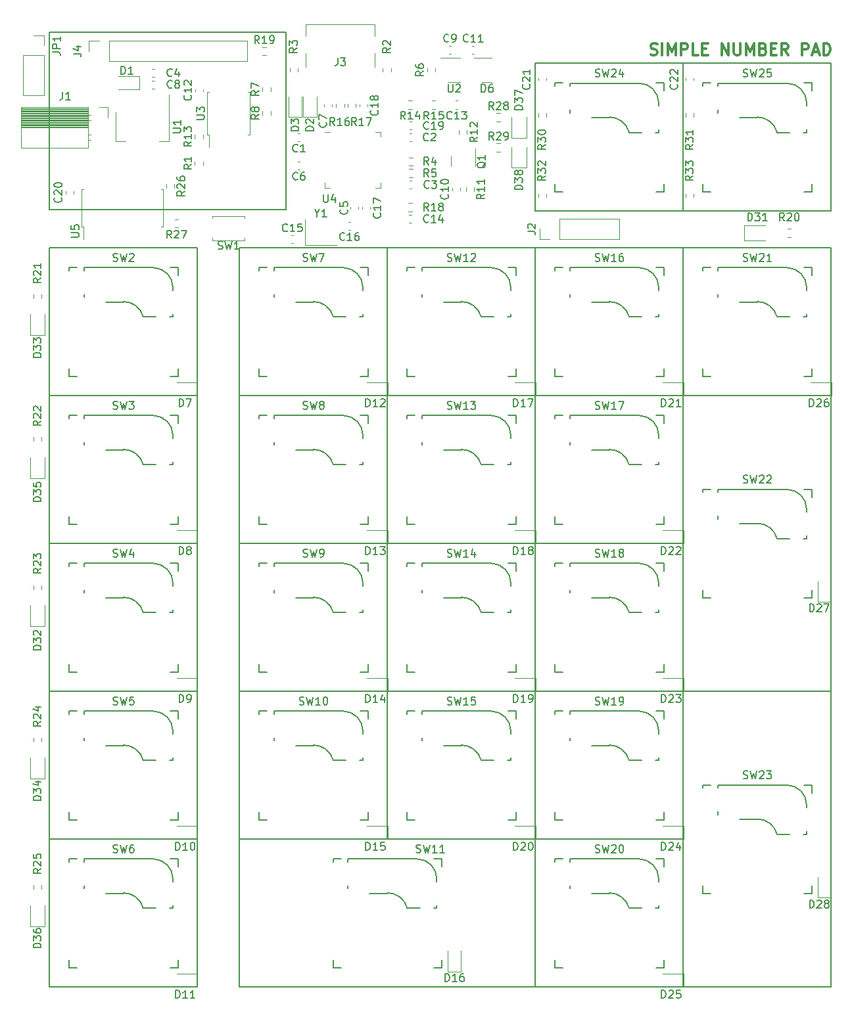
<source format=gbr>
%TF.GenerationSoftware,KiCad,Pcbnew,7.0.7*%
%TF.CreationDate,2024-03-05T00:21:34+09:00*%
%TF.ProjectId,RP2040_KBD,52503230-3430-45f4-9b42-442e6b696361,rev?*%
%TF.SameCoordinates,Original*%
%TF.FileFunction,Legend,Top*%
%TF.FilePolarity,Positive*%
%FSLAX46Y46*%
G04 Gerber Fmt 4.6, Leading zero omitted, Abs format (unit mm)*
G04 Created by KiCad (PCBNEW 7.0.7) date 2024-03-05 00:21:34*
%MOMM*%
%LPD*%
G01*
G04 APERTURE LIST*
%ADD10C,0.150000*%
%ADD11C,0.300000*%
%ADD12C,0.120000*%
G04 APERTURE END LIST*
D10*
X86085000Y-54940000D02*
X105135000Y-54940000D01*
X105135000Y-73990000D01*
X86085000Y-73990000D01*
X86085000Y-54940000D01*
X67035000Y-93040000D02*
X86085000Y-93040000D01*
X86085000Y-112090000D01*
X67035000Y-112090000D01*
X67035000Y-93040000D01*
X42560000Y-54940000D02*
X61610000Y-54940000D01*
X61610000Y-73990000D01*
X42560000Y-73990000D01*
X42560000Y-54940000D01*
X86085000Y-93040000D02*
X105135000Y-93040000D01*
X105135000Y-112090000D01*
X86085000Y-112090000D01*
X86085000Y-93040000D01*
X124185000Y-54940000D02*
X143235000Y-54940000D01*
X143235000Y-73990000D01*
X124185000Y-73990000D01*
X124185000Y-54940000D01*
X86085000Y-112090000D02*
X105135000Y-112090000D01*
X105135000Y-131140000D01*
X86085000Y-131140000D01*
X86085000Y-112090000D01*
X105135000Y-112090000D02*
X124185000Y-112090000D01*
X124185000Y-131140000D01*
X105135000Y-131140000D01*
X105135000Y-112090000D01*
X67035000Y-131140000D02*
X105085000Y-131140000D01*
X105085000Y-150190000D01*
X67035000Y-150190000D01*
X67035000Y-131140000D01*
X105135000Y-131140000D02*
X124185000Y-131140000D01*
X124185000Y-150190000D01*
X105135000Y-150190000D01*
X105135000Y-131140000D01*
X42560000Y-112090000D02*
X61610000Y-112090000D01*
X61610000Y-131140000D01*
X42560000Y-131140000D01*
X42560000Y-112090000D01*
X105135000Y-73990000D02*
X124185000Y-73990000D01*
X124185000Y-93040000D01*
X105135000Y-93040000D01*
X105135000Y-73990000D01*
X124185000Y-31140000D02*
X143235000Y-31140000D01*
X143235000Y-50190000D01*
X124185000Y-50190000D01*
X124185000Y-31140000D01*
X67035000Y-73990000D02*
X86085000Y-73990000D01*
X86085000Y-93040000D01*
X67035000Y-93040000D01*
X67035000Y-73990000D01*
X67035000Y-112090000D02*
X86085000Y-112090000D01*
X86085000Y-131140000D01*
X67035000Y-131140000D01*
X67035000Y-112090000D01*
X42560000Y-27180000D02*
X73040000Y-27180000D01*
X73040000Y-50040000D01*
X42560000Y-50040000D01*
X42560000Y-27180000D01*
X105135000Y-93040000D02*
X124185000Y-93040000D01*
X124185000Y-112090000D01*
X105135000Y-112090000D01*
X105135000Y-93040000D01*
X124185000Y-112090000D02*
X143235000Y-112090000D01*
X143235000Y-150190000D01*
X124185000Y-150190000D01*
X124185000Y-112090000D01*
X42560000Y-131140000D02*
X61610000Y-131140000D01*
X61610000Y-150190000D01*
X42560000Y-150190000D01*
X42560000Y-131140000D01*
X105135000Y-31140000D02*
X124185000Y-31140000D01*
X124185000Y-50190000D01*
X105135000Y-50190000D01*
X105135000Y-31140000D01*
X105135000Y-54940000D02*
X124185000Y-54940000D01*
X124185000Y-73990000D01*
X105135000Y-73990000D01*
X105135000Y-54940000D01*
X67035000Y-54940000D02*
X86085000Y-54940000D01*
X86085000Y-73990000D01*
X67035000Y-73990000D01*
X67035000Y-54940000D01*
X86085000Y-73990000D02*
X105135000Y-73990000D01*
X105135000Y-93040000D01*
X86085000Y-93040000D01*
X86085000Y-73990000D01*
X42560000Y-73990000D02*
X61610000Y-73990000D01*
X61610000Y-93040000D01*
X42560000Y-93040000D01*
X42560000Y-73990000D01*
X124185000Y-73990000D02*
X143235000Y-73990000D01*
X143235000Y-112040000D01*
X124185000Y-112040000D01*
X124185000Y-73990000D01*
X42560000Y-93040000D02*
X61610000Y-93040000D01*
X61610000Y-112090000D01*
X42560000Y-112090000D01*
X42560000Y-93040000D01*
D11*
X119974059Y-30006900D02*
X120188345Y-30078328D01*
X120188345Y-30078328D02*
X120545487Y-30078328D01*
X120545487Y-30078328D02*
X120688345Y-30006900D01*
X120688345Y-30006900D02*
X120759773Y-29935471D01*
X120759773Y-29935471D02*
X120831202Y-29792614D01*
X120831202Y-29792614D02*
X120831202Y-29649757D01*
X120831202Y-29649757D02*
X120759773Y-29506900D01*
X120759773Y-29506900D02*
X120688345Y-29435471D01*
X120688345Y-29435471D02*
X120545487Y-29364042D01*
X120545487Y-29364042D02*
X120259773Y-29292614D01*
X120259773Y-29292614D02*
X120116916Y-29221185D01*
X120116916Y-29221185D02*
X120045487Y-29149757D01*
X120045487Y-29149757D02*
X119974059Y-29006900D01*
X119974059Y-29006900D02*
X119974059Y-28864042D01*
X119974059Y-28864042D02*
X120045487Y-28721185D01*
X120045487Y-28721185D02*
X120116916Y-28649757D01*
X120116916Y-28649757D02*
X120259773Y-28578328D01*
X120259773Y-28578328D02*
X120616916Y-28578328D01*
X120616916Y-28578328D02*
X120831202Y-28649757D01*
X121474058Y-30078328D02*
X121474058Y-28578328D01*
X122188344Y-30078328D02*
X122188344Y-28578328D01*
X122188344Y-28578328D02*
X122688344Y-29649757D01*
X122688344Y-29649757D02*
X123188344Y-28578328D01*
X123188344Y-28578328D02*
X123188344Y-30078328D01*
X123902630Y-30078328D02*
X123902630Y-28578328D01*
X123902630Y-28578328D02*
X124474059Y-28578328D01*
X124474059Y-28578328D02*
X124616916Y-28649757D01*
X124616916Y-28649757D02*
X124688345Y-28721185D01*
X124688345Y-28721185D02*
X124759773Y-28864042D01*
X124759773Y-28864042D02*
X124759773Y-29078328D01*
X124759773Y-29078328D02*
X124688345Y-29221185D01*
X124688345Y-29221185D02*
X124616916Y-29292614D01*
X124616916Y-29292614D02*
X124474059Y-29364042D01*
X124474059Y-29364042D02*
X123902630Y-29364042D01*
X126116916Y-30078328D02*
X125402630Y-30078328D01*
X125402630Y-30078328D02*
X125402630Y-28578328D01*
X126616916Y-29292614D02*
X127116916Y-29292614D01*
X127331202Y-30078328D02*
X126616916Y-30078328D01*
X126616916Y-30078328D02*
X126616916Y-28578328D01*
X126616916Y-28578328D02*
X127331202Y-28578328D01*
X129116916Y-30078328D02*
X129116916Y-28578328D01*
X129116916Y-28578328D02*
X129974059Y-30078328D01*
X129974059Y-30078328D02*
X129974059Y-28578328D01*
X130688345Y-28578328D02*
X130688345Y-29792614D01*
X130688345Y-29792614D02*
X130759774Y-29935471D01*
X130759774Y-29935471D02*
X130831203Y-30006900D01*
X130831203Y-30006900D02*
X130974060Y-30078328D01*
X130974060Y-30078328D02*
X131259774Y-30078328D01*
X131259774Y-30078328D02*
X131402631Y-30006900D01*
X131402631Y-30006900D02*
X131474060Y-29935471D01*
X131474060Y-29935471D02*
X131545488Y-29792614D01*
X131545488Y-29792614D02*
X131545488Y-28578328D01*
X132259774Y-30078328D02*
X132259774Y-28578328D01*
X132259774Y-28578328D02*
X132759774Y-29649757D01*
X132759774Y-29649757D02*
X133259774Y-28578328D01*
X133259774Y-28578328D02*
X133259774Y-30078328D01*
X134474060Y-29292614D02*
X134688346Y-29364042D01*
X134688346Y-29364042D02*
X134759775Y-29435471D01*
X134759775Y-29435471D02*
X134831203Y-29578328D01*
X134831203Y-29578328D02*
X134831203Y-29792614D01*
X134831203Y-29792614D02*
X134759775Y-29935471D01*
X134759775Y-29935471D02*
X134688346Y-30006900D01*
X134688346Y-30006900D02*
X134545489Y-30078328D01*
X134545489Y-30078328D02*
X133974060Y-30078328D01*
X133974060Y-30078328D02*
X133974060Y-28578328D01*
X133974060Y-28578328D02*
X134474060Y-28578328D01*
X134474060Y-28578328D02*
X134616918Y-28649757D01*
X134616918Y-28649757D02*
X134688346Y-28721185D01*
X134688346Y-28721185D02*
X134759775Y-28864042D01*
X134759775Y-28864042D02*
X134759775Y-29006900D01*
X134759775Y-29006900D02*
X134688346Y-29149757D01*
X134688346Y-29149757D02*
X134616918Y-29221185D01*
X134616918Y-29221185D02*
X134474060Y-29292614D01*
X134474060Y-29292614D02*
X133974060Y-29292614D01*
X135474060Y-29292614D02*
X135974060Y-29292614D01*
X136188346Y-30078328D02*
X135474060Y-30078328D01*
X135474060Y-30078328D02*
X135474060Y-28578328D01*
X135474060Y-28578328D02*
X136188346Y-28578328D01*
X137688346Y-30078328D02*
X137188346Y-29364042D01*
X136831203Y-30078328D02*
X136831203Y-28578328D01*
X136831203Y-28578328D02*
X137402632Y-28578328D01*
X137402632Y-28578328D02*
X137545489Y-28649757D01*
X137545489Y-28649757D02*
X137616918Y-28721185D01*
X137616918Y-28721185D02*
X137688346Y-28864042D01*
X137688346Y-28864042D02*
X137688346Y-29078328D01*
X137688346Y-29078328D02*
X137616918Y-29221185D01*
X137616918Y-29221185D02*
X137545489Y-29292614D01*
X137545489Y-29292614D02*
X137402632Y-29364042D01*
X137402632Y-29364042D02*
X136831203Y-29364042D01*
X139474060Y-30078328D02*
X139474060Y-28578328D01*
X139474060Y-28578328D02*
X140045489Y-28578328D01*
X140045489Y-28578328D02*
X140188346Y-28649757D01*
X140188346Y-28649757D02*
X140259775Y-28721185D01*
X140259775Y-28721185D02*
X140331203Y-28864042D01*
X140331203Y-28864042D02*
X140331203Y-29078328D01*
X140331203Y-29078328D02*
X140259775Y-29221185D01*
X140259775Y-29221185D02*
X140188346Y-29292614D01*
X140188346Y-29292614D02*
X140045489Y-29364042D01*
X140045489Y-29364042D02*
X139474060Y-29364042D01*
X140902632Y-29649757D02*
X141616918Y-29649757D01*
X140759775Y-30078328D02*
X141259775Y-28578328D01*
X141259775Y-28578328D02*
X141759775Y-30078328D01*
X142259774Y-30078328D02*
X142259774Y-28578328D01*
X142259774Y-28578328D02*
X142616917Y-28578328D01*
X142616917Y-28578328D02*
X142831203Y-28649757D01*
X142831203Y-28649757D02*
X142974060Y-28792614D01*
X142974060Y-28792614D02*
X143045489Y-28935471D01*
X143045489Y-28935471D02*
X143116917Y-29221185D01*
X143116917Y-29221185D02*
X143116917Y-29435471D01*
X143116917Y-29435471D02*
X143045489Y-29721185D01*
X143045489Y-29721185D02*
X142974060Y-29864042D01*
X142974060Y-29864042D02*
X142831203Y-30006900D01*
X142831203Y-30006900D02*
X142616917Y-30078328D01*
X142616917Y-30078328D02*
X142259774Y-30078328D01*
D10*
X102325714Y-132544819D02*
X102325714Y-131544819D01*
X102325714Y-131544819D02*
X102563809Y-131544819D01*
X102563809Y-131544819D02*
X102706666Y-131592438D01*
X102706666Y-131592438D02*
X102801904Y-131687676D01*
X102801904Y-131687676D02*
X102849523Y-131782914D01*
X102849523Y-131782914D02*
X102897142Y-131973390D01*
X102897142Y-131973390D02*
X102897142Y-132116247D01*
X102897142Y-132116247D02*
X102849523Y-132306723D01*
X102849523Y-132306723D02*
X102801904Y-132401961D01*
X102801904Y-132401961D02*
X102706666Y-132497200D01*
X102706666Y-132497200D02*
X102563809Y-132544819D01*
X102563809Y-132544819D02*
X102325714Y-132544819D01*
X103278095Y-131640057D02*
X103325714Y-131592438D01*
X103325714Y-131592438D02*
X103420952Y-131544819D01*
X103420952Y-131544819D02*
X103659047Y-131544819D01*
X103659047Y-131544819D02*
X103754285Y-131592438D01*
X103754285Y-131592438D02*
X103801904Y-131640057D01*
X103801904Y-131640057D02*
X103849523Y-131735295D01*
X103849523Y-131735295D02*
X103849523Y-131830533D01*
X103849523Y-131830533D02*
X103801904Y-131973390D01*
X103801904Y-131973390D02*
X103230476Y-132544819D01*
X103230476Y-132544819D02*
X103849523Y-132544819D01*
X104468571Y-131544819D02*
X104563809Y-131544819D01*
X104563809Y-131544819D02*
X104659047Y-131592438D01*
X104659047Y-131592438D02*
X104706666Y-131640057D01*
X104706666Y-131640057D02*
X104754285Y-131735295D01*
X104754285Y-131735295D02*
X104801904Y-131925771D01*
X104801904Y-131925771D02*
X104801904Y-132163866D01*
X104801904Y-132163866D02*
X104754285Y-132354342D01*
X104754285Y-132354342D02*
X104706666Y-132449580D01*
X104706666Y-132449580D02*
X104659047Y-132497200D01*
X104659047Y-132497200D02*
X104563809Y-132544819D01*
X104563809Y-132544819D02*
X104468571Y-132544819D01*
X104468571Y-132544819D02*
X104373333Y-132497200D01*
X104373333Y-132497200D02*
X104325714Y-132449580D01*
X104325714Y-132449580D02*
X104278095Y-132354342D01*
X104278095Y-132354342D02*
X104230476Y-132163866D01*
X104230476Y-132163866D02*
X104230476Y-131925771D01*
X104230476Y-131925771D02*
X104278095Y-131735295D01*
X104278095Y-131735295D02*
X104325714Y-131640057D01*
X104325714Y-131640057D02*
X104373333Y-131592438D01*
X104373333Y-131592438D02*
X104468571Y-131544819D01*
X50756667Y-75672200D02*
X50899524Y-75719819D01*
X50899524Y-75719819D02*
X51137619Y-75719819D01*
X51137619Y-75719819D02*
X51232857Y-75672200D01*
X51232857Y-75672200D02*
X51280476Y-75624580D01*
X51280476Y-75624580D02*
X51328095Y-75529342D01*
X51328095Y-75529342D02*
X51328095Y-75434104D01*
X51328095Y-75434104D02*
X51280476Y-75338866D01*
X51280476Y-75338866D02*
X51232857Y-75291247D01*
X51232857Y-75291247D02*
X51137619Y-75243628D01*
X51137619Y-75243628D02*
X50947143Y-75196009D01*
X50947143Y-75196009D02*
X50851905Y-75148390D01*
X50851905Y-75148390D02*
X50804286Y-75100771D01*
X50804286Y-75100771D02*
X50756667Y-75005533D01*
X50756667Y-75005533D02*
X50756667Y-74910295D01*
X50756667Y-74910295D02*
X50804286Y-74815057D01*
X50804286Y-74815057D02*
X50851905Y-74767438D01*
X50851905Y-74767438D02*
X50947143Y-74719819D01*
X50947143Y-74719819D02*
X51185238Y-74719819D01*
X51185238Y-74719819D02*
X51328095Y-74767438D01*
X51661429Y-74719819D02*
X51899524Y-75719819D01*
X51899524Y-75719819D02*
X52090000Y-75005533D01*
X52090000Y-75005533D02*
X52280476Y-75719819D01*
X52280476Y-75719819D02*
X52518572Y-74719819D01*
X52804286Y-74719819D02*
X53423333Y-74719819D01*
X53423333Y-74719819D02*
X53090000Y-75100771D01*
X53090000Y-75100771D02*
X53232857Y-75100771D01*
X53232857Y-75100771D02*
X53328095Y-75148390D01*
X53328095Y-75148390D02*
X53375714Y-75196009D01*
X53375714Y-75196009D02*
X53423333Y-75291247D01*
X53423333Y-75291247D02*
X53423333Y-75529342D01*
X53423333Y-75529342D02*
X53375714Y-75624580D01*
X53375714Y-75624580D02*
X53328095Y-75672200D01*
X53328095Y-75672200D02*
X53232857Y-75719819D01*
X53232857Y-75719819D02*
X52947143Y-75719819D01*
X52947143Y-75719819D02*
X52851905Y-75672200D01*
X52851905Y-75672200D02*
X52804286Y-75624580D01*
X59261905Y-94454819D02*
X59261905Y-93454819D01*
X59261905Y-93454819D02*
X59500000Y-93454819D01*
X59500000Y-93454819D02*
X59642857Y-93502438D01*
X59642857Y-93502438D02*
X59738095Y-93597676D01*
X59738095Y-93597676D02*
X59785714Y-93692914D01*
X59785714Y-93692914D02*
X59833333Y-93883390D01*
X59833333Y-93883390D02*
X59833333Y-94026247D01*
X59833333Y-94026247D02*
X59785714Y-94216723D01*
X59785714Y-94216723D02*
X59738095Y-94311961D01*
X59738095Y-94311961D02*
X59642857Y-94407200D01*
X59642857Y-94407200D02*
X59500000Y-94454819D01*
X59500000Y-94454819D02*
X59261905Y-94454819D01*
X60404762Y-93883390D02*
X60309524Y-93835771D01*
X60309524Y-93835771D02*
X60261905Y-93788152D01*
X60261905Y-93788152D02*
X60214286Y-93692914D01*
X60214286Y-93692914D02*
X60214286Y-93645295D01*
X60214286Y-93645295D02*
X60261905Y-93550057D01*
X60261905Y-93550057D02*
X60309524Y-93502438D01*
X60309524Y-93502438D02*
X60404762Y-93454819D01*
X60404762Y-93454819D02*
X60595238Y-93454819D01*
X60595238Y-93454819D02*
X60690476Y-93502438D01*
X60690476Y-93502438D02*
X60738095Y-93550057D01*
X60738095Y-93550057D02*
X60785714Y-93645295D01*
X60785714Y-93645295D02*
X60785714Y-93692914D01*
X60785714Y-93692914D02*
X60738095Y-93788152D01*
X60738095Y-93788152D02*
X60690476Y-93835771D01*
X60690476Y-93835771D02*
X60595238Y-93883390D01*
X60595238Y-93883390D02*
X60404762Y-93883390D01*
X60404762Y-93883390D02*
X60309524Y-93931009D01*
X60309524Y-93931009D02*
X60261905Y-93978628D01*
X60261905Y-93978628D02*
X60214286Y-94073866D01*
X60214286Y-94073866D02*
X60214286Y-94264342D01*
X60214286Y-94264342D02*
X60261905Y-94359580D01*
X60261905Y-94359580D02*
X60309524Y-94407200D01*
X60309524Y-94407200D02*
X60404762Y-94454819D01*
X60404762Y-94454819D02*
X60595238Y-94454819D01*
X60595238Y-94454819D02*
X60690476Y-94407200D01*
X60690476Y-94407200D02*
X60738095Y-94359580D01*
X60738095Y-94359580D02*
X60785714Y-94264342D01*
X60785714Y-94264342D02*
X60785714Y-94073866D01*
X60785714Y-94073866D02*
X60738095Y-93978628D01*
X60738095Y-93978628D02*
X60690476Y-93931009D01*
X60690476Y-93931009D02*
X60595238Y-93883390D01*
X98584819Y-48017857D02*
X98108628Y-48351190D01*
X98584819Y-48589285D02*
X97584819Y-48589285D01*
X97584819Y-48589285D02*
X97584819Y-48208333D01*
X97584819Y-48208333D02*
X97632438Y-48113095D01*
X97632438Y-48113095D02*
X97680057Y-48065476D01*
X97680057Y-48065476D02*
X97775295Y-48017857D01*
X97775295Y-48017857D02*
X97918152Y-48017857D01*
X97918152Y-48017857D02*
X98013390Y-48065476D01*
X98013390Y-48065476D02*
X98061009Y-48113095D01*
X98061009Y-48113095D02*
X98108628Y-48208333D01*
X98108628Y-48208333D02*
X98108628Y-48589285D01*
X98584819Y-47065476D02*
X98584819Y-47636904D01*
X98584819Y-47351190D02*
X97584819Y-47351190D01*
X97584819Y-47351190D02*
X97727676Y-47446428D01*
X97727676Y-47446428D02*
X97822914Y-47541666D01*
X97822914Y-47541666D02*
X97870533Y-47636904D01*
X98584819Y-46113095D02*
X98584819Y-46684523D01*
X98584819Y-46398809D02*
X97584819Y-46398809D01*
X97584819Y-46398809D02*
X97727676Y-46494047D01*
X97727676Y-46494047D02*
X97822914Y-46589285D01*
X97822914Y-46589285D02*
X97870533Y-46684523D01*
X93800476Y-94722200D02*
X93943333Y-94769819D01*
X93943333Y-94769819D02*
X94181428Y-94769819D01*
X94181428Y-94769819D02*
X94276666Y-94722200D01*
X94276666Y-94722200D02*
X94324285Y-94674580D01*
X94324285Y-94674580D02*
X94371904Y-94579342D01*
X94371904Y-94579342D02*
X94371904Y-94484104D01*
X94371904Y-94484104D02*
X94324285Y-94388866D01*
X94324285Y-94388866D02*
X94276666Y-94341247D01*
X94276666Y-94341247D02*
X94181428Y-94293628D01*
X94181428Y-94293628D02*
X93990952Y-94246009D01*
X93990952Y-94246009D02*
X93895714Y-94198390D01*
X93895714Y-94198390D02*
X93848095Y-94150771D01*
X93848095Y-94150771D02*
X93800476Y-94055533D01*
X93800476Y-94055533D02*
X93800476Y-93960295D01*
X93800476Y-93960295D02*
X93848095Y-93865057D01*
X93848095Y-93865057D02*
X93895714Y-93817438D01*
X93895714Y-93817438D02*
X93990952Y-93769819D01*
X93990952Y-93769819D02*
X94229047Y-93769819D01*
X94229047Y-93769819D02*
X94371904Y-93817438D01*
X94705238Y-93769819D02*
X94943333Y-94769819D01*
X94943333Y-94769819D02*
X95133809Y-94055533D01*
X95133809Y-94055533D02*
X95324285Y-94769819D01*
X95324285Y-94769819D02*
X95562381Y-93769819D01*
X96467142Y-94769819D02*
X95895714Y-94769819D01*
X96181428Y-94769819D02*
X96181428Y-93769819D01*
X96181428Y-93769819D02*
X96086190Y-93912676D01*
X96086190Y-93912676D02*
X95990952Y-94007914D01*
X95990952Y-94007914D02*
X95895714Y-94055533D01*
X97324285Y-94103152D02*
X97324285Y-94769819D01*
X97086190Y-93722200D02*
X96848095Y-94436485D01*
X96848095Y-94436485D02*
X97467142Y-94436485D01*
X41454819Y-77242857D02*
X40978628Y-77576190D01*
X41454819Y-77814285D02*
X40454819Y-77814285D01*
X40454819Y-77814285D02*
X40454819Y-77433333D01*
X40454819Y-77433333D02*
X40502438Y-77338095D01*
X40502438Y-77338095D02*
X40550057Y-77290476D01*
X40550057Y-77290476D02*
X40645295Y-77242857D01*
X40645295Y-77242857D02*
X40788152Y-77242857D01*
X40788152Y-77242857D02*
X40883390Y-77290476D01*
X40883390Y-77290476D02*
X40931009Y-77338095D01*
X40931009Y-77338095D02*
X40978628Y-77433333D01*
X40978628Y-77433333D02*
X40978628Y-77814285D01*
X40550057Y-76861904D02*
X40502438Y-76814285D01*
X40502438Y-76814285D02*
X40454819Y-76719047D01*
X40454819Y-76719047D02*
X40454819Y-76480952D01*
X40454819Y-76480952D02*
X40502438Y-76385714D01*
X40502438Y-76385714D02*
X40550057Y-76338095D01*
X40550057Y-76338095D02*
X40645295Y-76290476D01*
X40645295Y-76290476D02*
X40740533Y-76290476D01*
X40740533Y-76290476D02*
X40883390Y-76338095D01*
X40883390Y-76338095D02*
X41454819Y-76909523D01*
X41454819Y-76909523D02*
X41454819Y-76290476D01*
X40550057Y-75909523D02*
X40502438Y-75861904D01*
X40502438Y-75861904D02*
X40454819Y-75766666D01*
X40454819Y-75766666D02*
X40454819Y-75528571D01*
X40454819Y-75528571D02*
X40502438Y-75433333D01*
X40502438Y-75433333D02*
X40550057Y-75385714D01*
X40550057Y-75385714D02*
X40645295Y-75338095D01*
X40645295Y-75338095D02*
X40740533Y-75338095D01*
X40740533Y-75338095D02*
X40883390Y-75385714D01*
X40883390Y-75385714D02*
X41454819Y-75957142D01*
X41454819Y-75957142D02*
X41454819Y-75338095D01*
X50756667Y-132822200D02*
X50899524Y-132869819D01*
X50899524Y-132869819D02*
X51137619Y-132869819D01*
X51137619Y-132869819D02*
X51232857Y-132822200D01*
X51232857Y-132822200D02*
X51280476Y-132774580D01*
X51280476Y-132774580D02*
X51328095Y-132679342D01*
X51328095Y-132679342D02*
X51328095Y-132584104D01*
X51328095Y-132584104D02*
X51280476Y-132488866D01*
X51280476Y-132488866D02*
X51232857Y-132441247D01*
X51232857Y-132441247D02*
X51137619Y-132393628D01*
X51137619Y-132393628D02*
X50947143Y-132346009D01*
X50947143Y-132346009D02*
X50851905Y-132298390D01*
X50851905Y-132298390D02*
X50804286Y-132250771D01*
X50804286Y-132250771D02*
X50756667Y-132155533D01*
X50756667Y-132155533D02*
X50756667Y-132060295D01*
X50756667Y-132060295D02*
X50804286Y-131965057D01*
X50804286Y-131965057D02*
X50851905Y-131917438D01*
X50851905Y-131917438D02*
X50947143Y-131869819D01*
X50947143Y-131869819D02*
X51185238Y-131869819D01*
X51185238Y-131869819D02*
X51328095Y-131917438D01*
X51661429Y-131869819D02*
X51899524Y-132869819D01*
X51899524Y-132869819D02*
X52090000Y-132155533D01*
X52090000Y-132155533D02*
X52280476Y-132869819D01*
X52280476Y-132869819D02*
X52518572Y-131869819D01*
X53328095Y-131869819D02*
X53137619Y-131869819D01*
X53137619Y-131869819D02*
X53042381Y-131917438D01*
X53042381Y-131917438D02*
X52994762Y-131965057D01*
X52994762Y-131965057D02*
X52899524Y-132107914D01*
X52899524Y-132107914D02*
X52851905Y-132298390D01*
X52851905Y-132298390D02*
X52851905Y-132679342D01*
X52851905Y-132679342D02*
X52899524Y-132774580D01*
X52899524Y-132774580D02*
X52947143Y-132822200D01*
X52947143Y-132822200D02*
X53042381Y-132869819D01*
X53042381Y-132869819D02*
X53232857Y-132869819D01*
X53232857Y-132869819D02*
X53328095Y-132822200D01*
X53328095Y-132822200D02*
X53375714Y-132774580D01*
X53375714Y-132774580D02*
X53423333Y-132679342D01*
X53423333Y-132679342D02*
X53423333Y-132441247D01*
X53423333Y-132441247D02*
X53375714Y-132346009D01*
X53375714Y-132346009D02*
X53328095Y-132298390D01*
X53328095Y-132298390D02*
X53232857Y-132250771D01*
X53232857Y-132250771D02*
X53042381Y-132250771D01*
X53042381Y-132250771D02*
X52947143Y-132298390D01*
X52947143Y-132298390D02*
X52899524Y-132346009D01*
X52899524Y-132346009D02*
X52851905Y-132441247D01*
X75226667Y-75672200D02*
X75369524Y-75719819D01*
X75369524Y-75719819D02*
X75607619Y-75719819D01*
X75607619Y-75719819D02*
X75702857Y-75672200D01*
X75702857Y-75672200D02*
X75750476Y-75624580D01*
X75750476Y-75624580D02*
X75798095Y-75529342D01*
X75798095Y-75529342D02*
X75798095Y-75434104D01*
X75798095Y-75434104D02*
X75750476Y-75338866D01*
X75750476Y-75338866D02*
X75702857Y-75291247D01*
X75702857Y-75291247D02*
X75607619Y-75243628D01*
X75607619Y-75243628D02*
X75417143Y-75196009D01*
X75417143Y-75196009D02*
X75321905Y-75148390D01*
X75321905Y-75148390D02*
X75274286Y-75100771D01*
X75274286Y-75100771D02*
X75226667Y-75005533D01*
X75226667Y-75005533D02*
X75226667Y-74910295D01*
X75226667Y-74910295D02*
X75274286Y-74815057D01*
X75274286Y-74815057D02*
X75321905Y-74767438D01*
X75321905Y-74767438D02*
X75417143Y-74719819D01*
X75417143Y-74719819D02*
X75655238Y-74719819D01*
X75655238Y-74719819D02*
X75798095Y-74767438D01*
X76131429Y-74719819D02*
X76369524Y-75719819D01*
X76369524Y-75719819D02*
X76560000Y-75005533D01*
X76560000Y-75005533D02*
X76750476Y-75719819D01*
X76750476Y-75719819D02*
X76988572Y-74719819D01*
X77512381Y-75148390D02*
X77417143Y-75100771D01*
X77417143Y-75100771D02*
X77369524Y-75053152D01*
X77369524Y-75053152D02*
X77321905Y-74957914D01*
X77321905Y-74957914D02*
X77321905Y-74910295D01*
X77321905Y-74910295D02*
X77369524Y-74815057D01*
X77369524Y-74815057D02*
X77417143Y-74767438D01*
X77417143Y-74767438D02*
X77512381Y-74719819D01*
X77512381Y-74719819D02*
X77702857Y-74719819D01*
X77702857Y-74719819D02*
X77798095Y-74767438D01*
X77798095Y-74767438D02*
X77845714Y-74815057D01*
X77845714Y-74815057D02*
X77893333Y-74910295D01*
X77893333Y-74910295D02*
X77893333Y-74957914D01*
X77893333Y-74957914D02*
X77845714Y-75053152D01*
X77845714Y-75053152D02*
X77798095Y-75100771D01*
X77798095Y-75100771D02*
X77702857Y-75148390D01*
X77702857Y-75148390D02*
X77512381Y-75148390D01*
X77512381Y-75148390D02*
X77417143Y-75196009D01*
X77417143Y-75196009D02*
X77369524Y-75243628D01*
X77369524Y-75243628D02*
X77321905Y-75338866D01*
X77321905Y-75338866D02*
X77321905Y-75529342D01*
X77321905Y-75529342D02*
X77369524Y-75624580D01*
X77369524Y-75624580D02*
X77417143Y-75672200D01*
X77417143Y-75672200D02*
X77512381Y-75719819D01*
X77512381Y-75719819D02*
X77702857Y-75719819D01*
X77702857Y-75719819D02*
X77798095Y-75672200D01*
X77798095Y-75672200D02*
X77845714Y-75624580D01*
X77845714Y-75624580D02*
X77893333Y-75529342D01*
X77893333Y-75529342D02*
X77893333Y-75338866D01*
X77893333Y-75338866D02*
X77845714Y-75243628D01*
X77845714Y-75243628D02*
X77798095Y-75196009D01*
X77798095Y-75196009D02*
X77702857Y-75148390D01*
X74654819Y-39838094D02*
X73654819Y-39838094D01*
X73654819Y-39838094D02*
X73654819Y-39599999D01*
X73654819Y-39599999D02*
X73702438Y-39457142D01*
X73702438Y-39457142D02*
X73797676Y-39361904D01*
X73797676Y-39361904D02*
X73892914Y-39314285D01*
X73892914Y-39314285D02*
X74083390Y-39266666D01*
X74083390Y-39266666D02*
X74226247Y-39266666D01*
X74226247Y-39266666D02*
X74416723Y-39314285D01*
X74416723Y-39314285D02*
X74511961Y-39361904D01*
X74511961Y-39361904D02*
X74607200Y-39457142D01*
X74607200Y-39457142D02*
X74654819Y-39599999D01*
X74654819Y-39599999D02*
X74654819Y-39838094D01*
X73654819Y-38933332D02*
X73654819Y-38314285D01*
X73654819Y-38314285D02*
X74035771Y-38647618D01*
X74035771Y-38647618D02*
X74035771Y-38504761D01*
X74035771Y-38504761D02*
X74083390Y-38409523D01*
X74083390Y-38409523D02*
X74131009Y-38361904D01*
X74131009Y-38361904D02*
X74226247Y-38314285D01*
X74226247Y-38314285D02*
X74464342Y-38314285D01*
X74464342Y-38314285D02*
X74559580Y-38361904D01*
X74559580Y-38361904D02*
X74607200Y-38409523D01*
X74607200Y-38409523D02*
X74654819Y-38504761D01*
X74654819Y-38504761D02*
X74654819Y-38790475D01*
X74654819Y-38790475D02*
X74607200Y-38885713D01*
X74607200Y-38885713D02*
X74559580Y-38933332D01*
X94357142Y-38259580D02*
X94309523Y-38307200D01*
X94309523Y-38307200D02*
X94166666Y-38354819D01*
X94166666Y-38354819D02*
X94071428Y-38354819D01*
X94071428Y-38354819D02*
X93928571Y-38307200D01*
X93928571Y-38307200D02*
X93833333Y-38211961D01*
X93833333Y-38211961D02*
X93785714Y-38116723D01*
X93785714Y-38116723D02*
X93738095Y-37926247D01*
X93738095Y-37926247D02*
X93738095Y-37783390D01*
X93738095Y-37783390D02*
X93785714Y-37592914D01*
X93785714Y-37592914D02*
X93833333Y-37497676D01*
X93833333Y-37497676D02*
X93928571Y-37402438D01*
X93928571Y-37402438D02*
X94071428Y-37354819D01*
X94071428Y-37354819D02*
X94166666Y-37354819D01*
X94166666Y-37354819D02*
X94309523Y-37402438D01*
X94309523Y-37402438D02*
X94357142Y-37450057D01*
X95309523Y-38354819D02*
X94738095Y-38354819D01*
X95023809Y-38354819D02*
X95023809Y-37354819D01*
X95023809Y-37354819D02*
X94928571Y-37497676D01*
X94928571Y-37497676D02*
X94833333Y-37592914D01*
X94833333Y-37592914D02*
X94738095Y-37640533D01*
X95642857Y-37354819D02*
X96261904Y-37354819D01*
X96261904Y-37354819D02*
X95928571Y-37735771D01*
X95928571Y-37735771D02*
X96071428Y-37735771D01*
X96071428Y-37735771D02*
X96166666Y-37783390D01*
X96166666Y-37783390D02*
X96214285Y-37831009D01*
X96214285Y-37831009D02*
X96261904Y-37926247D01*
X96261904Y-37926247D02*
X96261904Y-38164342D01*
X96261904Y-38164342D02*
X96214285Y-38259580D01*
X96214285Y-38259580D02*
X96166666Y-38307200D01*
X96166666Y-38307200D02*
X96071428Y-38354819D01*
X96071428Y-38354819D02*
X95785714Y-38354819D01*
X95785714Y-38354819D02*
X95690476Y-38307200D01*
X95690476Y-38307200D02*
X95642857Y-38259580D01*
X79666666Y-30454819D02*
X79666666Y-31169104D01*
X79666666Y-31169104D02*
X79619047Y-31311961D01*
X79619047Y-31311961D02*
X79523809Y-31407200D01*
X79523809Y-31407200D02*
X79380952Y-31454819D01*
X79380952Y-31454819D02*
X79285714Y-31454819D01*
X80047619Y-30454819D02*
X80666666Y-30454819D01*
X80666666Y-30454819D02*
X80333333Y-30835771D01*
X80333333Y-30835771D02*
X80476190Y-30835771D01*
X80476190Y-30835771D02*
X80571428Y-30883390D01*
X80571428Y-30883390D02*
X80619047Y-30931009D01*
X80619047Y-30931009D02*
X80666666Y-31026247D01*
X80666666Y-31026247D02*
X80666666Y-31264342D01*
X80666666Y-31264342D02*
X80619047Y-31359580D01*
X80619047Y-31359580D02*
X80571428Y-31407200D01*
X80571428Y-31407200D02*
X80476190Y-31454819D01*
X80476190Y-31454819D02*
X80190476Y-31454819D01*
X80190476Y-31454819D02*
X80095238Y-31407200D01*
X80095238Y-31407200D02*
X80047619Y-31359580D01*
X58257142Y-53684819D02*
X57923809Y-53208628D01*
X57685714Y-53684819D02*
X57685714Y-52684819D01*
X57685714Y-52684819D02*
X58066666Y-52684819D01*
X58066666Y-52684819D02*
X58161904Y-52732438D01*
X58161904Y-52732438D02*
X58209523Y-52780057D01*
X58209523Y-52780057D02*
X58257142Y-52875295D01*
X58257142Y-52875295D02*
X58257142Y-53018152D01*
X58257142Y-53018152D02*
X58209523Y-53113390D01*
X58209523Y-53113390D02*
X58161904Y-53161009D01*
X58161904Y-53161009D02*
X58066666Y-53208628D01*
X58066666Y-53208628D02*
X57685714Y-53208628D01*
X58638095Y-52780057D02*
X58685714Y-52732438D01*
X58685714Y-52732438D02*
X58780952Y-52684819D01*
X58780952Y-52684819D02*
X59019047Y-52684819D01*
X59019047Y-52684819D02*
X59114285Y-52732438D01*
X59114285Y-52732438D02*
X59161904Y-52780057D01*
X59161904Y-52780057D02*
X59209523Y-52875295D01*
X59209523Y-52875295D02*
X59209523Y-52970533D01*
X59209523Y-52970533D02*
X59161904Y-53113390D01*
X59161904Y-53113390D02*
X58590476Y-53684819D01*
X58590476Y-53684819D02*
X59209523Y-53684819D01*
X59542857Y-52684819D02*
X60209523Y-52684819D01*
X60209523Y-52684819D02*
X59780952Y-53684819D01*
X91333333Y-41059580D02*
X91285714Y-41107200D01*
X91285714Y-41107200D02*
X91142857Y-41154819D01*
X91142857Y-41154819D02*
X91047619Y-41154819D01*
X91047619Y-41154819D02*
X90904762Y-41107200D01*
X90904762Y-41107200D02*
X90809524Y-41011961D01*
X90809524Y-41011961D02*
X90761905Y-40916723D01*
X90761905Y-40916723D02*
X90714286Y-40726247D01*
X90714286Y-40726247D02*
X90714286Y-40583390D01*
X90714286Y-40583390D02*
X90761905Y-40392914D01*
X90761905Y-40392914D02*
X90809524Y-40297676D01*
X90809524Y-40297676D02*
X90904762Y-40202438D01*
X90904762Y-40202438D02*
X91047619Y-40154819D01*
X91047619Y-40154819D02*
X91142857Y-40154819D01*
X91142857Y-40154819D02*
X91285714Y-40202438D01*
X91285714Y-40202438D02*
X91333333Y-40250057D01*
X91714286Y-40250057D02*
X91761905Y-40202438D01*
X91761905Y-40202438D02*
X91857143Y-40154819D01*
X91857143Y-40154819D02*
X92095238Y-40154819D01*
X92095238Y-40154819D02*
X92190476Y-40202438D01*
X92190476Y-40202438D02*
X92238095Y-40250057D01*
X92238095Y-40250057D02*
X92285714Y-40345295D01*
X92285714Y-40345295D02*
X92285714Y-40440533D01*
X92285714Y-40440533D02*
X92238095Y-40583390D01*
X92238095Y-40583390D02*
X91666667Y-41154819D01*
X91666667Y-41154819D02*
X92285714Y-41154819D01*
X112850476Y-75672200D02*
X112993333Y-75719819D01*
X112993333Y-75719819D02*
X113231428Y-75719819D01*
X113231428Y-75719819D02*
X113326666Y-75672200D01*
X113326666Y-75672200D02*
X113374285Y-75624580D01*
X113374285Y-75624580D02*
X113421904Y-75529342D01*
X113421904Y-75529342D02*
X113421904Y-75434104D01*
X113421904Y-75434104D02*
X113374285Y-75338866D01*
X113374285Y-75338866D02*
X113326666Y-75291247D01*
X113326666Y-75291247D02*
X113231428Y-75243628D01*
X113231428Y-75243628D02*
X113040952Y-75196009D01*
X113040952Y-75196009D02*
X112945714Y-75148390D01*
X112945714Y-75148390D02*
X112898095Y-75100771D01*
X112898095Y-75100771D02*
X112850476Y-75005533D01*
X112850476Y-75005533D02*
X112850476Y-74910295D01*
X112850476Y-74910295D02*
X112898095Y-74815057D01*
X112898095Y-74815057D02*
X112945714Y-74767438D01*
X112945714Y-74767438D02*
X113040952Y-74719819D01*
X113040952Y-74719819D02*
X113279047Y-74719819D01*
X113279047Y-74719819D02*
X113421904Y-74767438D01*
X113755238Y-74719819D02*
X113993333Y-75719819D01*
X113993333Y-75719819D02*
X114183809Y-75005533D01*
X114183809Y-75005533D02*
X114374285Y-75719819D01*
X114374285Y-75719819D02*
X114612381Y-74719819D01*
X115517142Y-75719819D02*
X114945714Y-75719819D01*
X115231428Y-75719819D02*
X115231428Y-74719819D01*
X115231428Y-74719819D02*
X115136190Y-74862676D01*
X115136190Y-74862676D02*
X115040952Y-74957914D01*
X115040952Y-74957914D02*
X114945714Y-75005533D01*
X115850476Y-74719819D02*
X116517142Y-74719819D01*
X116517142Y-74719819D02*
X116088571Y-75719819D01*
X123359580Y-33867857D02*
X123407200Y-33915476D01*
X123407200Y-33915476D02*
X123454819Y-34058333D01*
X123454819Y-34058333D02*
X123454819Y-34153571D01*
X123454819Y-34153571D02*
X123407200Y-34296428D01*
X123407200Y-34296428D02*
X123311961Y-34391666D01*
X123311961Y-34391666D02*
X123216723Y-34439285D01*
X123216723Y-34439285D02*
X123026247Y-34486904D01*
X123026247Y-34486904D02*
X122883390Y-34486904D01*
X122883390Y-34486904D02*
X122692914Y-34439285D01*
X122692914Y-34439285D02*
X122597676Y-34391666D01*
X122597676Y-34391666D02*
X122502438Y-34296428D01*
X122502438Y-34296428D02*
X122454819Y-34153571D01*
X122454819Y-34153571D02*
X122454819Y-34058333D01*
X122454819Y-34058333D02*
X122502438Y-33915476D01*
X122502438Y-33915476D02*
X122550057Y-33867857D01*
X122550057Y-33486904D02*
X122502438Y-33439285D01*
X122502438Y-33439285D02*
X122454819Y-33344047D01*
X122454819Y-33344047D02*
X122454819Y-33105952D01*
X122454819Y-33105952D02*
X122502438Y-33010714D01*
X122502438Y-33010714D02*
X122550057Y-32963095D01*
X122550057Y-32963095D02*
X122645295Y-32915476D01*
X122645295Y-32915476D02*
X122740533Y-32915476D01*
X122740533Y-32915476D02*
X122883390Y-32963095D01*
X122883390Y-32963095D02*
X123454819Y-33534523D01*
X123454819Y-33534523D02*
X123454819Y-32915476D01*
X122550057Y-32534523D02*
X122502438Y-32486904D01*
X122502438Y-32486904D02*
X122454819Y-32391666D01*
X122454819Y-32391666D02*
X122454819Y-32153571D01*
X122454819Y-32153571D02*
X122502438Y-32058333D01*
X122502438Y-32058333D02*
X122550057Y-32010714D01*
X122550057Y-32010714D02*
X122645295Y-31963095D01*
X122645295Y-31963095D02*
X122740533Y-31963095D01*
X122740533Y-31963095D02*
X122883390Y-32010714D01*
X122883390Y-32010714D02*
X123454819Y-32582142D01*
X123454819Y-32582142D02*
X123454819Y-31963095D01*
X83285714Y-94451485D02*
X83285714Y-93451485D01*
X83285714Y-93451485D02*
X83523809Y-93451485D01*
X83523809Y-93451485D02*
X83666666Y-93499104D01*
X83666666Y-93499104D02*
X83761904Y-93594342D01*
X83761904Y-93594342D02*
X83809523Y-93689580D01*
X83809523Y-93689580D02*
X83857142Y-93880056D01*
X83857142Y-93880056D02*
X83857142Y-94022913D01*
X83857142Y-94022913D02*
X83809523Y-94213389D01*
X83809523Y-94213389D02*
X83761904Y-94308627D01*
X83761904Y-94308627D02*
X83666666Y-94403866D01*
X83666666Y-94403866D02*
X83523809Y-94451485D01*
X83523809Y-94451485D02*
X83285714Y-94451485D01*
X84809523Y-94451485D02*
X84238095Y-94451485D01*
X84523809Y-94451485D02*
X84523809Y-93451485D01*
X84523809Y-93451485D02*
X84428571Y-93594342D01*
X84428571Y-93594342D02*
X84333333Y-93689580D01*
X84333333Y-93689580D02*
X84238095Y-93737199D01*
X85142857Y-93451485D02*
X85761904Y-93451485D01*
X85761904Y-93451485D02*
X85428571Y-93832437D01*
X85428571Y-93832437D02*
X85571428Y-93832437D01*
X85571428Y-93832437D02*
X85666666Y-93880056D01*
X85666666Y-93880056D02*
X85714285Y-93927675D01*
X85714285Y-93927675D02*
X85761904Y-94022913D01*
X85761904Y-94022913D02*
X85761904Y-94261008D01*
X85761904Y-94261008D02*
X85714285Y-94356246D01*
X85714285Y-94356246D02*
X85666666Y-94403866D01*
X85666666Y-94403866D02*
X85571428Y-94451485D01*
X85571428Y-94451485D02*
X85285714Y-94451485D01*
X85285714Y-94451485D02*
X85190476Y-94403866D01*
X85190476Y-94403866D02*
X85142857Y-94356246D01*
X42954819Y-29708333D02*
X43669104Y-29708333D01*
X43669104Y-29708333D02*
X43811961Y-29755952D01*
X43811961Y-29755952D02*
X43907200Y-29851190D01*
X43907200Y-29851190D02*
X43954819Y-29994047D01*
X43954819Y-29994047D02*
X43954819Y-30089285D01*
X43954819Y-29232142D02*
X42954819Y-29232142D01*
X42954819Y-29232142D02*
X42954819Y-28851190D01*
X42954819Y-28851190D02*
X43002438Y-28755952D01*
X43002438Y-28755952D02*
X43050057Y-28708333D01*
X43050057Y-28708333D02*
X43145295Y-28660714D01*
X43145295Y-28660714D02*
X43288152Y-28660714D01*
X43288152Y-28660714D02*
X43383390Y-28708333D01*
X43383390Y-28708333D02*
X43431009Y-28755952D01*
X43431009Y-28755952D02*
X43478628Y-28851190D01*
X43478628Y-28851190D02*
X43478628Y-29232142D01*
X43954819Y-27708333D02*
X43954819Y-28279761D01*
X43954819Y-27994047D02*
X42954819Y-27994047D01*
X42954819Y-27994047D02*
X43097676Y-28089285D01*
X43097676Y-28089285D02*
X43192914Y-28184523D01*
X43192914Y-28184523D02*
X43240533Y-28279761D01*
X61494819Y-38361904D02*
X62304342Y-38361904D01*
X62304342Y-38361904D02*
X62399580Y-38314285D01*
X62399580Y-38314285D02*
X62447200Y-38266666D01*
X62447200Y-38266666D02*
X62494819Y-38171428D01*
X62494819Y-38171428D02*
X62494819Y-37980952D01*
X62494819Y-37980952D02*
X62447200Y-37885714D01*
X62447200Y-37885714D02*
X62399580Y-37838095D01*
X62399580Y-37838095D02*
X62304342Y-37790476D01*
X62304342Y-37790476D02*
X61494819Y-37790476D01*
X61494819Y-37409523D02*
X61494819Y-36790476D01*
X61494819Y-36790476D02*
X61875771Y-37123809D01*
X61875771Y-37123809D02*
X61875771Y-36980952D01*
X61875771Y-36980952D02*
X61923390Y-36885714D01*
X61923390Y-36885714D02*
X61971009Y-36838095D01*
X61971009Y-36838095D02*
X62066247Y-36790476D01*
X62066247Y-36790476D02*
X62304342Y-36790476D01*
X62304342Y-36790476D02*
X62399580Y-36838095D01*
X62399580Y-36838095D02*
X62447200Y-36885714D01*
X62447200Y-36885714D02*
X62494819Y-36980952D01*
X62494819Y-36980952D02*
X62494819Y-37266666D01*
X62494819Y-37266666D02*
X62447200Y-37361904D01*
X62447200Y-37361904D02*
X62399580Y-37409523D01*
X97684819Y-40655357D02*
X97208628Y-40988690D01*
X97684819Y-41226785D02*
X96684819Y-41226785D01*
X96684819Y-41226785D02*
X96684819Y-40845833D01*
X96684819Y-40845833D02*
X96732438Y-40750595D01*
X96732438Y-40750595D02*
X96780057Y-40702976D01*
X96780057Y-40702976D02*
X96875295Y-40655357D01*
X96875295Y-40655357D02*
X97018152Y-40655357D01*
X97018152Y-40655357D02*
X97113390Y-40702976D01*
X97113390Y-40702976D02*
X97161009Y-40750595D01*
X97161009Y-40750595D02*
X97208628Y-40845833D01*
X97208628Y-40845833D02*
X97208628Y-41226785D01*
X97684819Y-39702976D02*
X97684819Y-40274404D01*
X97684819Y-39988690D02*
X96684819Y-39988690D01*
X96684819Y-39988690D02*
X96827676Y-40083928D01*
X96827676Y-40083928D02*
X96922914Y-40179166D01*
X96922914Y-40179166D02*
X96970533Y-40274404D01*
X96780057Y-39322023D02*
X96732438Y-39274404D01*
X96732438Y-39274404D02*
X96684819Y-39179166D01*
X96684819Y-39179166D02*
X96684819Y-38941071D01*
X96684819Y-38941071D02*
X96732438Y-38845833D01*
X96732438Y-38845833D02*
X96780057Y-38798214D01*
X96780057Y-38798214D02*
X96875295Y-38750595D01*
X96875295Y-38750595D02*
X96970533Y-38750595D01*
X96970533Y-38750595D02*
X97113390Y-38798214D01*
X97113390Y-38798214D02*
X97684819Y-39369642D01*
X97684819Y-39369642D02*
X97684819Y-38750595D01*
X99732142Y-37124819D02*
X99398809Y-36648628D01*
X99160714Y-37124819D02*
X99160714Y-36124819D01*
X99160714Y-36124819D02*
X99541666Y-36124819D01*
X99541666Y-36124819D02*
X99636904Y-36172438D01*
X99636904Y-36172438D02*
X99684523Y-36220057D01*
X99684523Y-36220057D02*
X99732142Y-36315295D01*
X99732142Y-36315295D02*
X99732142Y-36458152D01*
X99732142Y-36458152D02*
X99684523Y-36553390D01*
X99684523Y-36553390D02*
X99636904Y-36601009D01*
X99636904Y-36601009D02*
X99541666Y-36648628D01*
X99541666Y-36648628D02*
X99160714Y-36648628D01*
X100113095Y-36220057D02*
X100160714Y-36172438D01*
X100160714Y-36172438D02*
X100255952Y-36124819D01*
X100255952Y-36124819D02*
X100494047Y-36124819D01*
X100494047Y-36124819D02*
X100589285Y-36172438D01*
X100589285Y-36172438D02*
X100636904Y-36220057D01*
X100636904Y-36220057D02*
X100684523Y-36315295D01*
X100684523Y-36315295D02*
X100684523Y-36410533D01*
X100684523Y-36410533D02*
X100636904Y-36553390D01*
X100636904Y-36553390D02*
X100065476Y-37124819D01*
X100065476Y-37124819D02*
X100684523Y-37124819D01*
X101255952Y-36553390D02*
X101160714Y-36505771D01*
X101160714Y-36505771D02*
X101113095Y-36458152D01*
X101113095Y-36458152D02*
X101065476Y-36362914D01*
X101065476Y-36362914D02*
X101065476Y-36315295D01*
X101065476Y-36315295D02*
X101113095Y-36220057D01*
X101113095Y-36220057D02*
X101160714Y-36172438D01*
X101160714Y-36172438D02*
X101255952Y-36124819D01*
X101255952Y-36124819D02*
X101446428Y-36124819D01*
X101446428Y-36124819D02*
X101541666Y-36172438D01*
X101541666Y-36172438D02*
X101589285Y-36220057D01*
X101589285Y-36220057D02*
X101636904Y-36315295D01*
X101636904Y-36315295D02*
X101636904Y-36362914D01*
X101636904Y-36362914D02*
X101589285Y-36458152D01*
X101589285Y-36458152D02*
X101541666Y-36505771D01*
X101541666Y-36505771D02*
X101446428Y-36553390D01*
X101446428Y-36553390D02*
X101255952Y-36553390D01*
X101255952Y-36553390D02*
X101160714Y-36601009D01*
X101160714Y-36601009D02*
X101113095Y-36648628D01*
X101113095Y-36648628D02*
X101065476Y-36743866D01*
X101065476Y-36743866D02*
X101065476Y-36934342D01*
X101065476Y-36934342D02*
X101113095Y-37029580D01*
X101113095Y-37029580D02*
X101160714Y-37077200D01*
X101160714Y-37077200D02*
X101255952Y-37124819D01*
X101255952Y-37124819D02*
X101446428Y-37124819D01*
X101446428Y-37124819D02*
X101541666Y-37077200D01*
X101541666Y-37077200D02*
X101589285Y-37029580D01*
X101589285Y-37029580D02*
X101636904Y-36934342D01*
X101636904Y-36934342D02*
X101636904Y-36743866D01*
X101636904Y-36743866D02*
X101589285Y-36648628D01*
X101589285Y-36648628D02*
X101541666Y-36601009D01*
X101541666Y-36601009D02*
X101446428Y-36553390D01*
X93829580Y-48017857D02*
X93877200Y-48065476D01*
X93877200Y-48065476D02*
X93924819Y-48208333D01*
X93924819Y-48208333D02*
X93924819Y-48303571D01*
X93924819Y-48303571D02*
X93877200Y-48446428D01*
X93877200Y-48446428D02*
X93781961Y-48541666D01*
X93781961Y-48541666D02*
X93686723Y-48589285D01*
X93686723Y-48589285D02*
X93496247Y-48636904D01*
X93496247Y-48636904D02*
X93353390Y-48636904D01*
X93353390Y-48636904D02*
X93162914Y-48589285D01*
X93162914Y-48589285D02*
X93067676Y-48541666D01*
X93067676Y-48541666D02*
X92972438Y-48446428D01*
X92972438Y-48446428D02*
X92924819Y-48303571D01*
X92924819Y-48303571D02*
X92924819Y-48208333D01*
X92924819Y-48208333D02*
X92972438Y-48065476D01*
X92972438Y-48065476D02*
X93020057Y-48017857D01*
X93924819Y-47065476D02*
X93924819Y-47636904D01*
X93924819Y-47351190D02*
X92924819Y-47351190D01*
X92924819Y-47351190D02*
X93067676Y-47446428D01*
X93067676Y-47446428D02*
X93162914Y-47541666D01*
X93162914Y-47541666D02*
X93210533Y-47636904D01*
X92924819Y-46446428D02*
X92924819Y-46351190D01*
X92924819Y-46351190D02*
X92972438Y-46255952D01*
X92972438Y-46255952D02*
X93020057Y-46208333D01*
X93020057Y-46208333D02*
X93115295Y-46160714D01*
X93115295Y-46160714D02*
X93305771Y-46113095D01*
X93305771Y-46113095D02*
X93543866Y-46113095D01*
X93543866Y-46113095D02*
X93734342Y-46160714D01*
X93734342Y-46160714D02*
X93829580Y-46208333D01*
X93829580Y-46208333D02*
X93877200Y-46255952D01*
X93877200Y-46255952D02*
X93924819Y-46351190D01*
X93924819Y-46351190D02*
X93924819Y-46446428D01*
X93924819Y-46446428D02*
X93877200Y-46541666D01*
X93877200Y-46541666D02*
X93829580Y-46589285D01*
X93829580Y-46589285D02*
X93734342Y-46636904D01*
X93734342Y-46636904D02*
X93543866Y-46684523D01*
X93543866Y-46684523D02*
X93305771Y-46684523D01*
X93305771Y-46684523D02*
X93115295Y-46636904D01*
X93115295Y-46636904D02*
X93020057Y-46589285D01*
X93020057Y-46589285D02*
X92972438Y-46541666D01*
X92972438Y-46541666D02*
X92924819Y-46446428D01*
X58333333Y-32759580D02*
X58285714Y-32807200D01*
X58285714Y-32807200D02*
X58142857Y-32854819D01*
X58142857Y-32854819D02*
X58047619Y-32854819D01*
X58047619Y-32854819D02*
X57904762Y-32807200D01*
X57904762Y-32807200D02*
X57809524Y-32711961D01*
X57809524Y-32711961D02*
X57761905Y-32616723D01*
X57761905Y-32616723D02*
X57714286Y-32426247D01*
X57714286Y-32426247D02*
X57714286Y-32283390D01*
X57714286Y-32283390D02*
X57761905Y-32092914D01*
X57761905Y-32092914D02*
X57809524Y-31997676D01*
X57809524Y-31997676D02*
X57904762Y-31902438D01*
X57904762Y-31902438D02*
X58047619Y-31854819D01*
X58047619Y-31854819D02*
X58142857Y-31854819D01*
X58142857Y-31854819D02*
X58285714Y-31902438D01*
X58285714Y-31902438D02*
X58333333Y-31950057D01*
X59190476Y-32188152D02*
X59190476Y-32854819D01*
X58952381Y-31807200D02*
X58714286Y-32521485D01*
X58714286Y-32521485D02*
X59333333Y-32521485D01*
X78159580Y-38766666D02*
X78207200Y-38814285D01*
X78207200Y-38814285D02*
X78254819Y-38957142D01*
X78254819Y-38957142D02*
X78254819Y-39052380D01*
X78254819Y-39052380D02*
X78207200Y-39195237D01*
X78207200Y-39195237D02*
X78111961Y-39290475D01*
X78111961Y-39290475D02*
X78016723Y-39338094D01*
X78016723Y-39338094D02*
X77826247Y-39385713D01*
X77826247Y-39385713D02*
X77683390Y-39385713D01*
X77683390Y-39385713D02*
X77492914Y-39338094D01*
X77492914Y-39338094D02*
X77397676Y-39290475D01*
X77397676Y-39290475D02*
X77302438Y-39195237D01*
X77302438Y-39195237D02*
X77254819Y-39052380D01*
X77254819Y-39052380D02*
X77254819Y-38957142D01*
X77254819Y-38957142D02*
X77302438Y-38814285D01*
X77302438Y-38814285D02*
X77350057Y-38766666D01*
X77254819Y-38433332D02*
X77254819Y-37766666D01*
X77254819Y-37766666D02*
X78254819Y-38195237D01*
X86454819Y-29166666D02*
X85978628Y-29499999D01*
X86454819Y-29738094D02*
X85454819Y-29738094D01*
X85454819Y-29738094D02*
X85454819Y-29357142D01*
X85454819Y-29357142D02*
X85502438Y-29261904D01*
X85502438Y-29261904D02*
X85550057Y-29214285D01*
X85550057Y-29214285D02*
X85645295Y-29166666D01*
X85645295Y-29166666D02*
X85788152Y-29166666D01*
X85788152Y-29166666D02*
X85883390Y-29214285D01*
X85883390Y-29214285D02*
X85931009Y-29261904D01*
X85931009Y-29261904D02*
X85978628Y-29357142D01*
X85978628Y-29357142D02*
X85978628Y-29738094D01*
X85550057Y-28785713D02*
X85502438Y-28738094D01*
X85502438Y-28738094D02*
X85454819Y-28642856D01*
X85454819Y-28642856D02*
X85454819Y-28404761D01*
X85454819Y-28404761D02*
X85502438Y-28309523D01*
X85502438Y-28309523D02*
X85550057Y-28261904D01*
X85550057Y-28261904D02*
X85645295Y-28214285D01*
X85645295Y-28214285D02*
X85740533Y-28214285D01*
X85740533Y-28214285D02*
X85883390Y-28261904D01*
X85883390Y-28261904D02*
X86454819Y-28833332D01*
X86454819Y-28833332D02*
X86454819Y-28214285D01*
X125454819Y-41642857D02*
X124978628Y-41976190D01*
X125454819Y-42214285D02*
X124454819Y-42214285D01*
X124454819Y-42214285D02*
X124454819Y-41833333D01*
X124454819Y-41833333D02*
X124502438Y-41738095D01*
X124502438Y-41738095D02*
X124550057Y-41690476D01*
X124550057Y-41690476D02*
X124645295Y-41642857D01*
X124645295Y-41642857D02*
X124788152Y-41642857D01*
X124788152Y-41642857D02*
X124883390Y-41690476D01*
X124883390Y-41690476D02*
X124931009Y-41738095D01*
X124931009Y-41738095D02*
X124978628Y-41833333D01*
X124978628Y-41833333D02*
X124978628Y-42214285D01*
X124454819Y-41309523D02*
X124454819Y-40690476D01*
X124454819Y-40690476D02*
X124835771Y-41023809D01*
X124835771Y-41023809D02*
X124835771Y-40880952D01*
X124835771Y-40880952D02*
X124883390Y-40785714D01*
X124883390Y-40785714D02*
X124931009Y-40738095D01*
X124931009Y-40738095D02*
X125026247Y-40690476D01*
X125026247Y-40690476D02*
X125264342Y-40690476D01*
X125264342Y-40690476D02*
X125359580Y-40738095D01*
X125359580Y-40738095D02*
X125407200Y-40785714D01*
X125407200Y-40785714D02*
X125454819Y-40880952D01*
X125454819Y-40880952D02*
X125454819Y-41166666D01*
X125454819Y-41166666D02*
X125407200Y-41261904D01*
X125407200Y-41261904D02*
X125359580Y-41309523D01*
X125454819Y-39738095D02*
X125454819Y-40309523D01*
X125454819Y-40023809D02*
X124454819Y-40023809D01*
X124454819Y-40023809D02*
X124597676Y-40119047D01*
X124597676Y-40119047D02*
X124692914Y-40214285D01*
X124692914Y-40214285D02*
X124740533Y-40309523D01*
X58785714Y-151604819D02*
X58785714Y-150604819D01*
X58785714Y-150604819D02*
X59023809Y-150604819D01*
X59023809Y-150604819D02*
X59166666Y-150652438D01*
X59166666Y-150652438D02*
X59261904Y-150747676D01*
X59261904Y-150747676D02*
X59309523Y-150842914D01*
X59309523Y-150842914D02*
X59357142Y-151033390D01*
X59357142Y-151033390D02*
X59357142Y-151176247D01*
X59357142Y-151176247D02*
X59309523Y-151366723D01*
X59309523Y-151366723D02*
X59261904Y-151461961D01*
X59261904Y-151461961D02*
X59166666Y-151557200D01*
X59166666Y-151557200D02*
X59023809Y-151604819D01*
X59023809Y-151604819D02*
X58785714Y-151604819D01*
X60309523Y-151604819D02*
X59738095Y-151604819D01*
X60023809Y-151604819D02*
X60023809Y-150604819D01*
X60023809Y-150604819D02*
X59928571Y-150747676D01*
X59928571Y-150747676D02*
X59833333Y-150842914D01*
X59833333Y-150842914D02*
X59738095Y-150890533D01*
X61261904Y-151604819D02*
X60690476Y-151604819D01*
X60976190Y-151604819D02*
X60976190Y-150604819D01*
X60976190Y-150604819D02*
X60880952Y-150747676D01*
X60880952Y-150747676D02*
X60785714Y-150842914D01*
X60785714Y-150842914D02*
X60690476Y-150890533D01*
X93800476Y-75672200D02*
X93943333Y-75719819D01*
X93943333Y-75719819D02*
X94181428Y-75719819D01*
X94181428Y-75719819D02*
X94276666Y-75672200D01*
X94276666Y-75672200D02*
X94324285Y-75624580D01*
X94324285Y-75624580D02*
X94371904Y-75529342D01*
X94371904Y-75529342D02*
X94371904Y-75434104D01*
X94371904Y-75434104D02*
X94324285Y-75338866D01*
X94324285Y-75338866D02*
X94276666Y-75291247D01*
X94276666Y-75291247D02*
X94181428Y-75243628D01*
X94181428Y-75243628D02*
X93990952Y-75196009D01*
X93990952Y-75196009D02*
X93895714Y-75148390D01*
X93895714Y-75148390D02*
X93848095Y-75100771D01*
X93848095Y-75100771D02*
X93800476Y-75005533D01*
X93800476Y-75005533D02*
X93800476Y-74910295D01*
X93800476Y-74910295D02*
X93848095Y-74815057D01*
X93848095Y-74815057D02*
X93895714Y-74767438D01*
X93895714Y-74767438D02*
X93990952Y-74719819D01*
X93990952Y-74719819D02*
X94229047Y-74719819D01*
X94229047Y-74719819D02*
X94371904Y-74767438D01*
X94705238Y-74719819D02*
X94943333Y-75719819D01*
X94943333Y-75719819D02*
X95133809Y-75005533D01*
X95133809Y-75005533D02*
X95324285Y-75719819D01*
X95324285Y-75719819D02*
X95562381Y-74719819D01*
X96467142Y-75719819D02*
X95895714Y-75719819D01*
X96181428Y-75719819D02*
X96181428Y-74719819D01*
X96181428Y-74719819D02*
X96086190Y-74862676D01*
X96086190Y-74862676D02*
X95990952Y-74957914D01*
X95990952Y-74957914D02*
X95895714Y-75005533D01*
X96800476Y-74719819D02*
X97419523Y-74719819D01*
X97419523Y-74719819D02*
X97086190Y-75100771D01*
X97086190Y-75100771D02*
X97229047Y-75100771D01*
X97229047Y-75100771D02*
X97324285Y-75148390D01*
X97324285Y-75148390D02*
X97371904Y-75196009D01*
X97371904Y-75196009D02*
X97419523Y-75291247D01*
X97419523Y-75291247D02*
X97419523Y-75529342D01*
X97419523Y-75529342D02*
X97371904Y-75624580D01*
X97371904Y-75624580D02*
X97324285Y-75672200D01*
X97324285Y-75672200D02*
X97229047Y-75719819D01*
X97229047Y-75719819D02*
X96943333Y-75719819D01*
X96943333Y-75719819D02*
X96848095Y-75672200D01*
X96848095Y-75672200D02*
X96800476Y-75624580D01*
X140445714Y-101824819D02*
X140445714Y-100824819D01*
X140445714Y-100824819D02*
X140683809Y-100824819D01*
X140683809Y-100824819D02*
X140826666Y-100872438D01*
X140826666Y-100872438D02*
X140921904Y-100967676D01*
X140921904Y-100967676D02*
X140969523Y-101062914D01*
X140969523Y-101062914D02*
X141017142Y-101253390D01*
X141017142Y-101253390D02*
X141017142Y-101396247D01*
X141017142Y-101396247D02*
X140969523Y-101586723D01*
X140969523Y-101586723D02*
X140921904Y-101681961D01*
X140921904Y-101681961D02*
X140826666Y-101777200D01*
X140826666Y-101777200D02*
X140683809Y-101824819D01*
X140683809Y-101824819D02*
X140445714Y-101824819D01*
X141398095Y-100920057D02*
X141445714Y-100872438D01*
X141445714Y-100872438D02*
X141540952Y-100824819D01*
X141540952Y-100824819D02*
X141779047Y-100824819D01*
X141779047Y-100824819D02*
X141874285Y-100872438D01*
X141874285Y-100872438D02*
X141921904Y-100920057D01*
X141921904Y-100920057D02*
X141969523Y-101015295D01*
X141969523Y-101015295D02*
X141969523Y-101110533D01*
X141969523Y-101110533D02*
X141921904Y-101253390D01*
X141921904Y-101253390D02*
X141350476Y-101824819D01*
X141350476Y-101824819D02*
X141969523Y-101824819D01*
X142302857Y-100824819D02*
X142969523Y-100824819D01*
X142969523Y-100824819D02*
X142540952Y-101824819D01*
X98750057Y-43895238D02*
X98702438Y-43990476D01*
X98702438Y-43990476D02*
X98607200Y-44085714D01*
X98607200Y-44085714D02*
X98464342Y-44228571D01*
X98464342Y-44228571D02*
X98416723Y-44323809D01*
X98416723Y-44323809D02*
X98416723Y-44419047D01*
X98654819Y-44371428D02*
X98607200Y-44466666D01*
X98607200Y-44466666D02*
X98511961Y-44561904D01*
X98511961Y-44561904D02*
X98321485Y-44609523D01*
X98321485Y-44609523D02*
X97988152Y-44609523D01*
X97988152Y-44609523D02*
X97797676Y-44561904D01*
X97797676Y-44561904D02*
X97702438Y-44466666D01*
X97702438Y-44466666D02*
X97654819Y-44371428D01*
X97654819Y-44371428D02*
X97654819Y-44180952D01*
X97654819Y-44180952D02*
X97702438Y-44085714D01*
X97702438Y-44085714D02*
X97797676Y-43990476D01*
X97797676Y-43990476D02*
X97988152Y-43942857D01*
X97988152Y-43942857D02*
X98321485Y-43942857D01*
X98321485Y-43942857D02*
X98511961Y-43990476D01*
X98511961Y-43990476D02*
X98607200Y-44085714D01*
X98607200Y-44085714D02*
X98654819Y-44180952D01*
X98654819Y-44180952D02*
X98654819Y-44371428D01*
X98654819Y-42990476D02*
X98654819Y-43561904D01*
X98654819Y-43276190D02*
X97654819Y-43276190D01*
X97654819Y-43276190D02*
X97797676Y-43371428D01*
X97797676Y-43371428D02*
X97892914Y-43466666D01*
X97892914Y-43466666D02*
X97940533Y-43561904D01*
X83285714Y-113498151D02*
X83285714Y-112498151D01*
X83285714Y-112498151D02*
X83523809Y-112498151D01*
X83523809Y-112498151D02*
X83666666Y-112545770D01*
X83666666Y-112545770D02*
X83761904Y-112641008D01*
X83761904Y-112641008D02*
X83809523Y-112736246D01*
X83809523Y-112736246D02*
X83857142Y-112926722D01*
X83857142Y-112926722D02*
X83857142Y-113069579D01*
X83857142Y-113069579D02*
X83809523Y-113260055D01*
X83809523Y-113260055D02*
X83761904Y-113355293D01*
X83761904Y-113355293D02*
X83666666Y-113450532D01*
X83666666Y-113450532D02*
X83523809Y-113498151D01*
X83523809Y-113498151D02*
X83285714Y-113498151D01*
X84809523Y-113498151D02*
X84238095Y-113498151D01*
X84523809Y-113498151D02*
X84523809Y-112498151D01*
X84523809Y-112498151D02*
X84428571Y-112641008D01*
X84428571Y-112641008D02*
X84333333Y-112736246D01*
X84333333Y-112736246D02*
X84238095Y-112783865D01*
X85666666Y-112831484D02*
X85666666Y-113498151D01*
X85428571Y-112450532D02*
X85190476Y-113164817D01*
X85190476Y-113164817D02*
X85809523Y-113164817D01*
X41454819Y-87614285D02*
X40454819Y-87614285D01*
X40454819Y-87614285D02*
X40454819Y-87376190D01*
X40454819Y-87376190D02*
X40502438Y-87233333D01*
X40502438Y-87233333D02*
X40597676Y-87138095D01*
X40597676Y-87138095D02*
X40692914Y-87090476D01*
X40692914Y-87090476D02*
X40883390Y-87042857D01*
X40883390Y-87042857D02*
X41026247Y-87042857D01*
X41026247Y-87042857D02*
X41216723Y-87090476D01*
X41216723Y-87090476D02*
X41311961Y-87138095D01*
X41311961Y-87138095D02*
X41407200Y-87233333D01*
X41407200Y-87233333D02*
X41454819Y-87376190D01*
X41454819Y-87376190D02*
X41454819Y-87614285D01*
X40454819Y-86709523D02*
X40454819Y-86090476D01*
X40454819Y-86090476D02*
X40835771Y-86423809D01*
X40835771Y-86423809D02*
X40835771Y-86280952D01*
X40835771Y-86280952D02*
X40883390Y-86185714D01*
X40883390Y-86185714D02*
X40931009Y-86138095D01*
X40931009Y-86138095D02*
X41026247Y-86090476D01*
X41026247Y-86090476D02*
X41264342Y-86090476D01*
X41264342Y-86090476D02*
X41359580Y-86138095D01*
X41359580Y-86138095D02*
X41407200Y-86185714D01*
X41407200Y-86185714D02*
X41454819Y-86280952D01*
X41454819Y-86280952D02*
X41454819Y-86566666D01*
X41454819Y-86566666D02*
X41407200Y-86661904D01*
X41407200Y-86661904D02*
X41359580Y-86709523D01*
X40454819Y-85185714D02*
X40454819Y-85661904D01*
X40454819Y-85661904D02*
X40931009Y-85709523D01*
X40931009Y-85709523D02*
X40883390Y-85661904D01*
X40883390Y-85661904D02*
X40835771Y-85566666D01*
X40835771Y-85566666D02*
X40835771Y-85328571D01*
X40835771Y-85328571D02*
X40883390Y-85233333D01*
X40883390Y-85233333D02*
X40931009Y-85185714D01*
X40931009Y-85185714D02*
X41026247Y-85138095D01*
X41026247Y-85138095D02*
X41264342Y-85138095D01*
X41264342Y-85138095D02*
X41359580Y-85185714D01*
X41359580Y-85185714D02*
X41407200Y-85233333D01*
X41407200Y-85233333D02*
X41454819Y-85328571D01*
X41454819Y-85328571D02*
X41454819Y-85566666D01*
X41454819Y-85566666D02*
X41407200Y-85661904D01*
X41407200Y-85661904D02*
X41359580Y-85709523D01*
X82057142Y-39154819D02*
X81723809Y-38678628D01*
X81485714Y-39154819D02*
X81485714Y-38154819D01*
X81485714Y-38154819D02*
X81866666Y-38154819D01*
X81866666Y-38154819D02*
X81961904Y-38202438D01*
X81961904Y-38202438D02*
X82009523Y-38250057D01*
X82009523Y-38250057D02*
X82057142Y-38345295D01*
X82057142Y-38345295D02*
X82057142Y-38488152D01*
X82057142Y-38488152D02*
X82009523Y-38583390D01*
X82009523Y-38583390D02*
X81961904Y-38631009D01*
X81961904Y-38631009D02*
X81866666Y-38678628D01*
X81866666Y-38678628D02*
X81485714Y-38678628D01*
X83009523Y-39154819D02*
X82438095Y-39154819D01*
X82723809Y-39154819D02*
X82723809Y-38154819D01*
X82723809Y-38154819D02*
X82628571Y-38297676D01*
X82628571Y-38297676D02*
X82533333Y-38392914D01*
X82533333Y-38392914D02*
X82438095Y-38440533D01*
X83342857Y-38154819D02*
X84009523Y-38154819D01*
X84009523Y-38154819D02*
X83580952Y-39154819D01*
X74508333Y-42489580D02*
X74460714Y-42537200D01*
X74460714Y-42537200D02*
X74317857Y-42584819D01*
X74317857Y-42584819D02*
X74222619Y-42584819D01*
X74222619Y-42584819D02*
X74079762Y-42537200D01*
X74079762Y-42537200D02*
X73984524Y-42441961D01*
X73984524Y-42441961D02*
X73936905Y-42346723D01*
X73936905Y-42346723D02*
X73889286Y-42156247D01*
X73889286Y-42156247D02*
X73889286Y-42013390D01*
X73889286Y-42013390D02*
X73936905Y-41822914D01*
X73936905Y-41822914D02*
X73984524Y-41727676D01*
X73984524Y-41727676D02*
X74079762Y-41632438D01*
X74079762Y-41632438D02*
X74222619Y-41584819D01*
X74222619Y-41584819D02*
X74317857Y-41584819D01*
X74317857Y-41584819D02*
X74460714Y-41632438D01*
X74460714Y-41632438D02*
X74508333Y-41680057D01*
X75460714Y-42584819D02*
X74889286Y-42584819D01*
X75175000Y-42584819D02*
X75175000Y-41584819D01*
X75175000Y-41584819D02*
X75079762Y-41727676D01*
X75079762Y-41727676D02*
X74984524Y-41822914D01*
X74984524Y-41822914D02*
X74889286Y-41870533D01*
X41454819Y-115942857D02*
X40978628Y-116276190D01*
X41454819Y-116514285D02*
X40454819Y-116514285D01*
X40454819Y-116514285D02*
X40454819Y-116133333D01*
X40454819Y-116133333D02*
X40502438Y-116038095D01*
X40502438Y-116038095D02*
X40550057Y-115990476D01*
X40550057Y-115990476D02*
X40645295Y-115942857D01*
X40645295Y-115942857D02*
X40788152Y-115942857D01*
X40788152Y-115942857D02*
X40883390Y-115990476D01*
X40883390Y-115990476D02*
X40931009Y-116038095D01*
X40931009Y-116038095D02*
X40978628Y-116133333D01*
X40978628Y-116133333D02*
X40978628Y-116514285D01*
X40550057Y-115561904D02*
X40502438Y-115514285D01*
X40502438Y-115514285D02*
X40454819Y-115419047D01*
X40454819Y-115419047D02*
X40454819Y-115180952D01*
X40454819Y-115180952D02*
X40502438Y-115085714D01*
X40502438Y-115085714D02*
X40550057Y-115038095D01*
X40550057Y-115038095D02*
X40645295Y-114990476D01*
X40645295Y-114990476D02*
X40740533Y-114990476D01*
X40740533Y-114990476D02*
X40883390Y-115038095D01*
X40883390Y-115038095D02*
X41454819Y-115609523D01*
X41454819Y-115609523D02*
X41454819Y-114990476D01*
X40788152Y-114133333D02*
X41454819Y-114133333D01*
X40407200Y-114371428D02*
X41121485Y-114609523D01*
X41121485Y-114609523D02*
X41121485Y-113990476D01*
X60854819Y-41242857D02*
X60378628Y-41576190D01*
X60854819Y-41814285D02*
X59854819Y-41814285D01*
X59854819Y-41814285D02*
X59854819Y-41433333D01*
X59854819Y-41433333D02*
X59902438Y-41338095D01*
X59902438Y-41338095D02*
X59950057Y-41290476D01*
X59950057Y-41290476D02*
X60045295Y-41242857D01*
X60045295Y-41242857D02*
X60188152Y-41242857D01*
X60188152Y-41242857D02*
X60283390Y-41290476D01*
X60283390Y-41290476D02*
X60331009Y-41338095D01*
X60331009Y-41338095D02*
X60378628Y-41433333D01*
X60378628Y-41433333D02*
X60378628Y-41814285D01*
X60854819Y-40290476D02*
X60854819Y-40861904D01*
X60854819Y-40576190D02*
X59854819Y-40576190D01*
X59854819Y-40576190D02*
X59997676Y-40671428D01*
X59997676Y-40671428D02*
X60092914Y-40766666D01*
X60092914Y-40766666D02*
X60140533Y-40861904D01*
X59854819Y-39957142D02*
X59854819Y-39338095D01*
X59854819Y-39338095D02*
X60235771Y-39671428D01*
X60235771Y-39671428D02*
X60235771Y-39528571D01*
X60235771Y-39528571D02*
X60283390Y-39433333D01*
X60283390Y-39433333D02*
X60331009Y-39385714D01*
X60331009Y-39385714D02*
X60426247Y-39338095D01*
X60426247Y-39338095D02*
X60664342Y-39338095D01*
X60664342Y-39338095D02*
X60759580Y-39385714D01*
X60759580Y-39385714D02*
X60807200Y-39433333D01*
X60807200Y-39433333D02*
X60854819Y-39528571D01*
X60854819Y-39528571D02*
X60854819Y-39814285D01*
X60854819Y-39814285D02*
X60807200Y-39909523D01*
X60807200Y-39909523D02*
X60759580Y-39957142D01*
X125454819Y-45642857D02*
X124978628Y-45976190D01*
X125454819Y-46214285D02*
X124454819Y-46214285D01*
X124454819Y-46214285D02*
X124454819Y-45833333D01*
X124454819Y-45833333D02*
X124502438Y-45738095D01*
X124502438Y-45738095D02*
X124550057Y-45690476D01*
X124550057Y-45690476D02*
X124645295Y-45642857D01*
X124645295Y-45642857D02*
X124788152Y-45642857D01*
X124788152Y-45642857D02*
X124883390Y-45690476D01*
X124883390Y-45690476D02*
X124931009Y-45738095D01*
X124931009Y-45738095D02*
X124978628Y-45833333D01*
X124978628Y-45833333D02*
X124978628Y-46214285D01*
X124454819Y-45309523D02*
X124454819Y-44690476D01*
X124454819Y-44690476D02*
X124835771Y-45023809D01*
X124835771Y-45023809D02*
X124835771Y-44880952D01*
X124835771Y-44880952D02*
X124883390Y-44785714D01*
X124883390Y-44785714D02*
X124931009Y-44738095D01*
X124931009Y-44738095D02*
X125026247Y-44690476D01*
X125026247Y-44690476D02*
X125264342Y-44690476D01*
X125264342Y-44690476D02*
X125359580Y-44738095D01*
X125359580Y-44738095D02*
X125407200Y-44785714D01*
X125407200Y-44785714D02*
X125454819Y-44880952D01*
X125454819Y-44880952D02*
X125454819Y-45166666D01*
X125454819Y-45166666D02*
X125407200Y-45261904D01*
X125407200Y-45261904D02*
X125359580Y-45309523D01*
X124454819Y-44357142D02*
X124454819Y-43738095D01*
X124454819Y-43738095D02*
X124835771Y-44071428D01*
X124835771Y-44071428D02*
X124835771Y-43928571D01*
X124835771Y-43928571D02*
X124883390Y-43833333D01*
X124883390Y-43833333D02*
X124931009Y-43785714D01*
X124931009Y-43785714D02*
X125026247Y-43738095D01*
X125026247Y-43738095D02*
X125264342Y-43738095D01*
X125264342Y-43738095D02*
X125359580Y-43785714D01*
X125359580Y-43785714D02*
X125407200Y-43833333D01*
X125407200Y-43833333D02*
X125454819Y-43928571D01*
X125454819Y-43928571D02*
X125454819Y-44214285D01*
X125454819Y-44214285D02*
X125407200Y-44309523D01*
X125407200Y-44309523D02*
X125359580Y-44357142D01*
X79257142Y-39154819D02*
X78923809Y-38678628D01*
X78685714Y-39154819D02*
X78685714Y-38154819D01*
X78685714Y-38154819D02*
X79066666Y-38154819D01*
X79066666Y-38154819D02*
X79161904Y-38202438D01*
X79161904Y-38202438D02*
X79209523Y-38250057D01*
X79209523Y-38250057D02*
X79257142Y-38345295D01*
X79257142Y-38345295D02*
X79257142Y-38488152D01*
X79257142Y-38488152D02*
X79209523Y-38583390D01*
X79209523Y-38583390D02*
X79161904Y-38631009D01*
X79161904Y-38631009D02*
X79066666Y-38678628D01*
X79066666Y-38678628D02*
X78685714Y-38678628D01*
X80209523Y-39154819D02*
X79638095Y-39154819D01*
X79923809Y-39154819D02*
X79923809Y-38154819D01*
X79923809Y-38154819D02*
X79828571Y-38297676D01*
X79828571Y-38297676D02*
X79733333Y-38392914D01*
X79733333Y-38392914D02*
X79638095Y-38440533D01*
X81066666Y-38154819D02*
X80876190Y-38154819D01*
X80876190Y-38154819D02*
X80780952Y-38202438D01*
X80780952Y-38202438D02*
X80733333Y-38250057D01*
X80733333Y-38250057D02*
X80638095Y-38392914D01*
X80638095Y-38392914D02*
X80590476Y-38583390D01*
X80590476Y-38583390D02*
X80590476Y-38964342D01*
X80590476Y-38964342D02*
X80638095Y-39059580D01*
X80638095Y-39059580D02*
X80685714Y-39107200D01*
X80685714Y-39107200D02*
X80780952Y-39154819D01*
X80780952Y-39154819D02*
X80971428Y-39154819D01*
X80971428Y-39154819D02*
X81066666Y-39107200D01*
X81066666Y-39107200D02*
X81114285Y-39059580D01*
X81114285Y-39059580D02*
X81161904Y-38964342D01*
X81161904Y-38964342D02*
X81161904Y-38726247D01*
X81161904Y-38726247D02*
X81114285Y-38631009D01*
X81114285Y-38631009D02*
X81066666Y-38583390D01*
X81066666Y-38583390D02*
X80971428Y-38535771D01*
X80971428Y-38535771D02*
X80780952Y-38535771D01*
X80780952Y-38535771D02*
X80685714Y-38583390D01*
X80685714Y-38583390D02*
X80638095Y-38631009D01*
X80638095Y-38631009D02*
X80590476Y-38726247D01*
X93800476Y-113772200D02*
X93943333Y-113819819D01*
X93943333Y-113819819D02*
X94181428Y-113819819D01*
X94181428Y-113819819D02*
X94276666Y-113772200D01*
X94276666Y-113772200D02*
X94324285Y-113724580D01*
X94324285Y-113724580D02*
X94371904Y-113629342D01*
X94371904Y-113629342D02*
X94371904Y-113534104D01*
X94371904Y-113534104D02*
X94324285Y-113438866D01*
X94324285Y-113438866D02*
X94276666Y-113391247D01*
X94276666Y-113391247D02*
X94181428Y-113343628D01*
X94181428Y-113343628D02*
X93990952Y-113296009D01*
X93990952Y-113296009D02*
X93895714Y-113248390D01*
X93895714Y-113248390D02*
X93848095Y-113200771D01*
X93848095Y-113200771D02*
X93800476Y-113105533D01*
X93800476Y-113105533D02*
X93800476Y-113010295D01*
X93800476Y-113010295D02*
X93848095Y-112915057D01*
X93848095Y-112915057D02*
X93895714Y-112867438D01*
X93895714Y-112867438D02*
X93990952Y-112819819D01*
X93990952Y-112819819D02*
X94229047Y-112819819D01*
X94229047Y-112819819D02*
X94371904Y-112867438D01*
X94705238Y-112819819D02*
X94943333Y-113819819D01*
X94943333Y-113819819D02*
X95133809Y-113105533D01*
X95133809Y-113105533D02*
X95324285Y-113819819D01*
X95324285Y-113819819D02*
X95562381Y-112819819D01*
X96467142Y-113819819D02*
X95895714Y-113819819D01*
X96181428Y-113819819D02*
X96181428Y-112819819D01*
X96181428Y-112819819D02*
X96086190Y-112962676D01*
X96086190Y-112962676D02*
X95990952Y-113057914D01*
X95990952Y-113057914D02*
X95895714Y-113105533D01*
X97371904Y-112819819D02*
X96895714Y-112819819D01*
X96895714Y-112819819D02*
X96848095Y-113296009D01*
X96848095Y-113296009D02*
X96895714Y-113248390D01*
X96895714Y-113248390D02*
X96990952Y-113200771D01*
X96990952Y-113200771D02*
X97229047Y-113200771D01*
X97229047Y-113200771D02*
X97324285Y-113248390D01*
X97324285Y-113248390D02*
X97371904Y-113296009D01*
X97371904Y-113296009D02*
X97419523Y-113391247D01*
X97419523Y-113391247D02*
X97419523Y-113629342D01*
X97419523Y-113629342D02*
X97371904Y-113724580D01*
X97371904Y-113724580D02*
X97324285Y-113772200D01*
X97324285Y-113772200D02*
X97229047Y-113819819D01*
X97229047Y-113819819D02*
X96990952Y-113819819D01*
X96990952Y-113819819D02*
X96895714Y-113772200D01*
X96895714Y-113772200D02*
X96848095Y-113724580D01*
X93900595Y-33854819D02*
X93900595Y-34664342D01*
X93900595Y-34664342D02*
X93948214Y-34759580D01*
X93948214Y-34759580D02*
X93995833Y-34807200D01*
X93995833Y-34807200D02*
X94091071Y-34854819D01*
X94091071Y-34854819D02*
X94281547Y-34854819D01*
X94281547Y-34854819D02*
X94376785Y-34807200D01*
X94376785Y-34807200D02*
X94424404Y-34759580D01*
X94424404Y-34759580D02*
X94472023Y-34664342D01*
X94472023Y-34664342D02*
X94472023Y-33854819D01*
X94900595Y-33950057D02*
X94948214Y-33902438D01*
X94948214Y-33902438D02*
X95043452Y-33854819D01*
X95043452Y-33854819D02*
X95281547Y-33854819D01*
X95281547Y-33854819D02*
X95376785Y-33902438D01*
X95376785Y-33902438D02*
X95424404Y-33950057D01*
X95424404Y-33950057D02*
X95472023Y-34045295D01*
X95472023Y-34045295D02*
X95472023Y-34140533D01*
X95472023Y-34140533D02*
X95424404Y-34283390D01*
X95424404Y-34283390D02*
X94852976Y-34854819D01*
X94852976Y-34854819D02*
X95472023Y-34854819D01*
X131900476Y-85197200D02*
X132043333Y-85244819D01*
X132043333Y-85244819D02*
X132281428Y-85244819D01*
X132281428Y-85244819D02*
X132376666Y-85197200D01*
X132376666Y-85197200D02*
X132424285Y-85149580D01*
X132424285Y-85149580D02*
X132471904Y-85054342D01*
X132471904Y-85054342D02*
X132471904Y-84959104D01*
X132471904Y-84959104D02*
X132424285Y-84863866D01*
X132424285Y-84863866D02*
X132376666Y-84816247D01*
X132376666Y-84816247D02*
X132281428Y-84768628D01*
X132281428Y-84768628D02*
X132090952Y-84721009D01*
X132090952Y-84721009D02*
X131995714Y-84673390D01*
X131995714Y-84673390D02*
X131948095Y-84625771D01*
X131948095Y-84625771D02*
X131900476Y-84530533D01*
X131900476Y-84530533D02*
X131900476Y-84435295D01*
X131900476Y-84435295D02*
X131948095Y-84340057D01*
X131948095Y-84340057D02*
X131995714Y-84292438D01*
X131995714Y-84292438D02*
X132090952Y-84244819D01*
X132090952Y-84244819D02*
X132329047Y-84244819D01*
X132329047Y-84244819D02*
X132471904Y-84292438D01*
X132805238Y-84244819D02*
X133043333Y-85244819D01*
X133043333Y-85244819D02*
X133233809Y-84530533D01*
X133233809Y-84530533D02*
X133424285Y-85244819D01*
X133424285Y-85244819D02*
X133662381Y-84244819D01*
X133995714Y-84340057D02*
X134043333Y-84292438D01*
X134043333Y-84292438D02*
X134138571Y-84244819D01*
X134138571Y-84244819D02*
X134376666Y-84244819D01*
X134376666Y-84244819D02*
X134471904Y-84292438D01*
X134471904Y-84292438D02*
X134519523Y-84340057D01*
X134519523Y-84340057D02*
X134567142Y-84435295D01*
X134567142Y-84435295D02*
X134567142Y-84530533D01*
X134567142Y-84530533D02*
X134519523Y-84673390D01*
X134519523Y-84673390D02*
X133948095Y-85244819D01*
X133948095Y-85244819D02*
X134567142Y-85244819D01*
X134948095Y-84340057D02*
X134995714Y-84292438D01*
X134995714Y-84292438D02*
X135090952Y-84244819D01*
X135090952Y-84244819D02*
X135329047Y-84244819D01*
X135329047Y-84244819D02*
X135424285Y-84292438D01*
X135424285Y-84292438D02*
X135471904Y-84340057D01*
X135471904Y-84340057D02*
X135519523Y-84435295D01*
X135519523Y-84435295D02*
X135519523Y-84530533D01*
X135519523Y-84530533D02*
X135471904Y-84673390D01*
X135471904Y-84673390D02*
X134900476Y-85244819D01*
X134900476Y-85244819D02*
X135519523Y-85244819D01*
X41454819Y-106714285D02*
X40454819Y-106714285D01*
X40454819Y-106714285D02*
X40454819Y-106476190D01*
X40454819Y-106476190D02*
X40502438Y-106333333D01*
X40502438Y-106333333D02*
X40597676Y-106238095D01*
X40597676Y-106238095D02*
X40692914Y-106190476D01*
X40692914Y-106190476D02*
X40883390Y-106142857D01*
X40883390Y-106142857D02*
X41026247Y-106142857D01*
X41026247Y-106142857D02*
X41216723Y-106190476D01*
X41216723Y-106190476D02*
X41311961Y-106238095D01*
X41311961Y-106238095D02*
X41407200Y-106333333D01*
X41407200Y-106333333D02*
X41454819Y-106476190D01*
X41454819Y-106476190D02*
X41454819Y-106714285D01*
X40454819Y-105809523D02*
X40454819Y-105190476D01*
X40454819Y-105190476D02*
X40835771Y-105523809D01*
X40835771Y-105523809D02*
X40835771Y-105380952D01*
X40835771Y-105380952D02*
X40883390Y-105285714D01*
X40883390Y-105285714D02*
X40931009Y-105238095D01*
X40931009Y-105238095D02*
X41026247Y-105190476D01*
X41026247Y-105190476D02*
X41264342Y-105190476D01*
X41264342Y-105190476D02*
X41359580Y-105238095D01*
X41359580Y-105238095D02*
X41407200Y-105285714D01*
X41407200Y-105285714D02*
X41454819Y-105380952D01*
X41454819Y-105380952D02*
X41454819Y-105666666D01*
X41454819Y-105666666D02*
X41407200Y-105761904D01*
X41407200Y-105761904D02*
X41359580Y-105809523D01*
X40550057Y-104809523D02*
X40502438Y-104761904D01*
X40502438Y-104761904D02*
X40454819Y-104666666D01*
X40454819Y-104666666D02*
X40454819Y-104428571D01*
X40454819Y-104428571D02*
X40502438Y-104333333D01*
X40502438Y-104333333D02*
X40550057Y-104285714D01*
X40550057Y-104285714D02*
X40645295Y-104238095D01*
X40645295Y-104238095D02*
X40740533Y-104238095D01*
X40740533Y-104238095D02*
X40883390Y-104285714D01*
X40883390Y-104285714D02*
X41454819Y-104857142D01*
X41454819Y-104857142D02*
X41454819Y-104238095D01*
X58454819Y-40061904D02*
X59264342Y-40061904D01*
X59264342Y-40061904D02*
X59359580Y-40014285D01*
X59359580Y-40014285D02*
X59407200Y-39966666D01*
X59407200Y-39966666D02*
X59454819Y-39871428D01*
X59454819Y-39871428D02*
X59454819Y-39680952D01*
X59454819Y-39680952D02*
X59407200Y-39585714D01*
X59407200Y-39585714D02*
X59359580Y-39538095D01*
X59359580Y-39538095D02*
X59264342Y-39490476D01*
X59264342Y-39490476D02*
X58454819Y-39490476D01*
X59454819Y-38490476D02*
X59454819Y-39061904D01*
X59454819Y-38776190D02*
X58454819Y-38776190D01*
X58454819Y-38776190D02*
X58597676Y-38871428D01*
X58597676Y-38871428D02*
X58692914Y-38966666D01*
X58692914Y-38966666D02*
X58740533Y-39061904D01*
X121375714Y-75394819D02*
X121375714Y-74394819D01*
X121375714Y-74394819D02*
X121613809Y-74394819D01*
X121613809Y-74394819D02*
X121756666Y-74442438D01*
X121756666Y-74442438D02*
X121851904Y-74537676D01*
X121851904Y-74537676D02*
X121899523Y-74632914D01*
X121899523Y-74632914D02*
X121947142Y-74823390D01*
X121947142Y-74823390D02*
X121947142Y-74966247D01*
X121947142Y-74966247D02*
X121899523Y-75156723D01*
X121899523Y-75156723D02*
X121851904Y-75251961D01*
X121851904Y-75251961D02*
X121756666Y-75347200D01*
X121756666Y-75347200D02*
X121613809Y-75394819D01*
X121613809Y-75394819D02*
X121375714Y-75394819D01*
X122328095Y-74490057D02*
X122375714Y-74442438D01*
X122375714Y-74442438D02*
X122470952Y-74394819D01*
X122470952Y-74394819D02*
X122709047Y-74394819D01*
X122709047Y-74394819D02*
X122804285Y-74442438D01*
X122804285Y-74442438D02*
X122851904Y-74490057D01*
X122851904Y-74490057D02*
X122899523Y-74585295D01*
X122899523Y-74585295D02*
X122899523Y-74680533D01*
X122899523Y-74680533D02*
X122851904Y-74823390D01*
X122851904Y-74823390D02*
X122280476Y-75394819D01*
X122280476Y-75394819D02*
X122899523Y-75394819D01*
X123851904Y-75394819D02*
X123280476Y-75394819D01*
X123566190Y-75394819D02*
X123566190Y-74394819D01*
X123566190Y-74394819D02*
X123470952Y-74537676D01*
X123470952Y-74537676D02*
X123375714Y-74632914D01*
X123375714Y-74632914D02*
X123280476Y-74680533D01*
X59261905Y-75404819D02*
X59261905Y-74404819D01*
X59261905Y-74404819D02*
X59500000Y-74404819D01*
X59500000Y-74404819D02*
X59642857Y-74452438D01*
X59642857Y-74452438D02*
X59738095Y-74547676D01*
X59738095Y-74547676D02*
X59785714Y-74642914D01*
X59785714Y-74642914D02*
X59833333Y-74833390D01*
X59833333Y-74833390D02*
X59833333Y-74976247D01*
X59833333Y-74976247D02*
X59785714Y-75166723D01*
X59785714Y-75166723D02*
X59738095Y-75261961D01*
X59738095Y-75261961D02*
X59642857Y-75357200D01*
X59642857Y-75357200D02*
X59500000Y-75404819D01*
X59500000Y-75404819D02*
X59261905Y-75404819D01*
X60166667Y-74404819D02*
X60833333Y-74404819D01*
X60833333Y-74404819D02*
X60404762Y-75404819D01*
X89790476Y-132807200D02*
X89933333Y-132854819D01*
X89933333Y-132854819D02*
X90171428Y-132854819D01*
X90171428Y-132854819D02*
X90266666Y-132807200D01*
X90266666Y-132807200D02*
X90314285Y-132759580D01*
X90314285Y-132759580D02*
X90361904Y-132664342D01*
X90361904Y-132664342D02*
X90361904Y-132569104D01*
X90361904Y-132569104D02*
X90314285Y-132473866D01*
X90314285Y-132473866D02*
X90266666Y-132426247D01*
X90266666Y-132426247D02*
X90171428Y-132378628D01*
X90171428Y-132378628D02*
X89980952Y-132331009D01*
X89980952Y-132331009D02*
X89885714Y-132283390D01*
X89885714Y-132283390D02*
X89838095Y-132235771D01*
X89838095Y-132235771D02*
X89790476Y-132140533D01*
X89790476Y-132140533D02*
X89790476Y-132045295D01*
X89790476Y-132045295D02*
X89838095Y-131950057D01*
X89838095Y-131950057D02*
X89885714Y-131902438D01*
X89885714Y-131902438D02*
X89980952Y-131854819D01*
X89980952Y-131854819D02*
X90219047Y-131854819D01*
X90219047Y-131854819D02*
X90361904Y-131902438D01*
X90695238Y-131854819D02*
X90933333Y-132854819D01*
X90933333Y-132854819D02*
X91123809Y-132140533D01*
X91123809Y-132140533D02*
X91314285Y-132854819D01*
X91314285Y-132854819D02*
X91552381Y-131854819D01*
X92457142Y-132854819D02*
X91885714Y-132854819D01*
X92171428Y-132854819D02*
X92171428Y-131854819D01*
X92171428Y-131854819D02*
X92076190Y-131997676D01*
X92076190Y-131997676D02*
X91980952Y-132092914D01*
X91980952Y-132092914D02*
X91885714Y-132140533D01*
X93409523Y-132854819D02*
X92838095Y-132854819D01*
X93123809Y-132854819D02*
X93123809Y-131854819D01*
X93123809Y-131854819D02*
X93028571Y-131997676D01*
X93028571Y-131997676D02*
X92933333Y-132092914D01*
X92933333Y-132092914D02*
X92838095Y-132140533D01*
X102325714Y-75394819D02*
X102325714Y-74394819D01*
X102325714Y-74394819D02*
X102563809Y-74394819D01*
X102563809Y-74394819D02*
X102706666Y-74442438D01*
X102706666Y-74442438D02*
X102801904Y-74537676D01*
X102801904Y-74537676D02*
X102849523Y-74632914D01*
X102849523Y-74632914D02*
X102897142Y-74823390D01*
X102897142Y-74823390D02*
X102897142Y-74966247D01*
X102897142Y-74966247D02*
X102849523Y-75156723D01*
X102849523Y-75156723D02*
X102801904Y-75251961D01*
X102801904Y-75251961D02*
X102706666Y-75347200D01*
X102706666Y-75347200D02*
X102563809Y-75394819D01*
X102563809Y-75394819D02*
X102325714Y-75394819D01*
X103849523Y-75394819D02*
X103278095Y-75394819D01*
X103563809Y-75394819D02*
X103563809Y-74394819D01*
X103563809Y-74394819D02*
X103468571Y-74537676D01*
X103468571Y-74537676D02*
X103373333Y-74632914D01*
X103373333Y-74632914D02*
X103278095Y-74680533D01*
X104182857Y-74394819D02*
X104849523Y-74394819D01*
X104849523Y-74394819D02*
X104420952Y-75394819D01*
X106454819Y-41642857D02*
X105978628Y-41976190D01*
X106454819Y-42214285D02*
X105454819Y-42214285D01*
X105454819Y-42214285D02*
X105454819Y-41833333D01*
X105454819Y-41833333D02*
X105502438Y-41738095D01*
X105502438Y-41738095D02*
X105550057Y-41690476D01*
X105550057Y-41690476D02*
X105645295Y-41642857D01*
X105645295Y-41642857D02*
X105788152Y-41642857D01*
X105788152Y-41642857D02*
X105883390Y-41690476D01*
X105883390Y-41690476D02*
X105931009Y-41738095D01*
X105931009Y-41738095D02*
X105978628Y-41833333D01*
X105978628Y-41833333D02*
X105978628Y-42214285D01*
X105454819Y-41309523D02*
X105454819Y-40690476D01*
X105454819Y-40690476D02*
X105835771Y-41023809D01*
X105835771Y-41023809D02*
X105835771Y-40880952D01*
X105835771Y-40880952D02*
X105883390Y-40785714D01*
X105883390Y-40785714D02*
X105931009Y-40738095D01*
X105931009Y-40738095D02*
X106026247Y-40690476D01*
X106026247Y-40690476D02*
X106264342Y-40690476D01*
X106264342Y-40690476D02*
X106359580Y-40738095D01*
X106359580Y-40738095D02*
X106407200Y-40785714D01*
X106407200Y-40785714D02*
X106454819Y-40880952D01*
X106454819Y-40880952D02*
X106454819Y-41166666D01*
X106454819Y-41166666D02*
X106407200Y-41261904D01*
X106407200Y-41261904D02*
X106359580Y-41309523D01*
X105454819Y-40071428D02*
X105454819Y-39976190D01*
X105454819Y-39976190D02*
X105502438Y-39880952D01*
X105502438Y-39880952D02*
X105550057Y-39833333D01*
X105550057Y-39833333D02*
X105645295Y-39785714D01*
X105645295Y-39785714D02*
X105835771Y-39738095D01*
X105835771Y-39738095D02*
X106073866Y-39738095D01*
X106073866Y-39738095D02*
X106264342Y-39785714D01*
X106264342Y-39785714D02*
X106359580Y-39833333D01*
X106359580Y-39833333D02*
X106407200Y-39880952D01*
X106407200Y-39880952D02*
X106454819Y-39976190D01*
X106454819Y-39976190D02*
X106454819Y-40071428D01*
X106454819Y-40071428D02*
X106407200Y-40166666D01*
X106407200Y-40166666D02*
X106359580Y-40214285D01*
X106359580Y-40214285D02*
X106264342Y-40261904D01*
X106264342Y-40261904D02*
X106073866Y-40309523D01*
X106073866Y-40309523D02*
X105835771Y-40309523D01*
X105835771Y-40309523D02*
X105645295Y-40261904D01*
X105645295Y-40261904D02*
X105550057Y-40214285D01*
X105550057Y-40214285D02*
X105502438Y-40166666D01*
X105502438Y-40166666D02*
X105454819Y-40071428D01*
X121375714Y-151594819D02*
X121375714Y-150594819D01*
X121375714Y-150594819D02*
X121613809Y-150594819D01*
X121613809Y-150594819D02*
X121756666Y-150642438D01*
X121756666Y-150642438D02*
X121851904Y-150737676D01*
X121851904Y-150737676D02*
X121899523Y-150832914D01*
X121899523Y-150832914D02*
X121947142Y-151023390D01*
X121947142Y-151023390D02*
X121947142Y-151166247D01*
X121947142Y-151166247D02*
X121899523Y-151356723D01*
X121899523Y-151356723D02*
X121851904Y-151451961D01*
X121851904Y-151451961D02*
X121756666Y-151547200D01*
X121756666Y-151547200D02*
X121613809Y-151594819D01*
X121613809Y-151594819D02*
X121375714Y-151594819D01*
X122328095Y-150690057D02*
X122375714Y-150642438D01*
X122375714Y-150642438D02*
X122470952Y-150594819D01*
X122470952Y-150594819D02*
X122709047Y-150594819D01*
X122709047Y-150594819D02*
X122804285Y-150642438D01*
X122804285Y-150642438D02*
X122851904Y-150690057D01*
X122851904Y-150690057D02*
X122899523Y-150785295D01*
X122899523Y-150785295D02*
X122899523Y-150880533D01*
X122899523Y-150880533D02*
X122851904Y-151023390D01*
X122851904Y-151023390D02*
X122280476Y-151594819D01*
X122280476Y-151594819D02*
X122899523Y-151594819D01*
X123804285Y-150594819D02*
X123328095Y-150594819D01*
X123328095Y-150594819D02*
X123280476Y-151071009D01*
X123280476Y-151071009D02*
X123328095Y-151023390D01*
X123328095Y-151023390D02*
X123423333Y-150975771D01*
X123423333Y-150975771D02*
X123661428Y-150975771D01*
X123661428Y-150975771D02*
X123756666Y-151023390D01*
X123756666Y-151023390D02*
X123804285Y-151071009D01*
X123804285Y-151071009D02*
X123851904Y-151166247D01*
X123851904Y-151166247D02*
X123851904Y-151404342D01*
X123851904Y-151404342D02*
X123804285Y-151499580D01*
X123804285Y-151499580D02*
X123756666Y-151547200D01*
X123756666Y-151547200D02*
X123661428Y-151594819D01*
X123661428Y-151594819D02*
X123423333Y-151594819D01*
X123423333Y-151594819D02*
X123328095Y-151547200D01*
X123328095Y-151547200D02*
X123280476Y-151499580D01*
X93800476Y-56622200D02*
X93943333Y-56669819D01*
X93943333Y-56669819D02*
X94181428Y-56669819D01*
X94181428Y-56669819D02*
X94276666Y-56622200D01*
X94276666Y-56622200D02*
X94324285Y-56574580D01*
X94324285Y-56574580D02*
X94371904Y-56479342D01*
X94371904Y-56479342D02*
X94371904Y-56384104D01*
X94371904Y-56384104D02*
X94324285Y-56288866D01*
X94324285Y-56288866D02*
X94276666Y-56241247D01*
X94276666Y-56241247D02*
X94181428Y-56193628D01*
X94181428Y-56193628D02*
X93990952Y-56146009D01*
X93990952Y-56146009D02*
X93895714Y-56098390D01*
X93895714Y-56098390D02*
X93848095Y-56050771D01*
X93848095Y-56050771D02*
X93800476Y-55955533D01*
X93800476Y-55955533D02*
X93800476Y-55860295D01*
X93800476Y-55860295D02*
X93848095Y-55765057D01*
X93848095Y-55765057D02*
X93895714Y-55717438D01*
X93895714Y-55717438D02*
X93990952Y-55669819D01*
X93990952Y-55669819D02*
X94229047Y-55669819D01*
X94229047Y-55669819D02*
X94371904Y-55717438D01*
X94705238Y-55669819D02*
X94943333Y-56669819D01*
X94943333Y-56669819D02*
X95133809Y-55955533D01*
X95133809Y-55955533D02*
X95324285Y-56669819D01*
X95324285Y-56669819D02*
X95562381Y-55669819D01*
X96467142Y-56669819D02*
X95895714Y-56669819D01*
X96181428Y-56669819D02*
X96181428Y-55669819D01*
X96181428Y-55669819D02*
X96086190Y-55812676D01*
X96086190Y-55812676D02*
X95990952Y-55907914D01*
X95990952Y-55907914D02*
X95895714Y-55955533D01*
X96848095Y-55765057D02*
X96895714Y-55717438D01*
X96895714Y-55717438D02*
X96990952Y-55669819D01*
X96990952Y-55669819D02*
X97229047Y-55669819D01*
X97229047Y-55669819D02*
X97324285Y-55717438D01*
X97324285Y-55717438D02*
X97371904Y-55765057D01*
X97371904Y-55765057D02*
X97419523Y-55860295D01*
X97419523Y-55860295D02*
X97419523Y-55955533D01*
X97419523Y-55955533D02*
X97371904Y-56098390D01*
X97371904Y-56098390D02*
X96800476Y-56669819D01*
X96800476Y-56669819D02*
X97419523Y-56669819D01*
X59984819Y-47617857D02*
X59508628Y-47951190D01*
X59984819Y-48189285D02*
X58984819Y-48189285D01*
X58984819Y-48189285D02*
X58984819Y-47808333D01*
X58984819Y-47808333D02*
X59032438Y-47713095D01*
X59032438Y-47713095D02*
X59080057Y-47665476D01*
X59080057Y-47665476D02*
X59175295Y-47617857D01*
X59175295Y-47617857D02*
X59318152Y-47617857D01*
X59318152Y-47617857D02*
X59413390Y-47665476D01*
X59413390Y-47665476D02*
X59461009Y-47713095D01*
X59461009Y-47713095D02*
X59508628Y-47808333D01*
X59508628Y-47808333D02*
X59508628Y-48189285D01*
X59080057Y-47236904D02*
X59032438Y-47189285D01*
X59032438Y-47189285D02*
X58984819Y-47094047D01*
X58984819Y-47094047D02*
X58984819Y-46855952D01*
X58984819Y-46855952D02*
X59032438Y-46760714D01*
X59032438Y-46760714D02*
X59080057Y-46713095D01*
X59080057Y-46713095D02*
X59175295Y-46665476D01*
X59175295Y-46665476D02*
X59270533Y-46665476D01*
X59270533Y-46665476D02*
X59413390Y-46713095D01*
X59413390Y-46713095D02*
X59984819Y-47284523D01*
X59984819Y-47284523D02*
X59984819Y-46665476D01*
X58984819Y-45808333D02*
X58984819Y-45998809D01*
X58984819Y-45998809D02*
X59032438Y-46094047D01*
X59032438Y-46094047D02*
X59080057Y-46141666D01*
X59080057Y-46141666D02*
X59222914Y-46236904D01*
X59222914Y-46236904D02*
X59413390Y-46284523D01*
X59413390Y-46284523D02*
X59794342Y-46284523D01*
X59794342Y-46284523D02*
X59889580Y-46236904D01*
X59889580Y-46236904D02*
X59937200Y-46189285D01*
X59937200Y-46189285D02*
X59984819Y-46094047D01*
X59984819Y-46094047D02*
X59984819Y-45903571D01*
X59984819Y-45903571D02*
X59937200Y-45808333D01*
X59937200Y-45808333D02*
X59889580Y-45760714D01*
X59889580Y-45760714D02*
X59794342Y-45713095D01*
X59794342Y-45713095D02*
X59556247Y-45713095D01*
X59556247Y-45713095D02*
X59461009Y-45760714D01*
X59461009Y-45760714D02*
X59413390Y-45808333D01*
X59413390Y-45808333D02*
X59365771Y-45903571D01*
X59365771Y-45903571D02*
X59365771Y-46094047D01*
X59365771Y-46094047D02*
X59413390Y-46189285D01*
X59413390Y-46189285D02*
X59461009Y-46236904D01*
X59461009Y-46236904D02*
X59556247Y-46284523D01*
X103454819Y-37114285D02*
X102454819Y-37114285D01*
X102454819Y-37114285D02*
X102454819Y-36876190D01*
X102454819Y-36876190D02*
X102502438Y-36733333D01*
X102502438Y-36733333D02*
X102597676Y-36638095D01*
X102597676Y-36638095D02*
X102692914Y-36590476D01*
X102692914Y-36590476D02*
X102883390Y-36542857D01*
X102883390Y-36542857D02*
X103026247Y-36542857D01*
X103026247Y-36542857D02*
X103216723Y-36590476D01*
X103216723Y-36590476D02*
X103311961Y-36638095D01*
X103311961Y-36638095D02*
X103407200Y-36733333D01*
X103407200Y-36733333D02*
X103454819Y-36876190D01*
X103454819Y-36876190D02*
X103454819Y-37114285D01*
X102454819Y-36209523D02*
X102454819Y-35590476D01*
X102454819Y-35590476D02*
X102835771Y-35923809D01*
X102835771Y-35923809D02*
X102835771Y-35780952D01*
X102835771Y-35780952D02*
X102883390Y-35685714D01*
X102883390Y-35685714D02*
X102931009Y-35638095D01*
X102931009Y-35638095D02*
X103026247Y-35590476D01*
X103026247Y-35590476D02*
X103264342Y-35590476D01*
X103264342Y-35590476D02*
X103359580Y-35638095D01*
X103359580Y-35638095D02*
X103407200Y-35685714D01*
X103407200Y-35685714D02*
X103454819Y-35780952D01*
X103454819Y-35780952D02*
X103454819Y-36066666D01*
X103454819Y-36066666D02*
X103407200Y-36161904D01*
X103407200Y-36161904D02*
X103359580Y-36209523D01*
X102454819Y-35257142D02*
X102454819Y-34590476D01*
X102454819Y-34590476D02*
X103454819Y-35019047D01*
X102325714Y-94444819D02*
X102325714Y-93444819D01*
X102325714Y-93444819D02*
X102563809Y-93444819D01*
X102563809Y-93444819D02*
X102706666Y-93492438D01*
X102706666Y-93492438D02*
X102801904Y-93587676D01*
X102801904Y-93587676D02*
X102849523Y-93682914D01*
X102849523Y-93682914D02*
X102897142Y-93873390D01*
X102897142Y-93873390D02*
X102897142Y-94016247D01*
X102897142Y-94016247D02*
X102849523Y-94206723D01*
X102849523Y-94206723D02*
X102801904Y-94301961D01*
X102801904Y-94301961D02*
X102706666Y-94397200D01*
X102706666Y-94397200D02*
X102563809Y-94444819D01*
X102563809Y-94444819D02*
X102325714Y-94444819D01*
X103849523Y-94444819D02*
X103278095Y-94444819D01*
X103563809Y-94444819D02*
X103563809Y-93444819D01*
X103563809Y-93444819D02*
X103468571Y-93587676D01*
X103468571Y-93587676D02*
X103373333Y-93682914D01*
X103373333Y-93682914D02*
X103278095Y-93730533D01*
X104420952Y-93873390D02*
X104325714Y-93825771D01*
X104325714Y-93825771D02*
X104278095Y-93778152D01*
X104278095Y-93778152D02*
X104230476Y-93682914D01*
X104230476Y-93682914D02*
X104230476Y-93635295D01*
X104230476Y-93635295D02*
X104278095Y-93540057D01*
X104278095Y-93540057D02*
X104325714Y-93492438D01*
X104325714Y-93492438D02*
X104420952Y-93444819D01*
X104420952Y-93444819D02*
X104611428Y-93444819D01*
X104611428Y-93444819D02*
X104706666Y-93492438D01*
X104706666Y-93492438D02*
X104754285Y-93540057D01*
X104754285Y-93540057D02*
X104801904Y-93635295D01*
X104801904Y-93635295D02*
X104801904Y-93682914D01*
X104801904Y-93682914D02*
X104754285Y-93778152D01*
X104754285Y-93778152D02*
X104706666Y-93825771D01*
X104706666Y-93825771D02*
X104611428Y-93873390D01*
X104611428Y-93873390D02*
X104420952Y-93873390D01*
X104420952Y-93873390D02*
X104325714Y-93921009D01*
X104325714Y-93921009D02*
X104278095Y-93968628D01*
X104278095Y-93968628D02*
X104230476Y-94063866D01*
X104230476Y-94063866D02*
X104230476Y-94254342D01*
X104230476Y-94254342D02*
X104278095Y-94349580D01*
X104278095Y-94349580D02*
X104325714Y-94397200D01*
X104325714Y-94397200D02*
X104420952Y-94444819D01*
X104420952Y-94444819D02*
X104611428Y-94444819D01*
X104611428Y-94444819D02*
X104706666Y-94397200D01*
X104706666Y-94397200D02*
X104754285Y-94349580D01*
X104754285Y-94349580D02*
X104801904Y-94254342D01*
X104801904Y-94254342D02*
X104801904Y-94063866D01*
X104801904Y-94063866D02*
X104754285Y-93968628D01*
X104754285Y-93968628D02*
X104706666Y-93921009D01*
X104706666Y-93921009D02*
X104611428Y-93873390D01*
X76554819Y-39838094D02*
X75554819Y-39838094D01*
X75554819Y-39838094D02*
X75554819Y-39599999D01*
X75554819Y-39599999D02*
X75602438Y-39457142D01*
X75602438Y-39457142D02*
X75697676Y-39361904D01*
X75697676Y-39361904D02*
X75792914Y-39314285D01*
X75792914Y-39314285D02*
X75983390Y-39266666D01*
X75983390Y-39266666D02*
X76126247Y-39266666D01*
X76126247Y-39266666D02*
X76316723Y-39314285D01*
X76316723Y-39314285D02*
X76411961Y-39361904D01*
X76411961Y-39361904D02*
X76507200Y-39457142D01*
X76507200Y-39457142D02*
X76554819Y-39599999D01*
X76554819Y-39599999D02*
X76554819Y-39838094D01*
X75650057Y-38885713D02*
X75602438Y-38838094D01*
X75602438Y-38838094D02*
X75554819Y-38742856D01*
X75554819Y-38742856D02*
X75554819Y-38504761D01*
X75554819Y-38504761D02*
X75602438Y-38409523D01*
X75602438Y-38409523D02*
X75650057Y-38361904D01*
X75650057Y-38361904D02*
X75745295Y-38314285D01*
X75745295Y-38314285D02*
X75840533Y-38314285D01*
X75840533Y-38314285D02*
X75983390Y-38361904D01*
X75983390Y-38361904D02*
X76554819Y-38933332D01*
X76554819Y-38933332D02*
X76554819Y-38314285D01*
X74508333Y-46089580D02*
X74460714Y-46137200D01*
X74460714Y-46137200D02*
X74317857Y-46184819D01*
X74317857Y-46184819D02*
X74222619Y-46184819D01*
X74222619Y-46184819D02*
X74079762Y-46137200D01*
X74079762Y-46137200D02*
X73984524Y-46041961D01*
X73984524Y-46041961D02*
X73936905Y-45946723D01*
X73936905Y-45946723D02*
X73889286Y-45756247D01*
X73889286Y-45756247D02*
X73889286Y-45613390D01*
X73889286Y-45613390D02*
X73936905Y-45422914D01*
X73936905Y-45422914D02*
X73984524Y-45327676D01*
X73984524Y-45327676D02*
X74079762Y-45232438D01*
X74079762Y-45232438D02*
X74222619Y-45184819D01*
X74222619Y-45184819D02*
X74317857Y-45184819D01*
X74317857Y-45184819D02*
X74460714Y-45232438D01*
X74460714Y-45232438D02*
X74508333Y-45280057D01*
X75365476Y-45184819D02*
X75175000Y-45184819D01*
X75175000Y-45184819D02*
X75079762Y-45232438D01*
X75079762Y-45232438D02*
X75032143Y-45280057D01*
X75032143Y-45280057D02*
X74936905Y-45422914D01*
X74936905Y-45422914D02*
X74889286Y-45613390D01*
X74889286Y-45613390D02*
X74889286Y-45994342D01*
X74889286Y-45994342D02*
X74936905Y-46089580D01*
X74936905Y-46089580D02*
X74984524Y-46137200D01*
X74984524Y-46137200D02*
X75079762Y-46184819D01*
X75079762Y-46184819D02*
X75270238Y-46184819D01*
X75270238Y-46184819D02*
X75365476Y-46137200D01*
X75365476Y-46137200D02*
X75413095Y-46089580D01*
X75413095Y-46089580D02*
X75460714Y-45994342D01*
X75460714Y-45994342D02*
X75460714Y-45756247D01*
X75460714Y-45756247D02*
X75413095Y-45661009D01*
X75413095Y-45661009D02*
X75365476Y-45613390D01*
X75365476Y-45613390D02*
X75270238Y-45565771D01*
X75270238Y-45565771D02*
X75079762Y-45565771D01*
X75079762Y-45565771D02*
X74984524Y-45613390D01*
X74984524Y-45613390D02*
X74936905Y-45661009D01*
X74936905Y-45661009D02*
X74889286Y-45756247D01*
X88357142Y-38354819D02*
X88023809Y-37878628D01*
X87785714Y-38354819D02*
X87785714Y-37354819D01*
X87785714Y-37354819D02*
X88166666Y-37354819D01*
X88166666Y-37354819D02*
X88261904Y-37402438D01*
X88261904Y-37402438D02*
X88309523Y-37450057D01*
X88309523Y-37450057D02*
X88357142Y-37545295D01*
X88357142Y-37545295D02*
X88357142Y-37688152D01*
X88357142Y-37688152D02*
X88309523Y-37783390D01*
X88309523Y-37783390D02*
X88261904Y-37831009D01*
X88261904Y-37831009D02*
X88166666Y-37878628D01*
X88166666Y-37878628D02*
X87785714Y-37878628D01*
X89309523Y-38354819D02*
X88738095Y-38354819D01*
X89023809Y-38354819D02*
X89023809Y-37354819D01*
X89023809Y-37354819D02*
X88928571Y-37497676D01*
X88928571Y-37497676D02*
X88833333Y-37592914D01*
X88833333Y-37592914D02*
X88738095Y-37640533D01*
X90166666Y-37688152D02*
X90166666Y-38354819D01*
X89928571Y-37307200D02*
X89690476Y-38021485D01*
X89690476Y-38021485D02*
X90309523Y-38021485D01*
X59261905Y-113504819D02*
X59261905Y-112504819D01*
X59261905Y-112504819D02*
X59500000Y-112504819D01*
X59500000Y-112504819D02*
X59642857Y-112552438D01*
X59642857Y-112552438D02*
X59738095Y-112647676D01*
X59738095Y-112647676D02*
X59785714Y-112742914D01*
X59785714Y-112742914D02*
X59833333Y-112933390D01*
X59833333Y-112933390D02*
X59833333Y-113076247D01*
X59833333Y-113076247D02*
X59785714Y-113266723D01*
X59785714Y-113266723D02*
X59738095Y-113361961D01*
X59738095Y-113361961D02*
X59642857Y-113457200D01*
X59642857Y-113457200D02*
X59500000Y-113504819D01*
X59500000Y-113504819D02*
X59261905Y-113504819D01*
X60309524Y-113504819D02*
X60500000Y-113504819D01*
X60500000Y-113504819D02*
X60595238Y-113457200D01*
X60595238Y-113457200D02*
X60642857Y-113409580D01*
X60642857Y-113409580D02*
X60738095Y-113266723D01*
X60738095Y-113266723D02*
X60785714Y-113076247D01*
X60785714Y-113076247D02*
X60785714Y-112695295D01*
X60785714Y-112695295D02*
X60738095Y-112600057D01*
X60738095Y-112600057D02*
X60690476Y-112552438D01*
X60690476Y-112552438D02*
X60595238Y-112504819D01*
X60595238Y-112504819D02*
X60404762Y-112504819D01*
X60404762Y-112504819D02*
X60309524Y-112552438D01*
X60309524Y-112552438D02*
X60261905Y-112600057D01*
X60261905Y-112600057D02*
X60214286Y-112695295D01*
X60214286Y-112695295D02*
X60214286Y-112933390D01*
X60214286Y-112933390D02*
X60261905Y-113028628D01*
X60261905Y-113028628D02*
X60309524Y-113076247D01*
X60309524Y-113076247D02*
X60404762Y-113123866D01*
X60404762Y-113123866D02*
X60595238Y-113123866D01*
X60595238Y-113123866D02*
X60690476Y-113076247D01*
X60690476Y-113076247D02*
X60738095Y-113028628D01*
X60738095Y-113028628D02*
X60785714Y-112933390D01*
X73182142Y-52729580D02*
X73134523Y-52777200D01*
X73134523Y-52777200D02*
X72991666Y-52824819D01*
X72991666Y-52824819D02*
X72896428Y-52824819D01*
X72896428Y-52824819D02*
X72753571Y-52777200D01*
X72753571Y-52777200D02*
X72658333Y-52681961D01*
X72658333Y-52681961D02*
X72610714Y-52586723D01*
X72610714Y-52586723D02*
X72563095Y-52396247D01*
X72563095Y-52396247D02*
X72563095Y-52253390D01*
X72563095Y-52253390D02*
X72610714Y-52062914D01*
X72610714Y-52062914D02*
X72658333Y-51967676D01*
X72658333Y-51967676D02*
X72753571Y-51872438D01*
X72753571Y-51872438D02*
X72896428Y-51824819D01*
X72896428Y-51824819D02*
X72991666Y-51824819D01*
X72991666Y-51824819D02*
X73134523Y-51872438D01*
X73134523Y-51872438D02*
X73182142Y-51920057D01*
X74134523Y-52824819D02*
X73563095Y-52824819D01*
X73848809Y-52824819D02*
X73848809Y-51824819D01*
X73848809Y-51824819D02*
X73753571Y-51967676D01*
X73753571Y-51967676D02*
X73658333Y-52062914D01*
X73658333Y-52062914D02*
X73563095Y-52110533D01*
X75039285Y-51824819D02*
X74563095Y-51824819D01*
X74563095Y-51824819D02*
X74515476Y-52301009D01*
X74515476Y-52301009D02*
X74563095Y-52253390D01*
X74563095Y-52253390D02*
X74658333Y-52205771D01*
X74658333Y-52205771D02*
X74896428Y-52205771D01*
X74896428Y-52205771D02*
X74991666Y-52253390D01*
X74991666Y-52253390D02*
X75039285Y-52301009D01*
X75039285Y-52301009D02*
X75086904Y-52396247D01*
X75086904Y-52396247D02*
X75086904Y-52634342D01*
X75086904Y-52634342D02*
X75039285Y-52729580D01*
X75039285Y-52729580D02*
X74991666Y-52777200D01*
X74991666Y-52777200D02*
X74896428Y-52824819D01*
X74896428Y-52824819D02*
X74658333Y-52824819D01*
X74658333Y-52824819D02*
X74563095Y-52777200D01*
X74563095Y-52777200D02*
X74515476Y-52729580D01*
X91357142Y-51559580D02*
X91309523Y-51607200D01*
X91309523Y-51607200D02*
X91166666Y-51654819D01*
X91166666Y-51654819D02*
X91071428Y-51654819D01*
X91071428Y-51654819D02*
X90928571Y-51607200D01*
X90928571Y-51607200D02*
X90833333Y-51511961D01*
X90833333Y-51511961D02*
X90785714Y-51416723D01*
X90785714Y-51416723D02*
X90738095Y-51226247D01*
X90738095Y-51226247D02*
X90738095Y-51083390D01*
X90738095Y-51083390D02*
X90785714Y-50892914D01*
X90785714Y-50892914D02*
X90833333Y-50797676D01*
X90833333Y-50797676D02*
X90928571Y-50702438D01*
X90928571Y-50702438D02*
X91071428Y-50654819D01*
X91071428Y-50654819D02*
X91166666Y-50654819D01*
X91166666Y-50654819D02*
X91309523Y-50702438D01*
X91309523Y-50702438D02*
X91357142Y-50750057D01*
X92309523Y-51654819D02*
X91738095Y-51654819D01*
X92023809Y-51654819D02*
X92023809Y-50654819D01*
X92023809Y-50654819D02*
X91928571Y-50797676D01*
X91928571Y-50797676D02*
X91833333Y-50892914D01*
X91833333Y-50892914D02*
X91738095Y-50940533D01*
X93166666Y-50988152D02*
X93166666Y-51654819D01*
X92928571Y-50607200D02*
X92690476Y-51321485D01*
X92690476Y-51321485D02*
X93309523Y-51321485D01*
X41454819Y-69014285D02*
X40454819Y-69014285D01*
X40454819Y-69014285D02*
X40454819Y-68776190D01*
X40454819Y-68776190D02*
X40502438Y-68633333D01*
X40502438Y-68633333D02*
X40597676Y-68538095D01*
X40597676Y-68538095D02*
X40692914Y-68490476D01*
X40692914Y-68490476D02*
X40883390Y-68442857D01*
X40883390Y-68442857D02*
X41026247Y-68442857D01*
X41026247Y-68442857D02*
X41216723Y-68490476D01*
X41216723Y-68490476D02*
X41311961Y-68538095D01*
X41311961Y-68538095D02*
X41407200Y-68633333D01*
X41407200Y-68633333D02*
X41454819Y-68776190D01*
X41454819Y-68776190D02*
X41454819Y-69014285D01*
X40454819Y-68109523D02*
X40454819Y-67490476D01*
X40454819Y-67490476D02*
X40835771Y-67823809D01*
X40835771Y-67823809D02*
X40835771Y-67680952D01*
X40835771Y-67680952D02*
X40883390Y-67585714D01*
X40883390Y-67585714D02*
X40931009Y-67538095D01*
X40931009Y-67538095D02*
X41026247Y-67490476D01*
X41026247Y-67490476D02*
X41264342Y-67490476D01*
X41264342Y-67490476D02*
X41359580Y-67538095D01*
X41359580Y-67538095D02*
X41407200Y-67585714D01*
X41407200Y-67585714D02*
X41454819Y-67680952D01*
X41454819Y-67680952D02*
X41454819Y-67966666D01*
X41454819Y-67966666D02*
X41407200Y-68061904D01*
X41407200Y-68061904D02*
X41359580Y-68109523D01*
X40454819Y-67157142D02*
X40454819Y-66538095D01*
X40454819Y-66538095D02*
X40835771Y-66871428D01*
X40835771Y-66871428D02*
X40835771Y-66728571D01*
X40835771Y-66728571D02*
X40883390Y-66633333D01*
X40883390Y-66633333D02*
X40931009Y-66585714D01*
X40931009Y-66585714D02*
X41026247Y-66538095D01*
X41026247Y-66538095D02*
X41264342Y-66538095D01*
X41264342Y-66538095D02*
X41359580Y-66585714D01*
X41359580Y-66585714D02*
X41407200Y-66633333D01*
X41407200Y-66633333D02*
X41454819Y-66728571D01*
X41454819Y-66728571D02*
X41454819Y-67014285D01*
X41454819Y-67014285D02*
X41407200Y-67109523D01*
X41407200Y-67109523D02*
X41359580Y-67157142D01*
X69557142Y-28599819D02*
X69223809Y-28123628D01*
X68985714Y-28599819D02*
X68985714Y-27599819D01*
X68985714Y-27599819D02*
X69366666Y-27599819D01*
X69366666Y-27599819D02*
X69461904Y-27647438D01*
X69461904Y-27647438D02*
X69509523Y-27695057D01*
X69509523Y-27695057D02*
X69557142Y-27790295D01*
X69557142Y-27790295D02*
X69557142Y-27933152D01*
X69557142Y-27933152D02*
X69509523Y-28028390D01*
X69509523Y-28028390D02*
X69461904Y-28076009D01*
X69461904Y-28076009D02*
X69366666Y-28123628D01*
X69366666Y-28123628D02*
X68985714Y-28123628D01*
X70509523Y-28599819D02*
X69938095Y-28599819D01*
X70223809Y-28599819D02*
X70223809Y-27599819D01*
X70223809Y-27599819D02*
X70128571Y-27742676D01*
X70128571Y-27742676D02*
X70033333Y-27837914D01*
X70033333Y-27837914D02*
X69938095Y-27885533D01*
X70985714Y-28599819D02*
X71176190Y-28599819D01*
X71176190Y-28599819D02*
X71271428Y-28552200D01*
X71271428Y-28552200D02*
X71319047Y-28504580D01*
X71319047Y-28504580D02*
X71414285Y-28361723D01*
X71414285Y-28361723D02*
X71461904Y-28171247D01*
X71461904Y-28171247D02*
X71461904Y-27790295D01*
X71461904Y-27790295D02*
X71414285Y-27695057D01*
X71414285Y-27695057D02*
X71366666Y-27647438D01*
X71366666Y-27647438D02*
X71271428Y-27599819D01*
X71271428Y-27599819D02*
X71080952Y-27599819D01*
X71080952Y-27599819D02*
X70985714Y-27647438D01*
X70985714Y-27647438D02*
X70938095Y-27695057D01*
X70938095Y-27695057D02*
X70890476Y-27790295D01*
X70890476Y-27790295D02*
X70890476Y-28028390D01*
X70890476Y-28028390D02*
X70938095Y-28123628D01*
X70938095Y-28123628D02*
X70985714Y-28171247D01*
X70985714Y-28171247D02*
X71080952Y-28218866D01*
X71080952Y-28218866D02*
X71271428Y-28218866D01*
X71271428Y-28218866D02*
X71366666Y-28171247D01*
X71366666Y-28171247D02*
X71414285Y-28123628D01*
X71414285Y-28123628D02*
X71461904Y-28028390D01*
X99732142Y-41024819D02*
X99398809Y-40548628D01*
X99160714Y-41024819D02*
X99160714Y-40024819D01*
X99160714Y-40024819D02*
X99541666Y-40024819D01*
X99541666Y-40024819D02*
X99636904Y-40072438D01*
X99636904Y-40072438D02*
X99684523Y-40120057D01*
X99684523Y-40120057D02*
X99732142Y-40215295D01*
X99732142Y-40215295D02*
X99732142Y-40358152D01*
X99732142Y-40358152D02*
X99684523Y-40453390D01*
X99684523Y-40453390D02*
X99636904Y-40501009D01*
X99636904Y-40501009D02*
X99541666Y-40548628D01*
X99541666Y-40548628D02*
X99160714Y-40548628D01*
X100113095Y-40120057D02*
X100160714Y-40072438D01*
X100160714Y-40072438D02*
X100255952Y-40024819D01*
X100255952Y-40024819D02*
X100494047Y-40024819D01*
X100494047Y-40024819D02*
X100589285Y-40072438D01*
X100589285Y-40072438D02*
X100636904Y-40120057D01*
X100636904Y-40120057D02*
X100684523Y-40215295D01*
X100684523Y-40215295D02*
X100684523Y-40310533D01*
X100684523Y-40310533D02*
X100636904Y-40453390D01*
X100636904Y-40453390D02*
X100065476Y-41024819D01*
X100065476Y-41024819D02*
X100684523Y-41024819D01*
X101160714Y-41024819D02*
X101351190Y-41024819D01*
X101351190Y-41024819D02*
X101446428Y-40977200D01*
X101446428Y-40977200D02*
X101494047Y-40929580D01*
X101494047Y-40929580D02*
X101589285Y-40786723D01*
X101589285Y-40786723D02*
X101636904Y-40596247D01*
X101636904Y-40596247D02*
X101636904Y-40215295D01*
X101636904Y-40215295D02*
X101589285Y-40120057D01*
X101589285Y-40120057D02*
X101541666Y-40072438D01*
X101541666Y-40072438D02*
X101446428Y-40024819D01*
X101446428Y-40024819D02*
X101255952Y-40024819D01*
X101255952Y-40024819D02*
X101160714Y-40072438D01*
X101160714Y-40072438D02*
X101113095Y-40120057D01*
X101113095Y-40120057D02*
X101065476Y-40215295D01*
X101065476Y-40215295D02*
X101065476Y-40453390D01*
X101065476Y-40453390D02*
X101113095Y-40548628D01*
X101113095Y-40548628D02*
X101160714Y-40596247D01*
X101160714Y-40596247D02*
X101255952Y-40643866D01*
X101255952Y-40643866D02*
X101446428Y-40643866D01*
X101446428Y-40643866D02*
X101541666Y-40596247D01*
X101541666Y-40596247D02*
X101589285Y-40548628D01*
X101589285Y-40548628D02*
X101636904Y-40453390D01*
X60854819Y-44191666D02*
X60378628Y-44524999D01*
X60854819Y-44763094D02*
X59854819Y-44763094D01*
X59854819Y-44763094D02*
X59854819Y-44382142D01*
X59854819Y-44382142D02*
X59902438Y-44286904D01*
X59902438Y-44286904D02*
X59950057Y-44239285D01*
X59950057Y-44239285D02*
X60045295Y-44191666D01*
X60045295Y-44191666D02*
X60188152Y-44191666D01*
X60188152Y-44191666D02*
X60283390Y-44239285D01*
X60283390Y-44239285D02*
X60331009Y-44286904D01*
X60331009Y-44286904D02*
X60378628Y-44382142D01*
X60378628Y-44382142D02*
X60378628Y-44763094D01*
X60854819Y-43239285D02*
X60854819Y-43810713D01*
X60854819Y-43524999D02*
X59854819Y-43524999D01*
X59854819Y-43524999D02*
X59997676Y-43620237D01*
X59997676Y-43620237D02*
X60092914Y-43715475D01*
X60092914Y-43715475D02*
X60140533Y-43810713D01*
X93495714Y-149454819D02*
X93495714Y-148454819D01*
X93495714Y-148454819D02*
X93733809Y-148454819D01*
X93733809Y-148454819D02*
X93876666Y-148502438D01*
X93876666Y-148502438D02*
X93971904Y-148597676D01*
X93971904Y-148597676D02*
X94019523Y-148692914D01*
X94019523Y-148692914D02*
X94067142Y-148883390D01*
X94067142Y-148883390D02*
X94067142Y-149026247D01*
X94067142Y-149026247D02*
X94019523Y-149216723D01*
X94019523Y-149216723D02*
X93971904Y-149311961D01*
X93971904Y-149311961D02*
X93876666Y-149407200D01*
X93876666Y-149407200D02*
X93733809Y-149454819D01*
X93733809Y-149454819D02*
X93495714Y-149454819D01*
X95019523Y-149454819D02*
X94448095Y-149454819D01*
X94733809Y-149454819D02*
X94733809Y-148454819D01*
X94733809Y-148454819D02*
X94638571Y-148597676D01*
X94638571Y-148597676D02*
X94543333Y-148692914D01*
X94543333Y-148692914D02*
X94448095Y-148740533D01*
X95876666Y-148454819D02*
X95686190Y-148454819D01*
X95686190Y-148454819D02*
X95590952Y-148502438D01*
X95590952Y-148502438D02*
X95543333Y-148550057D01*
X95543333Y-148550057D02*
X95448095Y-148692914D01*
X95448095Y-148692914D02*
X95400476Y-148883390D01*
X95400476Y-148883390D02*
X95400476Y-149264342D01*
X95400476Y-149264342D02*
X95448095Y-149359580D01*
X95448095Y-149359580D02*
X95495714Y-149407200D01*
X95495714Y-149407200D02*
X95590952Y-149454819D01*
X95590952Y-149454819D02*
X95781428Y-149454819D01*
X95781428Y-149454819D02*
X95876666Y-149407200D01*
X95876666Y-149407200D02*
X95924285Y-149359580D01*
X95924285Y-149359580D02*
X95971904Y-149264342D01*
X95971904Y-149264342D02*
X95971904Y-149026247D01*
X95971904Y-149026247D02*
X95924285Y-148931009D01*
X95924285Y-148931009D02*
X95876666Y-148883390D01*
X95876666Y-148883390D02*
X95781428Y-148835771D01*
X95781428Y-148835771D02*
X95590952Y-148835771D01*
X95590952Y-148835771D02*
X95495714Y-148883390D01*
X95495714Y-148883390D02*
X95448095Y-148931009D01*
X95448095Y-148931009D02*
X95400476Y-149026247D01*
X50756667Y-94722200D02*
X50899524Y-94769819D01*
X50899524Y-94769819D02*
X51137619Y-94769819D01*
X51137619Y-94769819D02*
X51232857Y-94722200D01*
X51232857Y-94722200D02*
X51280476Y-94674580D01*
X51280476Y-94674580D02*
X51328095Y-94579342D01*
X51328095Y-94579342D02*
X51328095Y-94484104D01*
X51328095Y-94484104D02*
X51280476Y-94388866D01*
X51280476Y-94388866D02*
X51232857Y-94341247D01*
X51232857Y-94341247D02*
X51137619Y-94293628D01*
X51137619Y-94293628D02*
X50947143Y-94246009D01*
X50947143Y-94246009D02*
X50851905Y-94198390D01*
X50851905Y-94198390D02*
X50804286Y-94150771D01*
X50804286Y-94150771D02*
X50756667Y-94055533D01*
X50756667Y-94055533D02*
X50756667Y-93960295D01*
X50756667Y-93960295D02*
X50804286Y-93865057D01*
X50804286Y-93865057D02*
X50851905Y-93817438D01*
X50851905Y-93817438D02*
X50947143Y-93769819D01*
X50947143Y-93769819D02*
X51185238Y-93769819D01*
X51185238Y-93769819D02*
X51328095Y-93817438D01*
X51661429Y-93769819D02*
X51899524Y-94769819D01*
X51899524Y-94769819D02*
X52090000Y-94055533D01*
X52090000Y-94055533D02*
X52280476Y-94769819D01*
X52280476Y-94769819D02*
X52518572Y-93769819D01*
X53328095Y-94103152D02*
X53328095Y-94769819D01*
X53090000Y-93722200D02*
X52851905Y-94436485D01*
X52851905Y-94436485D02*
X53470952Y-94436485D01*
X45354819Y-53561904D02*
X46164342Y-53561904D01*
X46164342Y-53561904D02*
X46259580Y-53514285D01*
X46259580Y-53514285D02*
X46307200Y-53466666D01*
X46307200Y-53466666D02*
X46354819Y-53371428D01*
X46354819Y-53371428D02*
X46354819Y-53180952D01*
X46354819Y-53180952D02*
X46307200Y-53085714D01*
X46307200Y-53085714D02*
X46259580Y-53038095D01*
X46259580Y-53038095D02*
X46164342Y-52990476D01*
X46164342Y-52990476D02*
X45354819Y-52990476D01*
X45354819Y-52038095D02*
X45354819Y-52514285D01*
X45354819Y-52514285D02*
X45831009Y-52561904D01*
X45831009Y-52561904D02*
X45783390Y-52514285D01*
X45783390Y-52514285D02*
X45735771Y-52419047D01*
X45735771Y-52419047D02*
X45735771Y-52180952D01*
X45735771Y-52180952D02*
X45783390Y-52085714D01*
X45783390Y-52085714D02*
X45831009Y-52038095D01*
X45831009Y-52038095D02*
X45926247Y-51990476D01*
X45926247Y-51990476D02*
X46164342Y-51990476D01*
X46164342Y-51990476D02*
X46259580Y-52038095D01*
X46259580Y-52038095D02*
X46307200Y-52085714D01*
X46307200Y-52085714D02*
X46354819Y-52180952D01*
X46354819Y-52180952D02*
X46354819Y-52419047D01*
X46354819Y-52419047D02*
X46307200Y-52514285D01*
X46307200Y-52514285D02*
X46259580Y-52561904D01*
X50756667Y-113772200D02*
X50899524Y-113819819D01*
X50899524Y-113819819D02*
X51137619Y-113819819D01*
X51137619Y-113819819D02*
X51232857Y-113772200D01*
X51232857Y-113772200D02*
X51280476Y-113724580D01*
X51280476Y-113724580D02*
X51328095Y-113629342D01*
X51328095Y-113629342D02*
X51328095Y-113534104D01*
X51328095Y-113534104D02*
X51280476Y-113438866D01*
X51280476Y-113438866D02*
X51232857Y-113391247D01*
X51232857Y-113391247D02*
X51137619Y-113343628D01*
X51137619Y-113343628D02*
X50947143Y-113296009D01*
X50947143Y-113296009D02*
X50851905Y-113248390D01*
X50851905Y-113248390D02*
X50804286Y-113200771D01*
X50804286Y-113200771D02*
X50756667Y-113105533D01*
X50756667Y-113105533D02*
X50756667Y-113010295D01*
X50756667Y-113010295D02*
X50804286Y-112915057D01*
X50804286Y-112915057D02*
X50851905Y-112867438D01*
X50851905Y-112867438D02*
X50947143Y-112819819D01*
X50947143Y-112819819D02*
X51185238Y-112819819D01*
X51185238Y-112819819D02*
X51328095Y-112867438D01*
X51661429Y-112819819D02*
X51899524Y-113819819D01*
X51899524Y-113819819D02*
X52090000Y-113105533D01*
X52090000Y-113105533D02*
X52280476Y-113819819D01*
X52280476Y-113819819D02*
X52518572Y-112819819D01*
X53375714Y-112819819D02*
X52899524Y-112819819D01*
X52899524Y-112819819D02*
X52851905Y-113296009D01*
X52851905Y-113296009D02*
X52899524Y-113248390D01*
X52899524Y-113248390D02*
X52994762Y-113200771D01*
X52994762Y-113200771D02*
X53232857Y-113200771D01*
X53232857Y-113200771D02*
X53328095Y-113248390D01*
X53328095Y-113248390D02*
X53375714Y-113296009D01*
X53375714Y-113296009D02*
X53423333Y-113391247D01*
X53423333Y-113391247D02*
X53423333Y-113629342D01*
X53423333Y-113629342D02*
X53375714Y-113724580D01*
X53375714Y-113724580D02*
X53328095Y-113772200D01*
X53328095Y-113772200D02*
X53232857Y-113819819D01*
X53232857Y-113819819D02*
X52994762Y-113819819D01*
X52994762Y-113819819D02*
X52899524Y-113772200D01*
X52899524Y-113772200D02*
X52851905Y-113724580D01*
X137182142Y-51454819D02*
X136848809Y-50978628D01*
X136610714Y-51454819D02*
X136610714Y-50454819D01*
X136610714Y-50454819D02*
X136991666Y-50454819D01*
X136991666Y-50454819D02*
X137086904Y-50502438D01*
X137086904Y-50502438D02*
X137134523Y-50550057D01*
X137134523Y-50550057D02*
X137182142Y-50645295D01*
X137182142Y-50645295D02*
X137182142Y-50788152D01*
X137182142Y-50788152D02*
X137134523Y-50883390D01*
X137134523Y-50883390D02*
X137086904Y-50931009D01*
X137086904Y-50931009D02*
X136991666Y-50978628D01*
X136991666Y-50978628D02*
X136610714Y-50978628D01*
X137563095Y-50550057D02*
X137610714Y-50502438D01*
X137610714Y-50502438D02*
X137705952Y-50454819D01*
X137705952Y-50454819D02*
X137944047Y-50454819D01*
X137944047Y-50454819D02*
X138039285Y-50502438D01*
X138039285Y-50502438D02*
X138086904Y-50550057D01*
X138086904Y-50550057D02*
X138134523Y-50645295D01*
X138134523Y-50645295D02*
X138134523Y-50740533D01*
X138134523Y-50740533D02*
X138086904Y-50883390D01*
X138086904Y-50883390D02*
X137515476Y-51454819D01*
X137515476Y-51454819D02*
X138134523Y-51454819D01*
X138753571Y-50454819D02*
X138848809Y-50454819D01*
X138848809Y-50454819D02*
X138944047Y-50502438D01*
X138944047Y-50502438D02*
X138991666Y-50550057D01*
X138991666Y-50550057D02*
X139039285Y-50645295D01*
X139039285Y-50645295D02*
X139086904Y-50835771D01*
X139086904Y-50835771D02*
X139086904Y-51073866D01*
X139086904Y-51073866D02*
X139039285Y-51264342D01*
X139039285Y-51264342D02*
X138991666Y-51359580D01*
X138991666Y-51359580D02*
X138944047Y-51407200D01*
X138944047Y-51407200D02*
X138848809Y-51454819D01*
X138848809Y-51454819D02*
X138753571Y-51454819D01*
X138753571Y-51454819D02*
X138658333Y-51407200D01*
X138658333Y-51407200D02*
X138610714Y-51359580D01*
X138610714Y-51359580D02*
X138563095Y-51264342D01*
X138563095Y-51264342D02*
X138515476Y-51073866D01*
X138515476Y-51073866D02*
X138515476Y-50835771D01*
X138515476Y-50835771D02*
X138563095Y-50645295D01*
X138563095Y-50645295D02*
X138610714Y-50550057D01*
X138610714Y-50550057D02*
X138658333Y-50502438D01*
X138658333Y-50502438D02*
X138753571Y-50454819D01*
X84789580Y-37217857D02*
X84837200Y-37265476D01*
X84837200Y-37265476D02*
X84884819Y-37408333D01*
X84884819Y-37408333D02*
X84884819Y-37503571D01*
X84884819Y-37503571D02*
X84837200Y-37646428D01*
X84837200Y-37646428D02*
X84741961Y-37741666D01*
X84741961Y-37741666D02*
X84646723Y-37789285D01*
X84646723Y-37789285D02*
X84456247Y-37836904D01*
X84456247Y-37836904D02*
X84313390Y-37836904D01*
X84313390Y-37836904D02*
X84122914Y-37789285D01*
X84122914Y-37789285D02*
X84027676Y-37741666D01*
X84027676Y-37741666D02*
X83932438Y-37646428D01*
X83932438Y-37646428D02*
X83884819Y-37503571D01*
X83884819Y-37503571D02*
X83884819Y-37408333D01*
X83884819Y-37408333D02*
X83932438Y-37265476D01*
X83932438Y-37265476D02*
X83980057Y-37217857D01*
X84884819Y-36265476D02*
X84884819Y-36836904D01*
X84884819Y-36551190D02*
X83884819Y-36551190D01*
X83884819Y-36551190D02*
X84027676Y-36646428D01*
X84027676Y-36646428D02*
X84122914Y-36741666D01*
X84122914Y-36741666D02*
X84170533Y-36836904D01*
X84313390Y-35694047D02*
X84265771Y-35789285D01*
X84265771Y-35789285D02*
X84218152Y-35836904D01*
X84218152Y-35836904D02*
X84122914Y-35884523D01*
X84122914Y-35884523D02*
X84075295Y-35884523D01*
X84075295Y-35884523D02*
X83980057Y-35836904D01*
X83980057Y-35836904D02*
X83932438Y-35789285D01*
X83932438Y-35789285D02*
X83884819Y-35694047D01*
X83884819Y-35694047D02*
X83884819Y-35503571D01*
X83884819Y-35503571D02*
X83932438Y-35408333D01*
X83932438Y-35408333D02*
X83980057Y-35360714D01*
X83980057Y-35360714D02*
X84075295Y-35313095D01*
X84075295Y-35313095D02*
X84122914Y-35313095D01*
X84122914Y-35313095D02*
X84218152Y-35360714D01*
X84218152Y-35360714D02*
X84265771Y-35408333D01*
X84265771Y-35408333D02*
X84313390Y-35503571D01*
X84313390Y-35503571D02*
X84313390Y-35694047D01*
X84313390Y-35694047D02*
X84361009Y-35789285D01*
X84361009Y-35789285D02*
X84408628Y-35836904D01*
X84408628Y-35836904D02*
X84503866Y-35884523D01*
X84503866Y-35884523D02*
X84694342Y-35884523D01*
X84694342Y-35884523D02*
X84789580Y-35836904D01*
X84789580Y-35836904D02*
X84837200Y-35789285D01*
X84837200Y-35789285D02*
X84884819Y-35694047D01*
X84884819Y-35694047D02*
X84884819Y-35503571D01*
X84884819Y-35503571D02*
X84837200Y-35408333D01*
X84837200Y-35408333D02*
X84789580Y-35360714D01*
X84789580Y-35360714D02*
X84694342Y-35313095D01*
X84694342Y-35313095D02*
X84503866Y-35313095D01*
X84503866Y-35313095D02*
X84408628Y-35360714D01*
X84408628Y-35360714D02*
X84361009Y-35408333D01*
X84361009Y-35408333D02*
X84313390Y-35503571D01*
X69524819Y-34691666D02*
X69048628Y-35024999D01*
X69524819Y-35263094D02*
X68524819Y-35263094D01*
X68524819Y-35263094D02*
X68524819Y-34882142D01*
X68524819Y-34882142D02*
X68572438Y-34786904D01*
X68572438Y-34786904D02*
X68620057Y-34739285D01*
X68620057Y-34739285D02*
X68715295Y-34691666D01*
X68715295Y-34691666D02*
X68858152Y-34691666D01*
X68858152Y-34691666D02*
X68953390Y-34739285D01*
X68953390Y-34739285D02*
X69001009Y-34786904D01*
X69001009Y-34786904D02*
X69048628Y-34882142D01*
X69048628Y-34882142D02*
X69048628Y-35263094D01*
X68524819Y-34358332D02*
X68524819Y-33691666D01*
X68524819Y-33691666D02*
X69524819Y-34120237D01*
X112850476Y-113772200D02*
X112993333Y-113819819D01*
X112993333Y-113819819D02*
X113231428Y-113819819D01*
X113231428Y-113819819D02*
X113326666Y-113772200D01*
X113326666Y-113772200D02*
X113374285Y-113724580D01*
X113374285Y-113724580D02*
X113421904Y-113629342D01*
X113421904Y-113629342D02*
X113421904Y-113534104D01*
X113421904Y-113534104D02*
X113374285Y-113438866D01*
X113374285Y-113438866D02*
X113326666Y-113391247D01*
X113326666Y-113391247D02*
X113231428Y-113343628D01*
X113231428Y-113343628D02*
X113040952Y-113296009D01*
X113040952Y-113296009D02*
X112945714Y-113248390D01*
X112945714Y-113248390D02*
X112898095Y-113200771D01*
X112898095Y-113200771D02*
X112850476Y-113105533D01*
X112850476Y-113105533D02*
X112850476Y-113010295D01*
X112850476Y-113010295D02*
X112898095Y-112915057D01*
X112898095Y-112915057D02*
X112945714Y-112867438D01*
X112945714Y-112867438D02*
X113040952Y-112819819D01*
X113040952Y-112819819D02*
X113279047Y-112819819D01*
X113279047Y-112819819D02*
X113421904Y-112867438D01*
X113755238Y-112819819D02*
X113993333Y-113819819D01*
X113993333Y-113819819D02*
X114183809Y-113105533D01*
X114183809Y-113105533D02*
X114374285Y-113819819D01*
X114374285Y-113819819D02*
X114612381Y-112819819D01*
X115517142Y-113819819D02*
X114945714Y-113819819D01*
X115231428Y-113819819D02*
X115231428Y-112819819D01*
X115231428Y-112819819D02*
X115136190Y-112962676D01*
X115136190Y-112962676D02*
X115040952Y-113057914D01*
X115040952Y-113057914D02*
X114945714Y-113105533D01*
X115993333Y-113819819D02*
X116183809Y-113819819D01*
X116183809Y-113819819D02*
X116279047Y-113772200D01*
X116279047Y-113772200D02*
X116326666Y-113724580D01*
X116326666Y-113724580D02*
X116421904Y-113581723D01*
X116421904Y-113581723D02*
X116469523Y-113391247D01*
X116469523Y-113391247D02*
X116469523Y-113010295D01*
X116469523Y-113010295D02*
X116421904Y-112915057D01*
X116421904Y-112915057D02*
X116374285Y-112867438D01*
X116374285Y-112867438D02*
X116279047Y-112819819D01*
X116279047Y-112819819D02*
X116088571Y-112819819D01*
X116088571Y-112819819D02*
X115993333Y-112867438D01*
X115993333Y-112867438D02*
X115945714Y-112915057D01*
X115945714Y-112915057D02*
X115898095Y-113010295D01*
X115898095Y-113010295D02*
X115898095Y-113248390D01*
X115898095Y-113248390D02*
X115945714Y-113343628D01*
X115945714Y-113343628D02*
X115993333Y-113391247D01*
X115993333Y-113391247D02*
X116088571Y-113438866D01*
X116088571Y-113438866D02*
X116279047Y-113438866D01*
X116279047Y-113438866D02*
X116374285Y-113391247D01*
X116374285Y-113391247D02*
X116421904Y-113343628D01*
X116421904Y-113343628D02*
X116469523Y-113248390D01*
X64266667Y-55057200D02*
X64409524Y-55104819D01*
X64409524Y-55104819D02*
X64647619Y-55104819D01*
X64647619Y-55104819D02*
X64742857Y-55057200D01*
X64742857Y-55057200D02*
X64790476Y-55009580D01*
X64790476Y-55009580D02*
X64838095Y-54914342D01*
X64838095Y-54914342D02*
X64838095Y-54819104D01*
X64838095Y-54819104D02*
X64790476Y-54723866D01*
X64790476Y-54723866D02*
X64742857Y-54676247D01*
X64742857Y-54676247D02*
X64647619Y-54628628D01*
X64647619Y-54628628D02*
X64457143Y-54581009D01*
X64457143Y-54581009D02*
X64361905Y-54533390D01*
X64361905Y-54533390D02*
X64314286Y-54485771D01*
X64314286Y-54485771D02*
X64266667Y-54390533D01*
X64266667Y-54390533D02*
X64266667Y-54295295D01*
X64266667Y-54295295D02*
X64314286Y-54200057D01*
X64314286Y-54200057D02*
X64361905Y-54152438D01*
X64361905Y-54152438D02*
X64457143Y-54104819D01*
X64457143Y-54104819D02*
X64695238Y-54104819D01*
X64695238Y-54104819D02*
X64838095Y-54152438D01*
X65171429Y-54104819D02*
X65409524Y-55104819D01*
X65409524Y-55104819D02*
X65600000Y-54390533D01*
X65600000Y-54390533D02*
X65790476Y-55104819D01*
X65790476Y-55104819D02*
X66028572Y-54104819D01*
X66933333Y-55104819D02*
X66361905Y-55104819D01*
X66647619Y-55104819D02*
X66647619Y-54104819D01*
X66647619Y-54104819D02*
X66552381Y-54247676D01*
X66552381Y-54247676D02*
X66457143Y-54342914D01*
X66457143Y-54342914D02*
X66361905Y-54390533D01*
X103454819Y-47414285D02*
X102454819Y-47414285D01*
X102454819Y-47414285D02*
X102454819Y-47176190D01*
X102454819Y-47176190D02*
X102502438Y-47033333D01*
X102502438Y-47033333D02*
X102597676Y-46938095D01*
X102597676Y-46938095D02*
X102692914Y-46890476D01*
X102692914Y-46890476D02*
X102883390Y-46842857D01*
X102883390Y-46842857D02*
X103026247Y-46842857D01*
X103026247Y-46842857D02*
X103216723Y-46890476D01*
X103216723Y-46890476D02*
X103311961Y-46938095D01*
X103311961Y-46938095D02*
X103407200Y-47033333D01*
X103407200Y-47033333D02*
X103454819Y-47176190D01*
X103454819Y-47176190D02*
X103454819Y-47414285D01*
X102454819Y-46509523D02*
X102454819Y-45890476D01*
X102454819Y-45890476D02*
X102835771Y-46223809D01*
X102835771Y-46223809D02*
X102835771Y-46080952D01*
X102835771Y-46080952D02*
X102883390Y-45985714D01*
X102883390Y-45985714D02*
X102931009Y-45938095D01*
X102931009Y-45938095D02*
X103026247Y-45890476D01*
X103026247Y-45890476D02*
X103264342Y-45890476D01*
X103264342Y-45890476D02*
X103359580Y-45938095D01*
X103359580Y-45938095D02*
X103407200Y-45985714D01*
X103407200Y-45985714D02*
X103454819Y-46080952D01*
X103454819Y-46080952D02*
X103454819Y-46366666D01*
X103454819Y-46366666D02*
X103407200Y-46461904D01*
X103407200Y-46461904D02*
X103359580Y-46509523D01*
X102883390Y-45319047D02*
X102835771Y-45414285D01*
X102835771Y-45414285D02*
X102788152Y-45461904D01*
X102788152Y-45461904D02*
X102692914Y-45509523D01*
X102692914Y-45509523D02*
X102645295Y-45509523D01*
X102645295Y-45509523D02*
X102550057Y-45461904D01*
X102550057Y-45461904D02*
X102502438Y-45414285D01*
X102502438Y-45414285D02*
X102454819Y-45319047D01*
X102454819Y-45319047D02*
X102454819Y-45128571D01*
X102454819Y-45128571D02*
X102502438Y-45033333D01*
X102502438Y-45033333D02*
X102550057Y-44985714D01*
X102550057Y-44985714D02*
X102645295Y-44938095D01*
X102645295Y-44938095D02*
X102692914Y-44938095D01*
X102692914Y-44938095D02*
X102788152Y-44985714D01*
X102788152Y-44985714D02*
X102835771Y-45033333D01*
X102835771Y-45033333D02*
X102883390Y-45128571D01*
X102883390Y-45128571D02*
X102883390Y-45319047D01*
X102883390Y-45319047D02*
X102931009Y-45414285D01*
X102931009Y-45414285D02*
X102978628Y-45461904D01*
X102978628Y-45461904D02*
X103073866Y-45509523D01*
X103073866Y-45509523D02*
X103264342Y-45509523D01*
X103264342Y-45509523D02*
X103359580Y-45461904D01*
X103359580Y-45461904D02*
X103407200Y-45414285D01*
X103407200Y-45414285D02*
X103454819Y-45319047D01*
X103454819Y-45319047D02*
X103454819Y-45128571D01*
X103454819Y-45128571D02*
X103407200Y-45033333D01*
X103407200Y-45033333D02*
X103359580Y-44985714D01*
X103359580Y-44985714D02*
X103264342Y-44938095D01*
X103264342Y-44938095D02*
X103073866Y-44938095D01*
X103073866Y-44938095D02*
X102978628Y-44985714D01*
X102978628Y-44985714D02*
X102931009Y-45033333D01*
X102931009Y-45033333D02*
X102883390Y-45128571D01*
X112850476Y-94722200D02*
X112993333Y-94769819D01*
X112993333Y-94769819D02*
X113231428Y-94769819D01*
X113231428Y-94769819D02*
X113326666Y-94722200D01*
X113326666Y-94722200D02*
X113374285Y-94674580D01*
X113374285Y-94674580D02*
X113421904Y-94579342D01*
X113421904Y-94579342D02*
X113421904Y-94484104D01*
X113421904Y-94484104D02*
X113374285Y-94388866D01*
X113374285Y-94388866D02*
X113326666Y-94341247D01*
X113326666Y-94341247D02*
X113231428Y-94293628D01*
X113231428Y-94293628D02*
X113040952Y-94246009D01*
X113040952Y-94246009D02*
X112945714Y-94198390D01*
X112945714Y-94198390D02*
X112898095Y-94150771D01*
X112898095Y-94150771D02*
X112850476Y-94055533D01*
X112850476Y-94055533D02*
X112850476Y-93960295D01*
X112850476Y-93960295D02*
X112898095Y-93865057D01*
X112898095Y-93865057D02*
X112945714Y-93817438D01*
X112945714Y-93817438D02*
X113040952Y-93769819D01*
X113040952Y-93769819D02*
X113279047Y-93769819D01*
X113279047Y-93769819D02*
X113421904Y-93817438D01*
X113755238Y-93769819D02*
X113993333Y-94769819D01*
X113993333Y-94769819D02*
X114183809Y-94055533D01*
X114183809Y-94055533D02*
X114374285Y-94769819D01*
X114374285Y-94769819D02*
X114612381Y-93769819D01*
X115517142Y-94769819D02*
X114945714Y-94769819D01*
X115231428Y-94769819D02*
X115231428Y-93769819D01*
X115231428Y-93769819D02*
X115136190Y-93912676D01*
X115136190Y-93912676D02*
X115040952Y-94007914D01*
X115040952Y-94007914D02*
X114945714Y-94055533D01*
X116088571Y-94198390D02*
X115993333Y-94150771D01*
X115993333Y-94150771D02*
X115945714Y-94103152D01*
X115945714Y-94103152D02*
X115898095Y-94007914D01*
X115898095Y-94007914D02*
X115898095Y-93960295D01*
X115898095Y-93960295D02*
X115945714Y-93865057D01*
X115945714Y-93865057D02*
X115993333Y-93817438D01*
X115993333Y-93817438D02*
X116088571Y-93769819D01*
X116088571Y-93769819D02*
X116279047Y-93769819D01*
X116279047Y-93769819D02*
X116374285Y-93817438D01*
X116374285Y-93817438D02*
X116421904Y-93865057D01*
X116421904Y-93865057D02*
X116469523Y-93960295D01*
X116469523Y-93960295D02*
X116469523Y-94007914D01*
X116469523Y-94007914D02*
X116421904Y-94103152D01*
X116421904Y-94103152D02*
X116374285Y-94150771D01*
X116374285Y-94150771D02*
X116279047Y-94198390D01*
X116279047Y-94198390D02*
X116088571Y-94198390D01*
X116088571Y-94198390D02*
X115993333Y-94246009D01*
X115993333Y-94246009D02*
X115945714Y-94293628D01*
X115945714Y-94293628D02*
X115898095Y-94388866D01*
X115898095Y-94388866D02*
X115898095Y-94579342D01*
X115898095Y-94579342D02*
X115945714Y-94674580D01*
X115945714Y-94674580D02*
X115993333Y-94722200D01*
X115993333Y-94722200D02*
X116088571Y-94769819D01*
X116088571Y-94769819D02*
X116279047Y-94769819D01*
X116279047Y-94769819D02*
X116374285Y-94722200D01*
X116374285Y-94722200D02*
X116421904Y-94674580D01*
X116421904Y-94674580D02*
X116469523Y-94579342D01*
X116469523Y-94579342D02*
X116469523Y-94388866D01*
X116469523Y-94388866D02*
X116421904Y-94293628D01*
X116421904Y-94293628D02*
X116374285Y-94246009D01*
X116374285Y-94246009D02*
X116279047Y-94198390D01*
X91357142Y-39559580D02*
X91309523Y-39607200D01*
X91309523Y-39607200D02*
X91166666Y-39654819D01*
X91166666Y-39654819D02*
X91071428Y-39654819D01*
X91071428Y-39654819D02*
X90928571Y-39607200D01*
X90928571Y-39607200D02*
X90833333Y-39511961D01*
X90833333Y-39511961D02*
X90785714Y-39416723D01*
X90785714Y-39416723D02*
X90738095Y-39226247D01*
X90738095Y-39226247D02*
X90738095Y-39083390D01*
X90738095Y-39083390D02*
X90785714Y-38892914D01*
X90785714Y-38892914D02*
X90833333Y-38797676D01*
X90833333Y-38797676D02*
X90928571Y-38702438D01*
X90928571Y-38702438D02*
X91071428Y-38654819D01*
X91071428Y-38654819D02*
X91166666Y-38654819D01*
X91166666Y-38654819D02*
X91309523Y-38702438D01*
X91309523Y-38702438D02*
X91357142Y-38750057D01*
X92309523Y-39654819D02*
X91738095Y-39654819D01*
X92023809Y-39654819D02*
X92023809Y-38654819D01*
X92023809Y-38654819D02*
X91928571Y-38797676D01*
X91928571Y-38797676D02*
X91833333Y-38892914D01*
X91833333Y-38892914D02*
X91738095Y-38940533D01*
X92785714Y-39654819D02*
X92976190Y-39654819D01*
X92976190Y-39654819D02*
X93071428Y-39607200D01*
X93071428Y-39607200D02*
X93119047Y-39559580D01*
X93119047Y-39559580D02*
X93214285Y-39416723D01*
X93214285Y-39416723D02*
X93261904Y-39226247D01*
X93261904Y-39226247D02*
X93261904Y-38845295D01*
X93261904Y-38845295D02*
X93214285Y-38750057D01*
X93214285Y-38750057D02*
X93166666Y-38702438D01*
X93166666Y-38702438D02*
X93071428Y-38654819D01*
X93071428Y-38654819D02*
X92880952Y-38654819D01*
X92880952Y-38654819D02*
X92785714Y-38702438D01*
X92785714Y-38702438D02*
X92738095Y-38750057D01*
X92738095Y-38750057D02*
X92690476Y-38845295D01*
X92690476Y-38845295D02*
X92690476Y-39083390D01*
X92690476Y-39083390D02*
X92738095Y-39178628D01*
X92738095Y-39178628D02*
X92785714Y-39226247D01*
X92785714Y-39226247D02*
X92880952Y-39273866D01*
X92880952Y-39273866D02*
X93071428Y-39273866D01*
X93071428Y-39273866D02*
X93166666Y-39226247D01*
X93166666Y-39226247D02*
X93214285Y-39178628D01*
X93214285Y-39178628D02*
X93261904Y-39083390D01*
X69524819Y-37741666D02*
X69048628Y-38074999D01*
X69524819Y-38313094D02*
X68524819Y-38313094D01*
X68524819Y-38313094D02*
X68524819Y-37932142D01*
X68524819Y-37932142D02*
X68572438Y-37836904D01*
X68572438Y-37836904D02*
X68620057Y-37789285D01*
X68620057Y-37789285D02*
X68715295Y-37741666D01*
X68715295Y-37741666D02*
X68858152Y-37741666D01*
X68858152Y-37741666D02*
X68953390Y-37789285D01*
X68953390Y-37789285D02*
X69001009Y-37836904D01*
X69001009Y-37836904D02*
X69048628Y-37932142D01*
X69048628Y-37932142D02*
X69048628Y-38313094D01*
X68953390Y-37170237D02*
X68905771Y-37265475D01*
X68905771Y-37265475D02*
X68858152Y-37313094D01*
X68858152Y-37313094D02*
X68762914Y-37360713D01*
X68762914Y-37360713D02*
X68715295Y-37360713D01*
X68715295Y-37360713D02*
X68620057Y-37313094D01*
X68620057Y-37313094D02*
X68572438Y-37265475D01*
X68572438Y-37265475D02*
X68524819Y-37170237D01*
X68524819Y-37170237D02*
X68524819Y-36979761D01*
X68524819Y-36979761D02*
X68572438Y-36884523D01*
X68572438Y-36884523D02*
X68620057Y-36836904D01*
X68620057Y-36836904D02*
X68715295Y-36789285D01*
X68715295Y-36789285D02*
X68762914Y-36789285D01*
X68762914Y-36789285D02*
X68858152Y-36836904D01*
X68858152Y-36836904D02*
X68905771Y-36884523D01*
X68905771Y-36884523D02*
X68953390Y-36979761D01*
X68953390Y-36979761D02*
X68953390Y-37170237D01*
X68953390Y-37170237D02*
X69001009Y-37265475D01*
X69001009Y-37265475D02*
X69048628Y-37313094D01*
X69048628Y-37313094D02*
X69143866Y-37360713D01*
X69143866Y-37360713D02*
X69334342Y-37360713D01*
X69334342Y-37360713D02*
X69429580Y-37313094D01*
X69429580Y-37313094D02*
X69477200Y-37265475D01*
X69477200Y-37265475D02*
X69524819Y-37170237D01*
X69524819Y-37170237D02*
X69524819Y-36979761D01*
X69524819Y-36979761D02*
X69477200Y-36884523D01*
X69477200Y-36884523D02*
X69429580Y-36836904D01*
X69429580Y-36836904D02*
X69334342Y-36789285D01*
X69334342Y-36789285D02*
X69143866Y-36789285D01*
X69143866Y-36789285D02*
X69048628Y-36836904D01*
X69048628Y-36836904D02*
X69001009Y-36884523D01*
X69001009Y-36884523D02*
X68953390Y-36979761D01*
X121375714Y-132544819D02*
X121375714Y-131544819D01*
X121375714Y-131544819D02*
X121613809Y-131544819D01*
X121613809Y-131544819D02*
X121756666Y-131592438D01*
X121756666Y-131592438D02*
X121851904Y-131687676D01*
X121851904Y-131687676D02*
X121899523Y-131782914D01*
X121899523Y-131782914D02*
X121947142Y-131973390D01*
X121947142Y-131973390D02*
X121947142Y-132116247D01*
X121947142Y-132116247D02*
X121899523Y-132306723D01*
X121899523Y-132306723D02*
X121851904Y-132401961D01*
X121851904Y-132401961D02*
X121756666Y-132497200D01*
X121756666Y-132497200D02*
X121613809Y-132544819D01*
X121613809Y-132544819D02*
X121375714Y-132544819D01*
X122328095Y-131640057D02*
X122375714Y-131592438D01*
X122375714Y-131592438D02*
X122470952Y-131544819D01*
X122470952Y-131544819D02*
X122709047Y-131544819D01*
X122709047Y-131544819D02*
X122804285Y-131592438D01*
X122804285Y-131592438D02*
X122851904Y-131640057D01*
X122851904Y-131640057D02*
X122899523Y-131735295D01*
X122899523Y-131735295D02*
X122899523Y-131830533D01*
X122899523Y-131830533D02*
X122851904Y-131973390D01*
X122851904Y-131973390D02*
X122280476Y-132544819D01*
X122280476Y-132544819D02*
X122899523Y-132544819D01*
X123756666Y-131878152D02*
X123756666Y-132544819D01*
X123518571Y-131497200D02*
X123280476Y-132211485D01*
X123280476Y-132211485D02*
X123899523Y-132211485D01*
X58785714Y-132554819D02*
X58785714Y-131554819D01*
X58785714Y-131554819D02*
X59023809Y-131554819D01*
X59023809Y-131554819D02*
X59166666Y-131602438D01*
X59166666Y-131602438D02*
X59261904Y-131697676D01*
X59261904Y-131697676D02*
X59309523Y-131792914D01*
X59309523Y-131792914D02*
X59357142Y-131983390D01*
X59357142Y-131983390D02*
X59357142Y-132126247D01*
X59357142Y-132126247D02*
X59309523Y-132316723D01*
X59309523Y-132316723D02*
X59261904Y-132411961D01*
X59261904Y-132411961D02*
X59166666Y-132507200D01*
X59166666Y-132507200D02*
X59023809Y-132554819D01*
X59023809Y-132554819D02*
X58785714Y-132554819D01*
X60309523Y-132554819D02*
X59738095Y-132554819D01*
X60023809Y-132554819D02*
X60023809Y-131554819D01*
X60023809Y-131554819D02*
X59928571Y-131697676D01*
X59928571Y-131697676D02*
X59833333Y-131792914D01*
X59833333Y-131792914D02*
X59738095Y-131840533D01*
X60928571Y-131554819D02*
X61023809Y-131554819D01*
X61023809Y-131554819D02*
X61119047Y-131602438D01*
X61119047Y-131602438D02*
X61166666Y-131650057D01*
X61166666Y-131650057D02*
X61214285Y-131745295D01*
X61214285Y-131745295D02*
X61261904Y-131935771D01*
X61261904Y-131935771D02*
X61261904Y-132173866D01*
X61261904Y-132173866D02*
X61214285Y-132364342D01*
X61214285Y-132364342D02*
X61166666Y-132459580D01*
X61166666Y-132459580D02*
X61119047Y-132507200D01*
X61119047Y-132507200D02*
X61023809Y-132554819D01*
X61023809Y-132554819D02*
X60928571Y-132554819D01*
X60928571Y-132554819D02*
X60833333Y-132507200D01*
X60833333Y-132507200D02*
X60785714Y-132459580D01*
X60785714Y-132459580D02*
X60738095Y-132364342D01*
X60738095Y-132364342D02*
X60690476Y-132173866D01*
X60690476Y-132173866D02*
X60690476Y-131935771D01*
X60690476Y-131935771D02*
X60738095Y-131745295D01*
X60738095Y-131745295D02*
X60785714Y-131650057D01*
X60785714Y-131650057D02*
X60833333Y-131602438D01*
X60833333Y-131602438D02*
X60928571Y-131554819D01*
X45624819Y-29908333D02*
X46339104Y-29908333D01*
X46339104Y-29908333D02*
X46481961Y-29955952D01*
X46481961Y-29955952D02*
X46577200Y-30051190D01*
X46577200Y-30051190D02*
X46624819Y-30194047D01*
X46624819Y-30194047D02*
X46624819Y-30289285D01*
X45958152Y-29003571D02*
X46624819Y-29003571D01*
X45577200Y-29241666D02*
X46291485Y-29479761D01*
X46291485Y-29479761D02*
X46291485Y-28860714D01*
X121375714Y-113494819D02*
X121375714Y-112494819D01*
X121375714Y-112494819D02*
X121613809Y-112494819D01*
X121613809Y-112494819D02*
X121756666Y-112542438D01*
X121756666Y-112542438D02*
X121851904Y-112637676D01*
X121851904Y-112637676D02*
X121899523Y-112732914D01*
X121899523Y-112732914D02*
X121947142Y-112923390D01*
X121947142Y-112923390D02*
X121947142Y-113066247D01*
X121947142Y-113066247D02*
X121899523Y-113256723D01*
X121899523Y-113256723D02*
X121851904Y-113351961D01*
X121851904Y-113351961D02*
X121756666Y-113447200D01*
X121756666Y-113447200D02*
X121613809Y-113494819D01*
X121613809Y-113494819D02*
X121375714Y-113494819D01*
X122328095Y-112590057D02*
X122375714Y-112542438D01*
X122375714Y-112542438D02*
X122470952Y-112494819D01*
X122470952Y-112494819D02*
X122709047Y-112494819D01*
X122709047Y-112494819D02*
X122804285Y-112542438D01*
X122804285Y-112542438D02*
X122851904Y-112590057D01*
X122851904Y-112590057D02*
X122899523Y-112685295D01*
X122899523Y-112685295D02*
X122899523Y-112780533D01*
X122899523Y-112780533D02*
X122851904Y-112923390D01*
X122851904Y-112923390D02*
X122280476Y-113494819D01*
X122280476Y-113494819D02*
X122899523Y-113494819D01*
X123232857Y-112494819D02*
X123851904Y-112494819D01*
X123851904Y-112494819D02*
X123518571Y-112875771D01*
X123518571Y-112875771D02*
X123661428Y-112875771D01*
X123661428Y-112875771D02*
X123756666Y-112923390D01*
X123756666Y-112923390D02*
X123804285Y-112971009D01*
X123804285Y-112971009D02*
X123851904Y-113066247D01*
X123851904Y-113066247D02*
X123851904Y-113304342D01*
X123851904Y-113304342D02*
X123804285Y-113399580D01*
X123804285Y-113399580D02*
X123756666Y-113447200D01*
X123756666Y-113447200D02*
X123661428Y-113494819D01*
X123661428Y-113494819D02*
X123375714Y-113494819D01*
X123375714Y-113494819D02*
X123280476Y-113447200D01*
X123280476Y-113447200D02*
X123232857Y-113399580D01*
X51761905Y-32554819D02*
X51761905Y-31554819D01*
X51761905Y-31554819D02*
X52000000Y-31554819D01*
X52000000Y-31554819D02*
X52142857Y-31602438D01*
X52142857Y-31602438D02*
X52238095Y-31697676D01*
X52238095Y-31697676D02*
X52285714Y-31792914D01*
X52285714Y-31792914D02*
X52333333Y-31983390D01*
X52333333Y-31983390D02*
X52333333Y-32126247D01*
X52333333Y-32126247D02*
X52285714Y-32316723D01*
X52285714Y-32316723D02*
X52238095Y-32411961D01*
X52238095Y-32411961D02*
X52142857Y-32507200D01*
X52142857Y-32507200D02*
X52000000Y-32554819D01*
X52000000Y-32554819D02*
X51761905Y-32554819D01*
X53285714Y-32554819D02*
X52714286Y-32554819D01*
X53000000Y-32554819D02*
X53000000Y-31554819D01*
X53000000Y-31554819D02*
X52904762Y-31697676D01*
X52904762Y-31697676D02*
X52809524Y-31792914D01*
X52809524Y-31792914D02*
X52714286Y-31840533D01*
X83285714Y-132544819D02*
X83285714Y-131544819D01*
X83285714Y-131544819D02*
X83523809Y-131544819D01*
X83523809Y-131544819D02*
X83666666Y-131592438D01*
X83666666Y-131592438D02*
X83761904Y-131687676D01*
X83761904Y-131687676D02*
X83809523Y-131782914D01*
X83809523Y-131782914D02*
X83857142Y-131973390D01*
X83857142Y-131973390D02*
X83857142Y-132116247D01*
X83857142Y-132116247D02*
X83809523Y-132306723D01*
X83809523Y-132306723D02*
X83761904Y-132401961D01*
X83761904Y-132401961D02*
X83666666Y-132497200D01*
X83666666Y-132497200D02*
X83523809Y-132544819D01*
X83523809Y-132544819D02*
X83285714Y-132544819D01*
X84809523Y-132544819D02*
X84238095Y-132544819D01*
X84523809Y-132544819D02*
X84523809Y-131544819D01*
X84523809Y-131544819D02*
X84428571Y-131687676D01*
X84428571Y-131687676D02*
X84333333Y-131782914D01*
X84333333Y-131782914D02*
X84238095Y-131830533D01*
X85714285Y-131544819D02*
X85238095Y-131544819D01*
X85238095Y-131544819D02*
X85190476Y-132021009D01*
X85190476Y-132021009D02*
X85238095Y-131973390D01*
X85238095Y-131973390D02*
X85333333Y-131925771D01*
X85333333Y-131925771D02*
X85571428Y-131925771D01*
X85571428Y-131925771D02*
X85666666Y-131973390D01*
X85666666Y-131973390D02*
X85714285Y-132021009D01*
X85714285Y-132021009D02*
X85761904Y-132116247D01*
X85761904Y-132116247D02*
X85761904Y-132354342D01*
X85761904Y-132354342D02*
X85714285Y-132449580D01*
X85714285Y-132449580D02*
X85666666Y-132497200D01*
X85666666Y-132497200D02*
X85571428Y-132544819D01*
X85571428Y-132544819D02*
X85333333Y-132544819D01*
X85333333Y-132544819D02*
X85238095Y-132497200D01*
X85238095Y-132497200D02*
X85190476Y-132449580D01*
X75226667Y-94722200D02*
X75369524Y-94769819D01*
X75369524Y-94769819D02*
X75607619Y-94769819D01*
X75607619Y-94769819D02*
X75702857Y-94722200D01*
X75702857Y-94722200D02*
X75750476Y-94674580D01*
X75750476Y-94674580D02*
X75798095Y-94579342D01*
X75798095Y-94579342D02*
X75798095Y-94484104D01*
X75798095Y-94484104D02*
X75750476Y-94388866D01*
X75750476Y-94388866D02*
X75702857Y-94341247D01*
X75702857Y-94341247D02*
X75607619Y-94293628D01*
X75607619Y-94293628D02*
X75417143Y-94246009D01*
X75417143Y-94246009D02*
X75321905Y-94198390D01*
X75321905Y-94198390D02*
X75274286Y-94150771D01*
X75274286Y-94150771D02*
X75226667Y-94055533D01*
X75226667Y-94055533D02*
X75226667Y-93960295D01*
X75226667Y-93960295D02*
X75274286Y-93865057D01*
X75274286Y-93865057D02*
X75321905Y-93817438D01*
X75321905Y-93817438D02*
X75417143Y-93769819D01*
X75417143Y-93769819D02*
X75655238Y-93769819D01*
X75655238Y-93769819D02*
X75798095Y-93817438D01*
X76131429Y-93769819D02*
X76369524Y-94769819D01*
X76369524Y-94769819D02*
X76560000Y-94055533D01*
X76560000Y-94055533D02*
X76750476Y-94769819D01*
X76750476Y-94769819D02*
X76988572Y-93769819D01*
X77417143Y-94769819D02*
X77607619Y-94769819D01*
X77607619Y-94769819D02*
X77702857Y-94722200D01*
X77702857Y-94722200D02*
X77750476Y-94674580D01*
X77750476Y-94674580D02*
X77845714Y-94531723D01*
X77845714Y-94531723D02*
X77893333Y-94341247D01*
X77893333Y-94341247D02*
X77893333Y-93960295D01*
X77893333Y-93960295D02*
X77845714Y-93865057D01*
X77845714Y-93865057D02*
X77798095Y-93817438D01*
X77798095Y-93817438D02*
X77702857Y-93769819D01*
X77702857Y-93769819D02*
X77512381Y-93769819D01*
X77512381Y-93769819D02*
X77417143Y-93817438D01*
X77417143Y-93817438D02*
X77369524Y-93865057D01*
X77369524Y-93865057D02*
X77321905Y-93960295D01*
X77321905Y-93960295D02*
X77321905Y-94198390D01*
X77321905Y-94198390D02*
X77369524Y-94293628D01*
X77369524Y-94293628D02*
X77417143Y-94341247D01*
X77417143Y-94341247D02*
X77512381Y-94388866D01*
X77512381Y-94388866D02*
X77702857Y-94388866D01*
X77702857Y-94388866D02*
X77798095Y-94341247D01*
X77798095Y-94341247D02*
X77845714Y-94293628D01*
X77845714Y-94293628D02*
X77893333Y-94198390D01*
X41454819Y-58842857D02*
X40978628Y-59176190D01*
X41454819Y-59414285D02*
X40454819Y-59414285D01*
X40454819Y-59414285D02*
X40454819Y-59033333D01*
X40454819Y-59033333D02*
X40502438Y-58938095D01*
X40502438Y-58938095D02*
X40550057Y-58890476D01*
X40550057Y-58890476D02*
X40645295Y-58842857D01*
X40645295Y-58842857D02*
X40788152Y-58842857D01*
X40788152Y-58842857D02*
X40883390Y-58890476D01*
X40883390Y-58890476D02*
X40931009Y-58938095D01*
X40931009Y-58938095D02*
X40978628Y-59033333D01*
X40978628Y-59033333D02*
X40978628Y-59414285D01*
X40550057Y-58461904D02*
X40502438Y-58414285D01*
X40502438Y-58414285D02*
X40454819Y-58319047D01*
X40454819Y-58319047D02*
X40454819Y-58080952D01*
X40454819Y-58080952D02*
X40502438Y-57985714D01*
X40502438Y-57985714D02*
X40550057Y-57938095D01*
X40550057Y-57938095D02*
X40645295Y-57890476D01*
X40645295Y-57890476D02*
X40740533Y-57890476D01*
X40740533Y-57890476D02*
X40883390Y-57938095D01*
X40883390Y-57938095D02*
X41454819Y-58509523D01*
X41454819Y-58509523D02*
X41454819Y-57890476D01*
X41454819Y-56938095D02*
X41454819Y-57509523D01*
X41454819Y-57223809D02*
X40454819Y-57223809D01*
X40454819Y-57223809D02*
X40597676Y-57319047D01*
X40597676Y-57319047D02*
X40692914Y-57414285D01*
X40692914Y-57414285D02*
X40740533Y-57509523D01*
X77023809Y-50478628D02*
X77023809Y-50954819D01*
X76690476Y-49954819D02*
X77023809Y-50478628D01*
X77023809Y-50478628D02*
X77357142Y-49954819D01*
X78214285Y-50954819D02*
X77642857Y-50954819D01*
X77928571Y-50954819D02*
X77928571Y-49954819D01*
X77928571Y-49954819D02*
X77833333Y-50097676D01*
X77833333Y-50097676D02*
X77738095Y-50192914D01*
X77738095Y-50192914D02*
X77642857Y-50240533D01*
X91383333Y-44254819D02*
X91050000Y-43778628D01*
X90811905Y-44254819D02*
X90811905Y-43254819D01*
X90811905Y-43254819D02*
X91192857Y-43254819D01*
X91192857Y-43254819D02*
X91288095Y-43302438D01*
X91288095Y-43302438D02*
X91335714Y-43350057D01*
X91335714Y-43350057D02*
X91383333Y-43445295D01*
X91383333Y-43445295D02*
X91383333Y-43588152D01*
X91383333Y-43588152D02*
X91335714Y-43683390D01*
X91335714Y-43683390D02*
X91288095Y-43731009D01*
X91288095Y-43731009D02*
X91192857Y-43778628D01*
X91192857Y-43778628D02*
X90811905Y-43778628D01*
X92240476Y-43588152D02*
X92240476Y-44254819D01*
X92002381Y-43207200D02*
X91764286Y-43921485D01*
X91764286Y-43921485D02*
X92383333Y-43921485D01*
X96479642Y-28319580D02*
X96432023Y-28367200D01*
X96432023Y-28367200D02*
X96289166Y-28414819D01*
X96289166Y-28414819D02*
X96193928Y-28414819D01*
X96193928Y-28414819D02*
X96051071Y-28367200D01*
X96051071Y-28367200D02*
X95955833Y-28271961D01*
X95955833Y-28271961D02*
X95908214Y-28176723D01*
X95908214Y-28176723D02*
X95860595Y-27986247D01*
X95860595Y-27986247D02*
X95860595Y-27843390D01*
X95860595Y-27843390D02*
X95908214Y-27652914D01*
X95908214Y-27652914D02*
X95955833Y-27557676D01*
X95955833Y-27557676D02*
X96051071Y-27462438D01*
X96051071Y-27462438D02*
X96193928Y-27414819D01*
X96193928Y-27414819D02*
X96289166Y-27414819D01*
X96289166Y-27414819D02*
X96432023Y-27462438D01*
X96432023Y-27462438D02*
X96479642Y-27510057D01*
X97432023Y-28414819D02*
X96860595Y-28414819D01*
X97146309Y-28414819D02*
X97146309Y-27414819D01*
X97146309Y-27414819D02*
X97051071Y-27557676D01*
X97051071Y-27557676D02*
X96955833Y-27652914D01*
X96955833Y-27652914D02*
X96860595Y-27700533D01*
X98384404Y-28414819D02*
X97812976Y-28414819D01*
X98098690Y-28414819D02*
X98098690Y-27414819D01*
X98098690Y-27414819D02*
X98003452Y-27557676D01*
X98003452Y-27557676D02*
X97908214Y-27652914D01*
X97908214Y-27652914D02*
X97812976Y-27700533D01*
X121375714Y-94444819D02*
X121375714Y-93444819D01*
X121375714Y-93444819D02*
X121613809Y-93444819D01*
X121613809Y-93444819D02*
X121756666Y-93492438D01*
X121756666Y-93492438D02*
X121851904Y-93587676D01*
X121851904Y-93587676D02*
X121899523Y-93682914D01*
X121899523Y-93682914D02*
X121947142Y-93873390D01*
X121947142Y-93873390D02*
X121947142Y-94016247D01*
X121947142Y-94016247D02*
X121899523Y-94206723D01*
X121899523Y-94206723D02*
X121851904Y-94301961D01*
X121851904Y-94301961D02*
X121756666Y-94397200D01*
X121756666Y-94397200D02*
X121613809Y-94444819D01*
X121613809Y-94444819D02*
X121375714Y-94444819D01*
X122328095Y-93540057D02*
X122375714Y-93492438D01*
X122375714Y-93492438D02*
X122470952Y-93444819D01*
X122470952Y-93444819D02*
X122709047Y-93444819D01*
X122709047Y-93444819D02*
X122804285Y-93492438D01*
X122804285Y-93492438D02*
X122851904Y-93540057D01*
X122851904Y-93540057D02*
X122899523Y-93635295D01*
X122899523Y-93635295D02*
X122899523Y-93730533D01*
X122899523Y-93730533D02*
X122851904Y-93873390D01*
X122851904Y-93873390D02*
X122280476Y-94444819D01*
X122280476Y-94444819D02*
X122899523Y-94444819D01*
X123280476Y-93540057D02*
X123328095Y-93492438D01*
X123328095Y-93492438D02*
X123423333Y-93444819D01*
X123423333Y-93444819D02*
X123661428Y-93444819D01*
X123661428Y-93444819D02*
X123756666Y-93492438D01*
X123756666Y-93492438D02*
X123804285Y-93540057D01*
X123804285Y-93540057D02*
X123851904Y-93635295D01*
X123851904Y-93635295D02*
X123851904Y-93730533D01*
X123851904Y-93730533D02*
X123804285Y-93873390D01*
X123804285Y-93873390D02*
X123232857Y-94444819D01*
X123232857Y-94444819D02*
X123851904Y-94444819D01*
X74750476Y-113772200D02*
X74893333Y-113819819D01*
X74893333Y-113819819D02*
X75131428Y-113819819D01*
X75131428Y-113819819D02*
X75226666Y-113772200D01*
X75226666Y-113772200D02*
X75274285Y-113724580D01*
X75274285Y-113724580D02*
X75321904Y-113629342D01*
X75321904Y-113629342D02*
X75321904Y-113534104D01*
X75321904Y-113534104D02*
X75274285Y-113438866D01*
X75274285Y-113438866D02*
X75226666Y-113391247D01*
X75226666Y-113391247D02*
X75131428Y-113343628D01*
X75131428Y-113343628D02*
X74940952Y-113296009D01*
X74940952Y-113296009D02*
X74845714Y-113248390D01*
X74845714Y-113248390D02*
X74798095Y-113200771D01*
X74798095Y-113200771D02*
X74750476Y-113105533D01*
X74750476Y-113105533D02*
X74750476Y-113010295D01*
X74750476Y-113010295D02*
X74798095Y-112915057D01*
X74798095Y-112915057D02*
X74845714Y-112867438D01*
X74845714Y-112867438D02*
X74940952Y-112819819D01*
X74940952Y-112819819D02*
X75179047Y-112819819D01*
X75179047Y-112819819D02*
X75321904Y-112867438D01*
X75655238Y-112819819D02*
X75893333Y-113819819D01*
X75893333Y-113819819D02*
X76083809Y-113105533D01*
X76083809Y-113105533D02*
X76274285Y-113819819D01*
X76274285Y-113819819D02*
X76512381Y-112819819D01*
X77417142Y-113819819D02*
X76845714Y-113819819D01*
X77131428Y-113819819D02*
X77131428Y-112819819D01*
X77131428Y-112819819D02*
X77036190Y-112962676D01*
X77036190Y-112962676D02*
X76940952Y-113057914D01*
X76940952Y-113057914D02*
X76845714Y-113105533D01*
X78036190Y-112819819D02*
X78131428Y-112819819D01*
X78131428Y-112819819D02*
X78226666Y-112867438D01*
X78226666Y-112867438D02*
X78274285Y-112915057D01*
X78274285Y-112915057D02*
X78321904Y-113010295D01*
X78321904Y-113010295D02*
X78369523Y-113200771D01*
X78369523Y-113200771D02*
X78369523Y-113438866D01*
X78369523Y-113438866D02*
X78321904Y-113629342D01*
X78321904Y-113629342D02*
X78274285Y-113724580D01*
X78274285Y-113724580D02*
X78226666Y-113772200D01*
X78226666Y-113772200D02*
X78131428Y-113819819D01*
X78131428Y-113819819D02*
X78036190Y-113819819D01*
X78036190Y-113819819D02*
X77940952Y-113772200D01*
X77940952Y-113772200D02*
X77893333Y-113724580D01*
X77893333Y-113724580D02*
X77845714Y-113629342D01*
X77845714Y-113629342D02*
X77798095Y-113438866D01*
X77798095Y-113438866D02*
X77798095Y-113200771D01*
X77798095Y-113200771D02*
X77845714Y-113010295D01*
X77845714Y-113010295D02*
X77893333Y-112915057D01*
X77893333Y-112915057D02*
X77940952Y-112867438D01*
X77940952Y-112867438D02*
X78036190Y-112819819D01*
X140425714Y-75394819D02*
X140425714Y-74394819D01*
X140425714Y-74394819D02*
X140663809Y-74394819D01*
X140663809Y-74394819D02*
X140806666Y-74442438D01*
X140806666Y-74442438D02*
X140901904Y-74537676D01*
X140901904Y-74537676D02*
X140949523Y-74632914D01*
X140949523Y-74632914D02*
X140997142Y-74823390D01*
X140997142Y-74823390D02*
X140997142Y-74966247D01*
X140997142Y-74966247D02*
X140949523Y-75156723D01*
X140949523Y-75156723D02*
X140901904Y-75251961D01*
X140901904Y-75251961D02*
X140806666Y-75347200D01*
X140806666Y-75347200D02*
X140663809Y-75394819D01*
X140663809Y-75394819D02*
X140425714Y-75394819D01*
X141378095Y-74490057D02*
X141425714Y-74442438D01*
X141425714Y-74442438D02*
X141520952Y-74394819D01*
X141520952Y-74394819D02*
X141759047Y-74394819D01*
X141759047Y-74394819D02*
X141854285Y-74442438D01*
X141854285Y-74442438D02*
X141901904Y-74490057D01*
X141901904Y-74490057D02*
X141949523Y-74585295D01*
X141949523Y-74585295D02*
X141949523Y-74680533D01*
X141949523Y-74680533D02*
X141901904Y-74823390D01*
X141901904Y-74823390D02*
X141330476Y-75394819D01*
X141330476Y-75394819D02*
X141949523Y-75394819D01*
X142806666Y-74394819D02*
X142616190Y-74394819D01*
X142616190Y-74394819D02*
X142520952Y-74442438D01*
X142520952Y-74442438D02*
X142473333Y-74490057D01*
X142473333Y-74490057D02*
X142378095Y-74632914D01*
X142378095Y-74632914D02*
X142330476Y-74823390D01*
X142330476Y-74823390D02*
X142330476Y-75204342D01*
X142330476Y-75204342D02*
X142378095Y-75299580D01*
X142378095Y-75299580D02*
X142425714Y-75347200D01*
X142425714Y-75347200D02*
X142520952Y-75394819D01*
X142520952Y-75394819D02*
X142711428Y-75394819D01*
X142711428Y-75394819D02*
X142806666Y-75347200D01*
X142806666Y-75347200D02*
X142854285Y-75299580D01*
X142854285Y-75299580D02*
X142901904Y-75204342D01*
X142901904Y-75204342D02*
X142901904Y-74966247D01*
X142901904Y-74966247D02*
X142854285Y-74871009D01*
X142854285Y-74871009D02*
X142806666Y-74823390D01*
X142806666Y-74823390D02*
X142711428Y-74775771D01*
X142711428Y-74775771D02*
X142520952Y-74775771D01*
X142520952Y-74775771D02*
X142425714Y-74823390D01*
X142425714Y-74823390D02*
X142378095Y-74871009D01*
X142378095Y-74871009D02*
X142330476Y-74966247D01*
X91433333Y-47159580D02*
X91385714Y-47207200D01*
X91385714Y-47207200D02*
X91242857Y-47254819D01*
X91242857Y-47254819D02*
X91147619Y-47254819D01*
X91147619Y-47254819D02*
X91004762Y-47207200D01*
X91004762Y-47207200D02*
X90909524Y-47111961D01*
X90909524Y-47111961D02*
X90861905Y-47016723D01*
X90861905Y-47016723D02*
X90814286Y-46826247D01*
X90814286Y-46826247D02*
X90814286Y-46683390D01*
X90814286Y-46683390D02*
X90861905Y-46492914D01*
X90861905Y-46492914D02*
X90909524Y-46397676D01*
X90909524Y-46397676D02*
X91004762Y-46302438D01*
X91004762Y-46302438D02*
X91147619Y-46254819D01*
X91147619Y-46254819D02*
X91242857Y-46254819D01*
X91242857Y-46254819D02*
X91385714Y-46302438D01*
X91385714Y-46302438D02*
X91433333Y-46350057D01*
X91766667Y-46254819D02*
X92385714Y-46254819D01*
X92385714Y-46254819D02*
X92052381Y-46635771D01*
X92052381Y-46635771D02*
X92195238Y-46635771D01*
X92195238Y-46635771D02*
X92290476Y-46683390D01*
X92290476Y-46683390D02*
X92338095Y-46731009D01*
X92338095Y-46731009D02*
X92385714Y-46826247D01*
X92385714Y-46826247D02*
X92385714Y-47064342D01*
X92385714Y-47064342D02*
X92338095Y-47159580D01*
X92338095Y-47159580D02*
X92290476Y-47207200D01*
X92290476Y-47207200D02*
X92195238Y-47254819D01*
X92195238Y-47254819D02*
X91909524Y-47254819D01*
X91909524Y-47254819D02*
X91814286Y-47207200D01*
X91814286Y-47207200D02*
X91766667Y-47159580D01*
X112850476Y-132822200D02*
X112993333Y-132869819D01*
X112993333Y-132869819D02*
X113231428Y-132869819D01*
X113231428Y-132869819D02*
X113326666Y-132822200D01*
X113326666Y-132822200D02*
X113374285Y-132774580D01*
X113374285Y-132774580D02*
X113421904Y-132679342D01*
X113421904Y-132679342D02*
X113421904Y-132584104D01*
X113421904Y-132584104D02*
X113374285Y-132488866D01*
X113374285Y-132488866D02*
X113326666Y-132441247D01*
X113326666Y-132441247D02*
X113231428Y-132393628D01*
X113231428Y-132393628D02*
X113040952Y-132346009D01*
X113040952Y-132346009D02*
X112945714Y-132298390D01*
X112945714Y-132298390D02*
X112898095Y-132250771D01*
X112898095Y-132250771D02*
X112850476Y-132155533D01*
X112850476Y-132155533D02*
X112850476Y-132060295D01*
X112850476Y-132060295D02*
X112898095Y-131965057D01*
X112898095Y-131965057D02*
X112945714Y-131917438D01*
X112945714Y-131917438D02*
X113040952Y-131869819D01*
X113040952Y-131869819D02*
X113279047Y-131869819D01*
X113279047Y-131869819D02*
X113421904Y-131917438D01*
X113755238Y-131869819D02*
X113993333Y-132869819D01*
X113993333Y-132869819D02*
X114183809Y-132155533D01*
X114183809Y-132155533D02*
X114374285Y-132869819D01*
X114374285Y-132869819D02*
X114612381Y-131869819D01*
X114945714Y-131965057D02*
X114993333Y-131917438D01*
X114993333Y-131917438D02*
X115088571Y-131869819D01*
X115088571Y-131869819D02*
X115326666Y-131869819D01*
X115326666Y-131869819D02*
X115421904Y-131917438D01*
X115421904Y-131917438D02*
X115469523Y-131965057D01*
X115469523Y-131965057D02*
X115517142Y-132060295D01*
X115517142Y-132060295D02*
X115517142Y-132155533D01*
X115517142Y-132155533D02*
X115469523Y-132298390D01*
X115469523Y-132298390D02*
X114898095Y-132869819D01*
X114898095Y-132869819D02*
X115517142Y-132869819D01*
X116136190Y-131869819D02*
X116231428Y-131869819D01*
X116231428Y-131869819D02*
X116326666Y-131917438D01*
X116326666Y-131917438D02*
X116374285Y-131965057D01*
X116374285Y-131965057D02*
X116421904Y-132060295D01*
X116421904Y-132060295D02*
X116469523Y-132250771D01*
X116469523Y-132250771D02*
X116469523Y-132488866D01*
X116469523Y-132488866D02*
X116421904Y-132679342D01*
X116421904Y-132679342D02*
X116374285Y-132774580D01*
X116374285Y-132774580D02*
X116326666Y-132822200D01*
X116326666Y-132822200D02*
X116231428Y-132869819D01*
X116231428Y-132869819D02*
X116136190Y-132869819D01*
X116136190Y-132869819D02*
X116040952Y-132822200D01*
X116040952Y-132822200D02*
X115993333Y-132774580D01*
X115993333Y-132774580D02*
X115945714Y-132679342D01*
X115945714Y-132679342D02*
X115898095Y-132488866D01*
X115898095Y-132488866D02*
X115898095Y-132250771D01*
X115898095Y-132250771D02*
X115945714Y-132060295D01*
X115945714Y-132060295D02*
X115993333Y-131965057D01*
X115993333Y-131965057D02*
X116040952Y-131917438D01*
X116040952Y-131917438D02*
X116136190Y-131869819D01*
X85134580Y-50442857D02*
X85182200Y-50490476D01*
X85182200Y-50490476D02*
X85229819Y-50633333D01*
X85229819Y-50633333D02*
X85229819Y-50728571D01*
X85229819Y-50728571D02*
X85182200Y-50871428D01*
X85182200Y-50871428D02*
X85086961Y-50966666D01*
X85086961Y-50966666D02*
X84991723Y-51014285D01*
X84991723Y-51014285D02*
X84801247Y-51061904D01*
X84801247Y-51061904D02*
X84658390Y-51061904D01*
X84658390Y-51061904D02*
X84467914Y-51014285D01*
X84467914Y-51014285D02*
X84372676Y-50966666D01*
X84372676Y-50966666D02*
X84277438Y-50871428D01*
X84277438Y-50871428D02*
X84229819Y-50728571D01*
X84229819Y-50728571D02*
X84229819Y-50633333D01*
X84229819Y-50633333D02*
X84277438Y-50490476D01*
X84277438Y-50490476D02*
X84325057Y-50442857D01*
X85229819Y-49490476D02*
X85229819Y-50061904D01*
X85229819Y-49776190D02*
X84229819Y-49776190D01*
X84229819Y-49776190D02*
X84372676Y-49871428D01*
X84372676Y-49871428D02*
X84467914Y-49966666D01*
X84467914Y-49966666D02*
X84515533Y-50061904D01*
X84229819Y-49157142D02*
X84229819Y-48490476D01*
X84229819Y-48490476D02*
X85229819Y-48919047D01*
X60759580Y-35267857D02*
X60807200Y-35315476D01*
X60807200Y-35315476D02*
X60854819Y-35458333D01*
X60854819Y-35458333D02*
X60854819Y-35553571D01*
X60854819Y-35553571D02*
X60807200Y-35696428D01*
X60807200Y-35696428D02*
X60711961Y-35791666D01*
X60711961Y-35791666D02*
X60616723Y-35839285D01*
X60616723Y-35839285D02*
X60426247Y-35886904D01*
X60426247Y-35886904D02*
X60283390Y-35886904D01*
X60283390Y-35886904D02*
X60092914Y-35839285D01*
X60092914Y-35839285D02*
X59997676Y-35791666D01*
X59997676Y-35791666D02*
X59902438Y-35696428D01*
X59902438Y-35696428D02*
X59854819Y-35553571D01*
X59854819Y-35553571D02*
X59854819Y-35458333D01*
X59854819Y-35458333D02*
X59902438Y-35315476D01*
X59902438Y-35315476D02*
X59950057Y-35267857D01*
X60854819Y-34315476D02*
X60854819Y-34886904D01*
X60854819Y-34601190D02*
X59854819Y-34601190D01*
X59854819Y-34601190D02*
X59997676Y-34696428D01*
X59997676Y-34696428D02*
X60092914Y-34791666D01*
X60092914Y-34791666D02*
X60140533Y-34886904D01*
X59950057Y-33934523D02*
X59902438Y-33886904D01*
X59902438Y-33886904D02*
X59854819Y-33791666D01*
X59854819Y-33791666D02*
X59854819Y-33553571D01*
X59854819Y-33553571D02*
X59902438Y-33458333D01*
X59902438Y-33458333D02*
X59950057Y-33410714D01*
X59950057Y-33410714D02*
X60045295Y-33363095D01*
X60045295Y-33363095D02*
X60140533Y-33363095D01*
X60140533Y-33363095D02*
X60283390Y-33410714D01*
X60283390Y-33410714D02*
X60854819Y-33982142D01*
X60854819Y-33982142D02*
X60854819Y-33363095D01*
X74454819Y-29166666D02*
X73978628Y-29499999D01*
X74454819Y-29738094D02*
X73454819Y-29738094D01*
X73454819Y-29738094D02*
X73454819Y-29357142D01*
X73454819Y-29357142D02*
X73502438Y-29261904D01*
X73502438Y-29261904D02*
X73550057Y-29214285D01*
X73550057Y-29214285D02*
X73645295Y-29166666D01*
X73645295Y-29166666D02*
X73788152Y-29166666D01*
X73788152Y-29166666D02*
X73883390Y-29214285D01*
X73883390Y-29214285D02*
X73931009Y-29261904D01*
X73931009Y-29261904D02*
X73978628Y-29357142D01*
X73978628Y-29357142D02*
X73978628Y-29738094D01*
X73454819Y-28833332D02*
X73454819Y-28214285D01*
X73454819Y-28214285D02*
X73835771Y-28547618D01*
X73835771Y-28547618D02*
X73835771Y-28404761D01*
X73835771Y-28404761D02*
X73883390Y-28309523D01*
X73883390Y-28309523D02*
X73931009Y-28261904D01*
X73931009Y-28261904D02*
X74026247Y-28214285D01*
X74026247Y-28214285D02*
X74264342Y-28214285D01*
X74264342Y-28214285D02*
X74359580Y-28261904D01*
X74359580Y-28261904D02*
X74407200Y-28309523D01*
X74407200Y-28309523D02*
X74454819Y-28404761D01*
X74454819Y-28404761D02*
X74454819Y-28690475D01*
X74454819Y-28690475D02*
X74407200Y-28785713D01*
X74407200Y-28785713D02*
X74359580Y-28833332D01*
X98159405Y-34854819D02*
X98159405Y-33854819D01*
X98159405Y-33854819D02*
X98397500Y-33854819D01*
X98397500Y-33854819D02*
X98540357Y-33902438D01*
X98540357Y-33902438D02*
X98635595Y-33997676D01*
X98635595Y-33997676D02*
X98683214Y-34092914D01*
X98683214Y-34092914D02*
X98730833Y-34283390D01*
X98730833Y-34283390D02*
X98730833Y-34426247D01*
X98730833Y-34426247D02*
X98683214Y-34616723D01*
X98683214Y-34616723D02*
X98635595Y-34711961D01*
X98635595Y-34711961D02*
X98540357Y-34807200D01*
X98540357Y-34807200D02*
X98397500Y-34854819D01*
X98397500Y-34854819D02*
X98159405Y-34854819D01*
X99587976Y-33854819D02*
X99397500Y-33854819D01*
X99397500Y-33854819D02*
X99302262Y-33902438D01*
X99302262Y-33902438D02*
X99254643Y-33950057D01*
X99254643Y-33950057D02*
X99159405Y-34092914D01*
X99159405Y-34092914D02*
X99111786Y-34283390D01*
X99111786Y-34283390D02*
X99111786Y-34664342D01*
X99111786Y-34664342D02*
X99159405Y-34759580D01*
X99159405Y-34759580D02*
X99207024Y-34807200D01*
X99207024Y-34807200D02*
X99302262Y-34854819D01*
X99302262Y-34854819D02*
X99492738Y-34854819D01*
X99492738Y-34854819D02*
X99587976Y-34807200D01*
X99587976Y-34807200D02*
X99635595Y-34759580D01*
X99635595Y-34759580D02*
X99683214Y-34664342D01*
X99683214Y-34664342D02*
X99683214Y-34426247D01*
X99683214Y-34426247D02*
X99635595Y-34331009D01*
X99635595Y-34331009D02*
X99587976Y-34283390D01*
X99587976Y-34283390D02*
X99492738Y-34235771D01*
X99492738Y-34235771D02*
X99302262Y-34235771D01*
X99302262Y-34235771D02*
X99207024Y-34283390D01*
X99207024Y-34283390D02*
X99159405Y-34331009D01*
X99159405Y-34331009D02*
X99111786Y-34426247D01*
X41454819Y-126114285D02*
X40454819Y-126114285D01*
X40454819Y-126114285D02*
X40454819Y-125876190D01*
X40454819Y-125876190D02*
X40502438Y-125733333D01*
X40502438Y-125733333D02*
X40597676Y-125638095D01*
X40597676Y-125638095D02*
X40692914Y-125590476D01*
X40692914Y-125590476D02*
X40883390Y-125542857D01*
X40883390Y-125542857D02*
X41026247Y-125542857D01*
X41026247Y-125542857D02*
X41216723Y-125590476D01*
X41216723Y-125590476D02*
X41311961Y-125638095D01*
X41311961Y-125638095D02*
X41407200Y-125733333D01*
X41407200Y-125733333D02*
X41454819Y-125876190D01*
X41454819Y-125876190D02*
X41454819Y-126114285D01*
X40454819Y-125209523D02*
X40454819Y-124590476D01*
X40454819Y-124590476D02*
X40835771Y-124923809D01*
X40835771Y-124923809D02*
X40835771Y-124780952D01*
X40835771Y-124780952D02*
X40883390Y-124685714D01*
X40883390Y-124685714D02*
X40931009Y-124638095D01*
X40931009Y-124638095D02*
X41026247Y-124590476D01*
X41026247Y-124590476D02*
X41264342Y-124590476D01*
X41264342Y-124590476D02*
X41359580Y-124638095D01*
X41359580Y-124638095D02*
X41407200Y-124685714D01*
X41407200Y-124685714D02*
X41454819Y-124780952D01*
X41454819Y-124780952D02*
X41454819Y-125066666D01*
X41454819Y-125066666D02*
X41407200Y-125161904D01*
X41407200Y-125161904D02*
X41359580Y-125209523D01*
X40788152Y-123733333D02*
X41454819Y-123733333D01*
X40407200Y-123971428D02*
X41121485Y-124209523D01*
X41121485Y-124209523D02*
X41121485Y-123590476D01*
X93955833Y-28319580D02*
X93908214Y-28367200D01*
X93908214Y-28367200D02*
X93765357Y-28414819D01*
X93765357Y-28414819D02*
X93670119Y-28414819D01*
X93670119Y-28414819D02*
X93527262Y-28367200D01*
X93527262Y-28367200D02*
X93432024Y-28271961D01*
X93432024Y-28271961D02*
X93384405Y-28176723D01*
X93384405Y-28176723D02*
X93336786Y-27986247D01*
X93336786Y-27986247D02*
X93336786Y-27843390D01*
X93336786Y-27843390D02*
X93384405Y-27652914D01*
X93384405Y-27652914D02*
X93432024Y-27557676D01*
X93432024Y-27557676D02*
X93527262Y-27462438D01*
X93527262Y-27462438D02*
X93670119Y-27414819D01*
X93670119Y-27414819D02*
X93765357Y-27414819D01*
X93765357Y-27414819D02*
X93908214Y-27462438D01*
X93908214Y-27462438D02*
X93955833Y-27510057D01*
X94432024Y-28414819D02*
X94622500Y-28414819D01*
X94622500Y-28414819D02*
X94717738Y-28367200D01*
X94717738Y-28367200D02*
X94765357Y-28319580D01*
X94765357Y-28319580D02*
X94860595Y-28176723D01*
X94860595Y-28176723D02*
X94908214Y-27986247D01*
X94908214Y-27986247D02*
X94908214Y-27605295D01*
X94908214Y-27605295D02*
X94860595Y-27510057D01*
X94860595Y-27510057D02*
X94812976Y-27462438D01*
X94812976Y-27462438D02*
X94717738Y-27414819D01*
X94717738Y-27414819D02*
X94527262Y-27414819D01*
X94527262Y-27414819D02*
X94432024Y-27462438D01*
X94432024Y-27462438D02*
X94384405Y-27510057D01*
X94384405Y-27510057D02*
X94336786Y-27605295D01*
X94336786Y-27605295D02*
X94336786Y-27843390D01*
X94336786Y-27843390D02*
X94384405Y-27938628D01*
X94384405Y-27938628D02*
X94432024Y-27986247D01*
X94432024Y-27986247D02*
X94527262Y-28033866D01*
X94527262Y-28033866D02*
X94717738Y-28033866D01*
X94717738Y-28033866D02*
X94812976Y-27986247D01*
X94812976Y-27986247D02*
X94860595Y-27938628D01*
X94860595Y-27938628D02*
X94908214Y-27843390D01*
X50756667Y-56622200D02*
X50899524Y-56669819D01*
X50899524Y-56669819D02*
X51137619Y-56669819D01*
X51137619Y-56669819D02*
X51232857Y-56622200D01*
X51232857Y-56622200D02*
X51280476Y-56574580D01*
X51280476Y-56574580D02*
X51328095Y-56479342D01*
X51328095Y-56479342D02*
X51328095Y-56384104D01*
X51328095Y-56384104D02*
X51280476Y-56288866D01*
X51280476Y-56288866D02*
X51232857Y-56241247D01*
X51232857Y-56241247D02*
X51137619Y-56193628D01*
X51137619Y-56193628D02*
X50947143Y-56146009D01*
X50947143Y-56146009D02*
X50851905Y-56098390D01*
X50851905Y-56098390D02*
X50804286Y-56050771D01*
X50804286Y-56050771D02*
X50756667Y-55955533D01*
X50756667Y-55955533D02*
X50756667Y-55860295D01*
X50756667Y-55860295D02*
X50804286Y-55765057D01*
X50804286Y-55765057D02*
X50851905Y-55717438D01*
X50851905Y-55717438D02*
X50947143Y-55669819D01*
X50947143Y-55669819D02*
X51185238Y-55669819D01*
X51185238Y-55669819D02*
X51328095Y-55717438D01*
X51661429Y-55669819D02*
X51899524Y-56669819D01*
X51899524Y-56669819D02*
X52090000Y-55955533D01*
X52090000Y-55955533D02*
X52280476Y-56669819D01*
X52280476Y-56669819D02*
X52518572Y-55669819D01*
X52851905Y-55765057D02*
X52899524Y-55717438D01*
X52899524Y-55717438D02*
X52994762Y-55669819D01*
X52994762Y-55669819D02*
X53232857Y-55669819D01*
X53232857Y-55669819D02*
X53328095Y-55717438D01*
X53328095Y-55717438D02*
X53375714Y-55765057D01*
X53375714Y-55765057D02*
X53423333Y-55860295D01*
X53423333Y-55860295D02*
X53423333Y-55955533D01*
X53423333Y-55955533D02*
X53375714Y-56098390D01*
X53375714Y-56098390D02*
X52804286Y-56669819D01*
X52804286Y-56669819D02*
X53423333Y-56669819D01*
X44054580Y-48442857D02*
X44102200Y-48490476D01*
X44102200Y-48490476D02*
X44149819Y-48633333D01*
X44149819Y-48633333D02*
X44149819Y-48728571D01*
X44149819Y-48728571D02*
X44102200Y-48871428D01*
X44102200Y-48871428D02*
X44006961Y-48966666D01*
X44006961Y-48966666D02*
X43911723Y-49014285D01*
X43911723Y-49014285D02*
X43721247Y-49061904D01*
X43721247Y-49061904D02*
X43578390Y-49061904D01*
X43578390Y-49061904D02*
X43387914Y-49014285D01*
X43387914Y-49014285D02*
X43292676Y-48966666D01*
X43292676Y-48966666D02*
X43197438Y-48871428D01*
X43197438Y-48871428D02*
X43149819Y-48728571D01*
X43149819Y-48728571D02*
X43149819Y-48633333D01*
X43149819Y-48633333D02*
X43197438Y-48490476D01*
X43197438Y-48490476D02*
X43245057Y-48442857D01*
X43245057Y-48061904D02*
X43197438Y-48014285D01*
X43197438Y-48014285D02*
X43149819Y-47919047D01*
X43149819Y-47919047D02*
X43149819Y-47680952D01*
X43149819Y-47680952D02*
X43197438Y-47585714D01*
X43197438Y-47585714D02*
X43245057Y-47538095D01*
X43245057Y-47538095D02*
X43340295Y-47490476D01*
X43340295Y-47490476D02*
X43435533Y-47490476D01*
X43435533Y-47490476D02*
X43578390Y-47538095D01*
X43578390Y-47538095D02*
X44149819Y-48109523D01*
X44149819Y-48109523D02*
X44149819Y-47490476D01*
X43149819Y-46871428D02*
X43149819Y-46776190D01*
X43149819Y-46776190D02*
X43197438Y-46680952D01*
X43197438Y-46680952D02*
X43245057Y-46633333D01*
X43245057Y-46633333D02*
X43340295Y-46585714D01*
X43340295Y-46585714D02*
X43530771Y-46538095D01*
X43530771Y-46538095D02*
X43768866Y-46538095D01*
X43768866Y-46538095D02*
X43959342Y-46585714D01*
X43959342Y-46585714D02*
X44054580Y-46633333D01*
X44054580Y-46633333D02*
X44102200Y-46680952D01*
X44102200Y-46680952D02*
X44149819Y-46776190D01*
X44149819Y-46776190D02*
X44149819Y-46871428D01*
X44149819Y-46871428D02*
X44102200Y-46966666D01*
X44102200Y-46966666D02*
X44054580Y-47014285D01*
X44054580Y-47014285D02*
X43959342Y-47061904D01*
X43959342Y-47061904D02*
X43768866Y-47109523D01*
X43768866Y-47109523D02*
X43530771Y-47109523D01*
X43530771Y-47109523D02*
X43340295Y-47061904D01*
X43340295Y-47061904D02*
X43245057Y-47014285D01*
X43245057Y-47014285D02*
X43197438Y-46966666D01*
X43197438Y-46966666D02*
X43149819Y-46871428D01*
X91382142Y-38354819D02*
X91048809Y-37878628D01*
X90810714Y-38354819D02*
X90810714Y-37354819D01*
X90810714Y-37354819D02*
X91191666Y-37354819D01*
X91191666Y-37354819D02*
X91286904Y-37402438D01*
X91286904Y-37402438D02*
X91334523Y-37450057D01*
X91334523Y-37450057D02*
X91382142Y-37545295D01*
X91382142Y-37545295D02*
X91382142Y-37688152D01*
X91382142Y-37688152D02*
X91334523Y-37783390D01*
X91334523Y-37783390D02*
X91286904Y-37831009D01*
X91286904Y-37831009D02*
X91191666Y-37878628D01*
X91191666Y-37878628D02*
X90810714Y-37878628D01*
X92334523Y-38354819D02*
X91763095Y-38354819D01*
X92048809Y-38354819D02*
X92048809Y-37354819D01*
X92048809Y-37354819D02*
X91953571Y-37497676D01*
X91953571Y-37497676D02*
X91858333Y-37592914D01*
X91858333Y-37592914D02*
X91763095Y-37640533D01*
X93239285Y-37354819D02*
X92763095Y-37354819D01*
X92763095Y-37354819D02*
X92715476Y-37831009D01*
X92715476Y-37831009D02*
X92763095Y-37783390D01*
X92763095Y-37783390D02*
X92858333Y-37735771D01*
X92858333Y-37735771D02*
X93096428Y-37735771D01*
X93096428Y-37735771D02*
X93191666Y-37783390D01*
X93191666Y-37783390D02*
X93239285Y-37831009D01*
X93239285Y-37831009D02*
X93286904Y-37926247D01*
X93286904Y-37926247D02*
X93286904Y-38164342D01*
X93286904Y-38164342D02*
X93239285Y-38259580D01*
X93239285Y-38259580D02*
X93191666Y-38307200D01*
X93191666Y-38307200D02*
X93096428Y-38354819D01*
X93096428Y-38354819D02*
X92858333Y-38354819D01*
X92858333Y-38354819D02*
X92763095Y-38307200D01*
X92763095Y-38307200D02*
X92715476Y-38259580D01*
X112850476Y-32852200D02*
X112993333Y-32899819D01*
X112993333Y-32899819D02*
X113231428Y-32899819D01*
X113231428Y-32899819D02*
X113326666Y-32852200D01*
X113326666Y-32852200D02*
X113374285Y-32804580D01*
X113374285Y-32804580D02*
X113421904Y-32709342D01*
X113421904Y-32709342D02*
X113421904Y-32614104D01*
X113421904Y-32614104D02*
X113374285Y-32518866D01*
X113374285Y-32518866D02*
X113326666Y-32471247D01*
X113326666Y-32471247D02*
X113231428Y-32423628D01*
X113231428Y-32423628D02*
X113040952Y-32376009D01*
X113040952Y-32376009D02*
X112945714Y-32328390D01*
X112945714Y-32328390D02*
X112898095Y-32280771D01*
X112898095Y-32280771D02*
X112850476Y-32185533D01*
X112850476Y-32185533D02*
X112850476Y-32090295D01*
X112850476Y-32090295D02*
X112898095Y-31995057D01*
X112898095Y-31995057D02*
X112945714Y-31947438D01*
X112945714Y-31947438D02*
X113040952Y-31899819D01*
X113040952Y-31899819D02*
X113279047Y-31899819D01*
X113279047Y-31899819D02*
X113421904Y-31947438D01*
X113755238Y-31899819D02*
X113993333Y-32899819D01*
X113993333Y-32899819D02*
X114183809Y-32185533D01*
X114183809Y-32185533D02*
X114374285Y-32899819D01*
X114374285Y-32899819D02*
X114612381Y-31899819D01*
X114945714Y-31995057D02*
X114993333Y-31947438D01*
X114993333Y-31947438D02*
X115088571Y-31899819D01*
X115088571Y-31899819D02*
X115326666Y-31899819D01*
X115326666Y-31899819D02*
X115421904Y-31947438D01*
X115421904Y-31947438D02*
X115469523Y-31995057D01*
X115469523Y-31995057D02*
X115517142Y-32090295D01*
X115517142Y-32090295D02*
X115517142Y-32185533D01*
X115517142Y-32185533D02*
X115469523Y-32328390D01*
X115469523Y-32328390D02*
X114898095Y-32899819D01*
X114898095Y-32899819D02*
X115517142Y-32899819D01*
X116374285Y-32233152D02*
X116374285Y-32899819D01*
X116136190Y-31852200D02*
X115898095Y-32566485D01*
X115898095Y-32566485D02*
X116517142Y-32566485D01*
X106454819Y-45642857D02*
X105978628Y-45976190D01*
X106454819Y-46214285D02*
X105454819Y-46214285D01*
X105454819Y-46214285D02*
X105454819Y-45833333D01*
X105454819Y-45833333D02*
X105502438Y-45738095D01*
X105502438Y-45738095D02*
X105550057Y-45690476D01*
X105550057Y-45690476D02*
X105645295Y-45642857D01*
X105645295Y-45642857D02*
X105788152Y-45642857D01*
X105788152Y-45642857D02*
X105883390Y-45690476D01*
X105883390Y-45690476D02*
X105931009Y-45738095D01*
X105931009Y-45738095D02*
X105978628Y-45833333D01*
X105978628Y-45833333D02*
X105978628Y-46214285D01*
X105454819Y-45309523D02*
X105454819Y-44690476D01*
X105454819Y-44690476D02*
X105835771Y-45023809D01*
X105835771Y-45023809D02*
X105835771Y-44880952D01*
X105835771Y-44880952D02*
X105883390Y-44785714D01*
X105883390Y-44785714D02*
X105931009Y-44738095D01*
X105931009Y-44738095D02*
X106026247Y-44690476D01*
X106026247Y-44690476D02*
X106264342Y-44690476D01*
X106264342Y-44690476D02*
X106359580Y-44738095D01*
X106359580Y-44738095D02*
X106407200Y-44785714D01*
X106407200Y-44785714D02*
X106454819Y-44880952D01*
X106454819Y-44880952D02*
X106454819Y-45166666D01*
X106454819Y-45166666D02*
X106407200Y-45261904D01*
X106407200Y-45261904D02*
X106359580Y-45309523D01*
X105550057Y-44309523D02*
X105502438Y-44261904D01*
X105502438Y-44261904D02*
X105454819Y-44166666D01*
X105454819Y-44166666D02*
X105454819Y-43928571D01*
X105454819Y-43928571D02*
X105502438Y-43833333D01*
X105502438Y-43833333D02*
X105550057Y-43785714D01*
X105550057Y-43785714D02*
X105645295Y-43738095D01*
X105645295Y-43738095D02*
X105740533Y-43738095D01*
X105740533Y-43738095D02*
X105883390Y-43785714D01*
X105883390Y-43785714D02*
X106454819Y-44357142D01*
X106454819Y-44357142D02*
X106454819Y-43738095D01*
X104359580Y-33867857D02*
X104407200Y-33915476D01*
X104407200Y-33915476D02*
X104454819Y-34058333D01*
X104454819Y-34058333D02*
X104454819Y-34153571D01*
X104454819Y-34153571D02*
X104407200Y-34296428D01*
X104407200Y-34296428D02*
X104311961Y-34391666D01*
X104311961Y-34391666D02*
X104216723Y-34439285D01*
X104216723Y-34439285D02*
X104026247Y-34486904D01*
X104026247Y-34486904D02*
X103883390Y-34486904D01*
X103883390Y-34486904D02*
X103692914Y-34439285D01*
X103692914Y-34439285D02*
X103597676Y-34391666D01*
X103597676Y-34391666D02*
X103502438Y-34296428D01*
X103502438Y-34296428D02*
X103454819Y-34153571D01*
X103454819Y-34153571D02*
X103454819Y-34058333D01*
X103454819Y-34058333D02*
X103502438Y-33915476D01*
X103502438Y-33915476D02*
X103550057Y-33867857D01*
X103550057Y-33486904D02*
X103502438Y-33439285D01*
X103502438Y-33439285D02*
X103454819Y-33344047D01*
X103454819Y-33344047D02*
X103454819Y-33105952D01*
X103454819Y-33105952D02*
X103502438Y-33010714D01*
X103502438Y-33010714D02*
X103550057Y-32963095D01*
X103550057Y-32963095D02*
X103645295Y-32915476D01*
X103645295Y-32915476D02*
X103740533Y-32915476D01*
X103740533Y-32915476D02*
X103883390Y-32963095D01*
X103883390Y-32963095D02*
X104454819Y-33534523D01*
X104454819Y-33534523D02*
X104454819Y-32915476D01*
X104454819Y-31963095D02*
X104454819Y-32534523D01*
X104454819Y-32248809D02*
X103454819Y-32248809D01*
X103454819Y-32248809D02*
X103597676Y-32344047D01*
X103597676Y-32344047D02*
X103692914Y-32439285D01*
X103692914Y-32439285D02*
X103740533Y-32534523D01*
X91357142Y-50154819D02*
X91023809Y-49678628D01*
X90785714Y-50154819D02*
X90785714Y-49154819D01*
X90785714Y-49154819D02*
X91166666Y-49154819D01*
X91166666Y-49154819D02*
X91261904Y-49202438D01*
X91261904Y-49202438D02*
X91309523Y-49250057D01*
X91309523Y-49250057D02*
X91357142Y-49345295D01*
X91357142Y-49345295D02*
X91357142Y-49488152D01*
X91357142Y-49488152D02*
X91309523Y-49583390D01*
X91309523Y-49583390D02*
X91261904Y-49631009D01*
X91261904Y-49631009D02*
X91166666Y-49678628D01*
X91166666Y-49678628D02*
X90785714Y-49678628D01*
X92309523Y-50154819D02*
X91738095Y-50154819D01*
X92023809Y-50154819D02*
X92023809Y-49154819D01*
X92023809Y-49154819D02*
X91928571Y-49297676D01*
X91928571Y-49297676D02*
X91833333Y-49392914D01*
X91833333Y-49392914D02*
X91738095Y-49440533D01*
X92880952Y-49583390D02*
X92785714Y-49535771D01*
X92785714Y-49535771D02*
X92738095Y-49488152D01*
X92738095Y-49488152D02*
X92690476Y-49392914D01*
X92690476Y-49392914D02*
X92690476Y-49345295D01*
X92690476Y-49345295D02*
X92738095Y-49250057D01*
X92738095Y-49250057D02*
X92785714Y-49202438D01*
X92785714Y-49202438D02*
X92880952Y-49154819D01*
X92880952Y-49154819D02*
X93071428Y-49154819D01*
X93071428Y-49154819D02*
X93166666Y-49202438D01*
X93166666Y-49202438D02*
X93214285Y-49250057D01*
X93214285Y-49250057D02*
X93261904Y-49345295D01*
X93261904Y-49345295D02*
X93261904Y-49392914D01*
X93261904Y-49392914D02*
X93214285Y-49488152D01*
X93214285Y-49488152D02*
X93166666Y-49535771D01*
X93166666Y-49535771D02*
X93071428Y-49583390D01*
X93071428Y-49583390D02*
X92880952Y-49583390D01*
X92880952Y-49583390D02*
X92785714Y-49631009D01*
X92785714Y-49631009D02*
X92738095Y-49678628D01*
X92738095Y-49678628D02*
X92690476Y-49773866D01*
X92690476Y-49773866D02*
X92690476Y-49964342D01*
X92690476Y-49964342D02*
X92738095Y-50059580D01*
X92738095Y-50059580D02*
X92785714Y-50107200D01*
X92785714Y-50107200D02*
X92880952Y-50154819D01*
X92880952Y-50154819D02*
X93071428Y-50154819D01*
X93071428Y-50154819D02*
X93166666Y-50107200D01*
X93166666Y-50107200D02*
X93214285Y-50059580D01*
X93214285Y-50059580D02*
X93261904Y-49964342D01*
X93261904Y-49964342D02*
X93261904Y-49773866D01*
X93261904Y-49773866D02*
X93214285Y-49678628D01*
X93214285Y-49678628D02*
X93166666Y-49631009D01*
X93166666Y-49631009D02*
X93071428Y-49583390D01*
X90722319Y-32166666D02*
X90246128Y-32499999D01*
X90722319Y-32738094D02*
X89722319Y-32738094D01*
X89722319Y-32738094D02*
X89722319Y-32357142D01*
X89722319Y-32357142D02*
X89769938Y-32261904D01*
X89769938Y-32261904D02*
X89817557Y-32214285D01*
X89817557Y-32214285D02*
X89912795Y-32166666D01*
X89912795Y-32166666D02*
X90055652Y-32166666D01*
X90055652Y-32166666D02*
X90150890Y-32214285D01*
X90150890Y-32214285D02*
X90198509Y-32261904D01*
X90198509Y-32261904D02*
X90246128Y-32357142D01*
X90246128Y-32357142D02*
X90246128Y-32738094D01*
X89722319Y-31309523D02*
X89722319Y-31499999D01*
X89722319Y-31499999D02*
X89769938Y-31595237D01*
X89769938Y-31595237D02*
X89817557Y-31642856D01*
X89817557Y-31642856D02*
X89960414Y-31738094D01*
X89960414Y-31738094D02*
X90150890Y-31785713D01*
X90150890Y-31785713D02*
X90531842Y-31785713D01*
X90531842Y-31785713D02*
X90627080Y-31738094D01*
X90627080Y-31738094D02*
X90674700Y-31690475D01*
X90674700Y-31690475D02*
X90722319Y-31595237D01*
X90722319Y-31595237D02*
X90722319Y-31404761D01*
X90722319Y-31404761D02*
X90674700Y-31309523D01*
X90674700Y-31309523D02*
X90627080Y-31261904D01*
X90627080Y-31261904D02*
X90531842Y-31214285D01*
X90531842Y-31214285D02*
X90293747Y-31214285D01*
X90293747Y-31214285D02*
X90198509Y-31261904D01*
X90198509Y-31261904D02*
X90150890Y-31309523D01*
X90150890Y-31309523D02*
X90103271Y-31404761D01*
X90103271Y-31404761D02*
X90103271Y-31595237D01*
X90103271Y-31595237D02*
X90150890Y-31690475D01*
X90150890Y-31690475D02*
X90198509Y-31738094D01*
X90198509Y-31738094D02*
X90293747Y-31785713D01*
X58333333Y-34259580D02*
X58285714Y-34307200D01*
X58285714Y-34307200D02*
X58142857Y-34354819D01*
X58142857Y-34354819D02*
X58047619Y-34354819D01*
X58047619Y-34354819D02*
X57904762Y-34307200D01*
X57904762Y-34307200D02*
X57809524Y-34211961D01*
X57809524Y-34211961D02*
X57761905Y-34116723D01*
X57761905Y-34116723D02*
X57714286Y-33926247D01*
X57714286Y-33926247D02*
X57714286Y-33783390D01*
X57714286Y-33783390D02*
X57761905Y-33592914D01*
X57761905Y-33592914D02*
X57809524Y-33497676D01*
X57809524Y-33497676D02*
X57904762Y-33402438D01*
X57904762Y-33402438D02*
X58047619Y-33354819D01*
X58047619Y-33354819D02*
X58142857Y-33354819D01*
X58142857Y-33354819D02*
X58285714Y-33402438D01*
X58285714Y-33402438D02*
X58333333Y-33450057D01*
X58904762Y-33783390D02*
X58809524Y-33735771D01*
X58809524Y-33735771D02*
X58761905Y-33688152D01*
X58761905Y-33688152D02*
X58714286Y-33592914D01*
X58714286Y-33592914D02*
X58714286Y-33545295D01*
X58714286Y-33545295D02*
X58761905Y-33450057D01*
X58761905Y-33450057D02*
X58809524Y-33402438D01*
X58809524Y-33402438D02*
X58904762Y-33354819D01*
X58904762Y-33354819D02*
X59095238Y-33354819D01*
X59095238Y-33354819D02*
X59190476Y-33402438D01*
X59190476Y-33402438D02*
X59238095Y-33450057D01*
X59238095Y-33450057D02*
X59285714Y-33545295D01*
X59285714Y-33545295D02*
X59285714Y-33592914D01*
X59285714Y-33592914D02*
X59238095Y-33688152D01*
X59238095Y-33688152D02*
X59190476Y-33735771D01*
X59190476Y-33735771D02*
X59095238Y-33783390D01*
X59095238Y-33783390D02*
X58904762Y-33783390D01*
X58904762Y-33783390D02*
X58809524Y-33831009D01*
X58809524Y-33831009D02*
X58761905Y-33878628D01*
X58761905Y-33878628D02*
X58714286Y-33973866D01*
X58714286Y-33973866D02*
X58714286Y-34164342D01*
X58714286Y-34164342D02*
X58761905Y-34259580D01*
X58761905Y-34259580D02*
X58809524Y-34307200D01*
X58809524Y-34307200D02*
X58904762Y-34354819D01*
X58904762Y-34354819D02*
X59095238Y-34354819D01*
X59095238Y-34354819D02*
X59190476Y-34307200D01*
X59190476Y-34307200D02*
X59238095Y-34259580D01*
X59238095Y-34259580D02*
X59285714Y-34164342D01*
X59285714Y-34164342D02*
X59285714Y-33973866D01*
X59285714Y-33973866D02*
X59238095Y-33878628D01*
X59238095Y-33878628D02*
X59190476Y-33831009D01*
X59190476Y-33831009D02*
X59095238Y-33783390D01*
X80532142Y-53889580D02*
X80484523Y-53937200D01*
X80484523Y-53937200D02*
X80341666Y-53984819D01*
X80341666Y-53984819D02*
X80246428Y-53984819D01*
X80246428Y-53984819D02*
X80103571Y-53937200D01*
X80103571Y-53937200D02*
X80008333Y-53841961D01*
X80008333Y-53841961D02*
X79960714Y-53746723D01*
X79960714Y-53746723D02*
X79913095Y-53556247D01*
X79913095Y-53556247D02*
X79913095Y-53413390D01*
X79913095Y-53413390D02*
X79960714Y-53222914D01*
X79960714Y-53222914D02*
X80008333Y-53127676D01*
X80008333Y-53127676D02*
X80103571Y-53032438D01*
X80103571Y-53032438D02*
X80246428Y-52984819D01*
X80246428Y-52984819D02*
X80341666Y-52984819D01*
X80341666Y-52984819D02*
X80484523Y-53032438D01*
X80484523Y-53032438D02*
X80532142Y-53080057D01*
X81484523Y-53984819D02*
X80913095Y-53984819D01*
X81198809Y-53984819D02*
X81198809Y-52984819D01*
X81198809Y-52984819D02*
X81103571Y-53127676D01*
X81103571Y-53127676D02*
X81008333Y-53222914D01*
X81008333Y-53222914D02*
X80913095Y-53270533D01*
X82341666Y-52984819D02*
X82151190Y-52984819D01*
X82151190Y-52984819D02*
X82055952Y-53032438D01*
X82055952Y-53032438D02*
X82008333Y-53080057D01*
X82008333Y-53080057D02*
X81913095Y-53222914D01*
X81913095Y-53222914D02*
X81865476Y-53413390D01*
X81865476Y-53413390D02*
X81865476Y-53794342D01*
X81865476Y-53794342D02*
X81913095Y-53889580D01*
X81913095Y-53889580D02*
X81960714Y-53937200D01*
X81960714Y-53937200D02*
X82055952Y-53984819D01*
X82055952Y-53984819D02*
X82246428Y-53984819D01*
X82246428Y-53984819D02*
X82341666Y-53937200D01*
X82341666Y-53937200D02*
X82389285Y-53889580D01*
X82389285Y-53889580D02*
X82436904Y-53794342D01*
X82436904Y-53794342D02*
X82436904Y-53556247D01*
X82436904Y-53556247D02*
X82389285Y-53461009D01*
X82389285Y-53461009D02*
X82341666Y-53413390D01*
X82341666Y-53413390D02*
X82246428Y-53365771D01*
X82246428Y-53365771D02*
X82055952Y-53365771D01*
X82055952Y-53365771D02*
X81960714Y-53413390D01*
X81960714Y-53413390D02*
X81913095Y-53461009D01*
X81913095Y-53461009D02*
X81865476Y-53556247D01*
X80859580Y-49966666D02*
X80907200Y-50014285D01*
X80907200Y-50014285D02*
X80954819Y-50157142D01*
X80954819Y-50157142D02*
X80954819Y-50252380D01*
X80954819Y-50252380D02*
X80907200Y-50395237D01*
X80907200Y-50395237D02*
X80811961Y-50490475D01*
X80811961Y-50490475D02*
X80716723Y-50538094D01*
X80716723Y-50538094D02*
X80526247Y-50585713D01*
X80526247Y-50585713D02*
X80383390Y-50585713D01*
X80383390Y-50585713D02*
X80192914Y-50538094D01*
X80192914Y-50538094D02*
X80097676Y-50490475D01*
X80097676Y-50490475D02*
X80002438Y-50395237D01*
X80002438Y-50395237D02*
X79954819Y-50252380D01*
X79954819Y-50252380D02*
X79954819Y-50157142D01*
X79954819Y-50157142D02*
X80002438Y-50014285D01*
X80002438Y-50014285D02*
X80050057Y-49966666D01*
X79954819Y-49061904D02*
X79954819Y-49538094D01*
X79954819Y-49538094D02*
X80431009Y-49585713D01*
X80431009Y-49585713D02*
X80383390Y-49538094D01*
X80383390Y-49538094D02*
X80335771Y-49442856D01*
X80335771Y-49442856D02*
X80335771Y-49204761D01*
X80335771Y-49204761D02*
X80383390Y-49109523D01*
X80383390Y-49109523D02*
X80431009Y-49061904D01*
X80431009Y-49061904D02*
X80526247Y-49014285D01*
X80526247Y-49014285D02*
X80764342Y-49014285D01*
X80764342Y-49014285D02*
X80859580Y-49061904D01*
X80859580Y-49061904D02*
X80907200Y-49109523D01*
X80907200Y-49109523D02*
X80954819Y-49204761D01*
X80954819Y-49204761D02*
X80954819Y-49442856D01*
X80954819Y-49442856D02*
X80907200Y-49538094D01*
X80907200Y-49538094D02*
X80859580Y-49585713D01*
X91383333Y-45754819D02*
X91050000Y-45278628D01*
X90811905Y-45754819D02*
X90811905Y-44754819D01*
X90811905Y-44754819D02*
X91192857Y-44754819D01*
X91192857Y-44754819D02*
X91288095Y-44802438D01*
X91288095Y-44802438D02*
X91335714Y-44850057D01*
X91335714Y-44850057D02*
X91383333Y-44945295D01*
X91383333Y-44945295D02*
X91383333Y-45088152D01*
X91383333Y-45088152D02*
X91335714Y-45183390D01*
X91335714Y-45183390D02*
X91288095Y-45231009D01*
X91288095Y-45231009D02*
X91192857Y-45278628D01*
X91192857Y-45278628D02*
X90811905Y-45278628D01*
X92288095Y-44754819D02*
X91811905Y-44754819D01*
X91811905Y-44754819D02*
X91764286Y-45231009D01*
X91764286Y-45231009D02*
X91811905Y-45183390D01*
X91811905Y-45183390D02*
X91907143Y-45135771D01*
X91907143Y-45135771D02*
X92145238Y-45135771D01*
X92145238Y-45135771D02*
X92240476Y-45183390D01*
X92240476Y-45183390D02*
X92288095Y-45231009D01*
X92288095Y-45231009D02*
X92335714Y-45326247D01*
X92335714Y-45326247D02*
X92335714Y-45564342D01*
X92335714Y-45564342D02*
X92288095Y-45659580D01*
X92288095Y-45659580D02*
X92240476Y-45707200D01*
X92240476Y-45707200D02*
X92145238Y-45754819D01*
X92145238Y-45754819D02*
X91907143Y-45754819D01*
X91907143Y-45754819D02*
X91811905Y-45707200D01*
X91811905Y-45707200D02*
X91764286Y-45659580D01*
X41454819Y-134942857D02*
X40978628Y-135276190D01*
X41454819Y-135514285D02*
X40454819Y-135514285D01*
X40454819Y-135514285D02*
X40454819Y-135133333D01*
X40454819Y-135133333D02*
X40502438Y-135038095D01*
X40502438Y-135038095D02*
X40550057Y-134990476D01*
X40550057Y-134990476D02*
X40645295Y-134942857D01*
X40645295Y-134942857D02*
X40788152Y-134942857D01*
X40788152Y-134942857D02*
X40883390Y-134990476D01*
X40883390Y-134990476D02*
X40931009Y-135038095D01*
X40931009Y-135038095D02*
X40978628Y-135133333D01*
X40978628Y-135133333D02*
X40978628Y-135514285D01*
X40550057Y-134561904D02*
X40502438Y-134514285D01*
X40502438Y-134514285D02*
X40454819Y-134419047D01*
X40454819Y-134419047D02*
X40454819Y-134180952D01*
X40454819Y-134180952D02*
X40502438Y-134085714D01*
X40502438Y-134085714D02*
X40550057Y-134038095D01*
X40550057Y-134038095D02*
X40645295Y-133990476D01*
X40645295Y-133990476D02*
X40740533Y-133990476D01*
X40740533Y-133990476D02*
X40883390Y-134038095D01*
X40883390Y-134038095D02*
X41454819Y-134609523D01*
X41454819Y-134609523D02*
X41454819Y-133990476D01*
X40454819Y-133085714D02*
X40454819Y-133561904D01*
X40454819Y-133561904D02*
X40931009Y-133609523D01*
X40931009Y-133609523D02*
X40883390Y-133561904D01*
X40883390Y-133561904D02*
X40835771Y-133466666D01*
X40835771Y-133466666D02*
X40835771Y-133228571D01*
X40835771Y-133228571D02*
X40883390Y-133133333D01*
X40883390Y-133133333D02*
X40931009Y-133085714D01*
X40931009Y-133085714D02*
X41026247Y-133038095D01*
X41026247Y-133038095D02*
X41264342Y-133038095D01*
X41264342Y-133038095D02*
X41359580Y-133085714D01*
X41359580Y-133085714D02*
X41407200Y-133133333D01*
X41407200Y-133133333D02*
X41454819Y-133228571D01*
X41454819Y-133228571D02*
X41454819Y-133466666D01*
X41454819Y-133466666D02*
X41407200Y-133561904D01*
X41407200Y-133561904D02*
X41359580Y-133609523D01*
X75226667Y-56622200D02*
X75369524Y-56669819D01*
X75369524Y-56669819D02*
X75607619Y-56669819D01*
X75607619Y-56669819D02*
X75702857Y-56622200D01*
X75702857Y-56622200D02*
X75750476Y-56574580D01*
X75750476Y-56574580D02*
X75798095Y-56479342D01*
X75798095Y-56479342D02*
X75798095Y-56384104D01*
X75798095Y-56384104D02*
X75750476Y-56288866D01*
X75750476Y-56288866D02*
X75702857Y-56241247D01*
X75702857Y-56241247D02*
X75607619Y-56193628D01*
X75607619Y-56193628D02*
X75417143Y-56146009D01*
X75417143Y-56146009D02*
X75321905Y-56098390D01*
X75321905Y-56098390D02*
X75274286Y-56050771D01*
X75274286Y-56050771D02*
X75226667Y-55955533D01*
X75226667Y-55955533D02*
X75226667Y-55860295D01*
X75226667Y-55860295D02*
X75274286Y-55765057D01*
X75274286Y-55765057D02*
X75321905Y-55717438D01*
X75321905Y-55717438D02*
X75417143Y-55669819D01*
X75417143Y-55669819D02*
X75655238Y-55669819D01*
X75655238Y-55669819D02*
X75798095Y-55717438D01*
X76131429Y-55669819D02*
X76369524Y-56669819D01*
X76369524Y-56669819D02*
X76560000Y-55955533D01*
X76560000Y-55955533D02*
X76750476Y-56669819D01*
X76750476Y-56669819D02*
X76988572Y-55669819D01*
X77274286Y-55669819D02*
X77940952Y-55669819D01*
X77940952Y-55669819D02*
X77512381Y-56669819D01*
X132495714Y-51454819D02*
X132495714Y-50454819D01*
X132495714Y-50454819D02*
X132733809Y-50454819D01*
X132733809Y-50454819D02*
X132876666Y-50502438D01*
X132876666Y-50502438D02*
X132971904Y-50597676D01*
X132971904Y-50597676D02*
X133019523Y-50692914D01*
X133019523Y-50692914D02*
X133067142Y-50883390D01*
X133067142Y-50883390D02*
X133067142Y-51026247D01*
X133067142Y-51026247D02*
X133019523Y-51216723D01*
X133019523Y-51216723D02*
X132971904Y-51311961D01*
X132971904Y-51311961D02*
X132876666Y-51407200D01*
X132876666Y-51407200D02*
X132733809Y-51454819D01*
X132733809Y-51454819D02*
X132495714Y-51454819D01*
X133400476Y-50454819D02*
X134019523Y-50454819D01*
X134019523Y-50454819D02*
X133686190Y-50835771D01*
X133686190Y-50835771D02*
X133829047Y-50835771D01*
X133829047Y-50835771D02*
X133924285Y-50883390D01*
X133924285Y-50883390D02*
X133971904Y-50931009D01*
X133971904Y-50931009D02*
X134019523Y-51026247D01*
X134019523Y-51026247D02*
X134019523Y-51264342D01*
X134019523Y-51264342D02*
X133971904Y-51359580D01*
X133971904Y-51359580D02*
X133924285Y-51407200D01*
X133924285Y-51407200D02*
X133829047Y-51454819D01*
X133829047Y-51454819D02*
X133543333Y-51454819D01*
X133543333Y-51454819D02*
X133448095Y-51407200D01*
X133448095Y-51407200D02*
X133400476Y-51359580D01*
X134971904Y-51454819D02*
X134400476Y-51454819D01*
X134686190Y-51454819D02*
X134686190Y-50454819D01*
X134686190Y-50454819D02*
X134590952Y-50597676D01*
X134590952Y-50597676D02*
X134495714Y-50692914D01*
X134495714Y-50692914D02*
X134400476Y-50740533D01*
X140445714Y-140004819D02*
X140445714Y-139004819D01*
X140445714Y-139004819D02*
X140683809Y-139004819D01*
X140683809Y-139004819D02*
X140826666Y-139052438D01*
X140826666Y-139052438D02*
X140921904Y-139147676D01*
X140921904Y-139147676D02*
X140969523Y-139242914D01*
X140969523Y-139242914D02*
X141017142Y-139433390D01*
X141017142Y-139433390D02*
X141017142Y-139576247D01*
X141017142Y-139576247D02*
X140969523Y-139766723D01*
X140969523Y-139766723D02*
X140921904Y-139861961D01*
X140921904Y-139861961D02*
X140826666Y-139957200D01*
X140826666Y-139957200D02*
X140683809Y-140004819D01*
X140683809Y-140004819D02*
X140445714Y-140004819D01*
X141398095Y-139100057D02*
X141445714Y-139052438D01*
X141445714Y-139052438D02*
X141540952Y-139004819D01*
X141540952Y-139004819D02*
X141779047Y-139004819D01*
X141779047Y-139004819D02*
X141874285Y-139052438D01*
X141874285Y-139052438D02*
X141921904Y-139100057D01*
X141921904Y-139100057D02*
X141969523Y-139195295D01*
X141969523Y-139195295D02*
X141969523Y-139290533D01*
X141969523Y-139290533D02*
X141921904Y-139433390D01*
X141921904Y-139433390D02*
X141350476Y-140004819D01*
X141350476Y-140004819D02*
X141969523Y-140004819D01*
X142540952Y-139433390D02*
X142445714Y-139385771D01*
X142445714Y-139385771D02*
X142398095Y-139338152D01*
X142398095Y-139338152D02*
X142350476Y-139242914D01*
X142350476Y-139242914D02*
X142350476Y-139195295D01*
X142350476Y-139195295D02*
X142398095Y-139100057D01*
X142398095Y-139100057D02*
X142445714Y-139052438D01*
X142445714Y-139052438D02*
X142540952Y-139004819D01*
X142540952Y-139004819D02*
X142731428Y-139004819D01*
X142731428Y-139004819D02*
X142826666Y-139052438D01*
X142826666Y-139052438D02*
X142874285Y-139100057D01*
X142874285Y-139100057D02*
X142921904Y-139195295D01*
X142921904Y-139195295D02*
X142921904Y-139242914D01*
X142921904Y-139242914D02*
X142874285Y-139338152D01*
X142874285Y-139338152D02*
X142826666Y-139385771D01*
X142826666Y-139385771D02*
X142731428Y-139433390D01*
X142731428Y-139433390D02*
X142540952Y-139433390D01*
X142540952Y-139433390D02*
X142445714Y-139481009D01*
X142445714Y-139481009D02*
X142398095Y-139528628D01*
X142398095Y-139528628D02*
X142350476Y-139623866D01*
X142350476Y-139623866D02*
X142350476Y-139814342D01*
X142350476Y-139814342D02*
X142398095Y-139909580D01*
X142398095Y-139909580D02*
X142445714Y-139957200D01*
X142445714Y-139957200D02*
X142540952Y-140004819D01*
X142540952Y-140004819D02*
X142731428Y-140004819D01*
X142731428Y-140004819D02*
X142826666Y-139957200D01*
X142826666Y-139957200D02*
X142874285Y-139909580D01*
X142874285Y-139909580D02*
X142921904Y-139814342D01*
X142921904Y-139814342D02*
X142921904Y-139623866D01*
X142921904Y-139623866D02*
X142874285Y-139528628D01*
X142874285Y-139528628D02*
X142826666Y-139481009D01*
X142826666Y-139481009D02*
X142731428Y-139433390D01*
X77838095Y-48054819D02*
X77838095Y-48864342D01*
X77838095Y-48864342D02*
X77885714Y-48959580D01*
X77885714Y-48959580D02*
X77933333Y-49007200D01*
X77933333Y-49007200D02*
X78028571Y-49054819D01*
X78028571Y-49054819D02*
X78219047Y-49054819D01*
X78219047Y-49054819D02*
X78314285Y-49007200D01*
X78314285Y-49007200D02*
X78361904Y-48959580D01*
X78361904Y-48959580D02*
X78409523Y-48864342D01*
X78409523Y-48864342D02*
X78409523Y-48054819D01*
X79314285Y-48388152D02*
X79314285Y-49054819D01*
X79076190Y-48007200D02*
X78838095Y-48721485D01*
X78838095Y-48721485D02*
X79457142Y-48721485D01*
X41454819Y-96242857D02*
X40978628Y-96576190D01*
X41454819Y-96814285D02*
X40454819Y-96814285D01*
X40454819Y-96814285D02*
X40454819Y-96433333D01*
X40454819Y-96433333D02*
X40502438Y-96338095D01*
X40502438Y-96338095D02*
X40550057Y-96290476D01*
X40550057Y-96290476D02*
X40645295Y-96242857D01*
X40645295Y-96242857D02*
X40788152Y-96242857D01*
X40788152Y-96242857D02*
X40883390Y-96290476D01*
X40883390Y-96290476D02*
X40931009Y-96338095D01*
X40931009Y-96338095D02*
X40978628Y-96433333D01*
X40978628Y-96433333D02*
X40978628Y-96814285D01*
X40550057Y-95861904D02*
X40502438Y-95814285D01*
X40502438Y-95814285D02*
X40454819Y-95719047D01*
X40454819Y-95719047D02*
X40454819Y-95480952D01*
X40454819Y-95480952D02*
X40502438Y-95385714D01*
X40502438Y-95385714D02*
X40550057Y-95338095D01*
X40550057Y-95338095D02*
X40645295Y-95290476D01*
X40645295Y-95290476D02*
X40740533Y-95290476D01*
X40740533Y-95290476D02*
X40883390Y-95338095D01*
X40883390Y-95338095D02*
X41454819Y-95909523D01*
X41454819Y-95909523D02*
X41454819Y-95290476D01*
X40454819Y-94957142D02*
X40454819Y-94338095D01*
X40454819Y-94338095D02*
X40835771Y-94671428D01*
X40835771Y-94671428D02*
X40835771Y-94528571D01*
X40835771Y-94528571D02*
X40883390Y-94433333D01*
X40883390Y-94433333D02*
X40931009Y-94385714D01*
X40931009Y-94385714D02*
X41026247Y-94338095D01*
X41026247Y-94338095D02*
X41264342Y-94338095D01*
X41264342Y-94338095D02*
X41359580Y-94385714D01*
X41359580Y-94385714D02*
X41407200Y-94433333D01*
X41407200Y-94433333D02*
X41454819Y-94528571D01*
X41454819Y-94528571D02*
X41454819Y-94814285D01*
X41454819Y-94814285D02*
X41407200Y-94909523D01*
X41407200Y-94909523D02*
X41359580Y-94957142D01*
X131900476Y-123297200D02*
X132043333Y-123344819D01*
X132043333Y-123344819D02*
X132281428Y-123344819D01*
X132281428Y-123344819D02*
X132376666Y-123297200D01*
X132376666Y-123297200D02*
X132424285Y-123249580D01*
X132424285Y-123249580D02*
X132471904Y-123154342D01*
X132471904Y-123154342D02*
X132471904Y-123059104D01*
X132471904Y-123059104D02*
X132424285Y-122963866D01*
X132424285Y-122963866D02*
X132376666Y-122916247D01*
X132376666Y-122916247D02*
X132281428Y-122868628D01*
X132281428Y-122868628D02*
X132090952Y-122821009D01*
X132090952Y-122821009D02*
X131995714Y-122773390D01*
X131995714Y-122773390D02*
X131948095Y-122725771D01*
X131948095Y-122725771D02*
X131900476Y-122630533D01*
X131900476Y-122630533D02*
X131900476Y-122535295D01*
X131900476Y-122535295D02*
X131948095Y-122440057D01*
X131948095Y-122440057D02*
X131995714Y-122392438D01*
X131995714Y-122392438D02*
X132090952Y-122344819D01*
X132090952Y-122344819D02*
X132329047Y-122344819D01*
X132329047Y-122344819D02*
X132471904Y-122392438D01*
X132805238Y-122344819D02*
X133043333Y-123344819D01*
X133043333Y-123344819D02*
X133233809Y-122630533D01*
X133233809Y-122630533D02*
X133424285Y-123344819D01*
X133424285Y-123344819D02*
X133662381Y-122344819D01*
X133995714Y-122440057D02*
X134043333Y-122392438D01*
X134043333Y-122392438D02*
X134138571Y-122344819D01*
X134138571Y-122344819D02*
X134376666Y-122344819D01*
X134376666Y-122344819D02*
X134471904Y-122392438D01*
X134471904Y-122392438D02*
X134519523Y-122440057D01*
X134519523Y-122440057D02*
X134567142Y-122535295D01*
X134567142Y-122535295D02*
X134567142Y-122630533D01*
X134567142Y-122630533D02*
X134519523Y-122773390D01*
X134519523Y-122773390D02*
X133948095Y-123344819D01*
X133948095Y-123344819D02*
X134567142Y-123344819D01*
X134900476Y-122344819D02*
X135519523Y-122344819D01*
X135519523Y-122344819D02*
X135186190Y-122725771D01*
X135186190Y-122725771D02*
X135329047Y-122725771D01*
X135329047Y-122725771D02*
X135424285Y-122773390D01*
X135424285Y-122773390D02*
X135471904Y-122821009D01*
X135471904Y-122821009D02*
X135519523Y-122916247D01*
X135519523Y-122916247D02*
X135519523Y-123154342D01*
X135519523Y-123154342D02*
X135471904Y-123249580D01*
X135471904Y-123249580D02*
X135424285Y-123297200D01*
X135424285Y-123297200D02*
X135329047Y-123344819D01*
X135329047Y-123344819D02*
X135043333Y-123344819D01*
X135043333Y-123344819D02*
X134948095Y-123297200D01*
X134948095Y-123297200D02*
X134900476Y-123249580D01*
X104124819Y-52833333D02*
X104839104Y-52833333D01*
X104839104Y-52833333D02*
X104981961Y-52880952D01*
X104981961Y-52880952D02*
X105077200Y-52976190D01*
X105077200Y-52976190D02*
X105124819Y-53119047D01*
X105124819Y-53119047D02*
X105124819Y-53214285D01*
X104220057Y-52404761D02*
X104172438Y-52357142D01*
X104172438Y-52357142D02*
X104124819Y-52261904D01*
X104124819Y-52261904D02*
X104124819Y-52023809D01*
X104124819Y-52023809D02*
X104172438Y-51928571D01*
X104172438Y-51928571D02*
X104220057Y-51880952D01*
X104220057Y-51880952D02*
X104315295Y-51833333D01*
X104315295Y-51833333D02*
X104410533Y-51833333D01*
X104410533Y-51833333D02*
X104553390Y-51880952D01*
X104553390Y-51880952D02*
X105124819Y-52452380D01*
X105124819Y-52452380D02*
X105124819Y-51833333D01*
X131900476Y-56622200D02*
X132043333Y-56669819D01*
X132043333Y-56669819D02*
X132281428Y-56669819D01*
X132281428Y-56669819D02*
X132376666Y-56622200D01*
X132376666Y-56622200D02*
X132424285Y-56574580D01*
X132424285Y-56574580D02*
X132471904Y-56479342D01*
X132471904Y-56479342D02*
X132471904Y-56384104D01*
X132471904Y-56384104D02*
X132424285Y-56288866D01*
X132424285Y-56288866D02*
X132376666Y-56241247D01*
X132376666Y-56241247D02*
X132281428Y-56193628D01*
X132281428Y-56193628D02*
X132090952Y-56146009D01*
X132090952Y-56146009D02*
X131995714Y-56098390D01*
X131995714Y-56098390D02*
X131948095Y-56050771D01*
X131948095Y-56050771D02*
X131900476Y-55955533D01*
X131900476Y-55955533D02*
X131900476Y-55860295D01*
X131900476Y-55860295D02*
X131948095Y-55765057D01*
X131948095Y-55765057D02*
X131995714Y-55717438D01*
X131995714Y-55717438D02*
X132090952Y-55669819D01*
X132090952Y-55669819D02*
X132329047Y-55669819D01*
X132329047Y-55669819D02*
X132471904Y-55717438D01*
X132805238Y-55669819D02*
X133043333Y-56669819D01*
X133043333Y-56669819D02*
X133233809Y-55955533D01*
X133233809Y-55955533D02*
X133424285Y-56669819D01*
X133424285Y-56669819D02*
X133662381Y-55669819D01*
X133995714Y-55765057D02*
X134043333Y-55717438D01*
X134043333Y-55717438D02*
X134138571Y-55669819D01*
X134138571Y-55669819D02*
X134376666Y-55669819D01*
X134376666Y-55669819D02*
X134471904Y-55717438D01*
X134471904Y-55717438D02*
X134519523Y-55765057D01*
X134519523Y-55765057D02*
X134567142Y-55860295D01*
X134567142Y-55860295D02*
X134567142Y-55955533D01*
X134567142Y-55955533D02*
X134519523Y-56098390D01*
X134519523Y-56098390D02*
X133948095Y-56669819D01*
X133948095Y-56669819D02*
X134567142Y-56669819D01*
X135519523Y-56669819D02*
X134948095Y-56669819D01*
X135233809Y-56669819D02*
X135233809Y-55669819D01*
X135233809Y-55669819D02*
X135138571Y-55812676D01*
X135138571Y-55812676D02*
X135043333Y-55907914D01*
X135043333Y-55907914D02*
X134948095Y-55955533D01*
X131900476Y-32852200D02*
X132043333Y-32899819D01*
X132043333Y-32899819D02*
X132281428Y-32899819D01*
X132281428Y-32899819D02*
X132376666Y-32852200D01*
X132376666Y-32852200D02*
X132424285Y-32804580D01*
X132424285Y-32804580D02*
X132471904Y-32709342D01*
X132471904Y-32709342D02*
X132471904Y-32614104D01*
X132471904Y-32614104D02*
X132424285Y-32518866D01*
X132424285Y-32518866D02*
X132376666Y-32471247D01*
X132376666Y-32471247D02*
X132281428Y-32423628D01*
X132281428Y-32423628D02*
X132090952Y-32376009D01*
X132090952Y-32376009D02*
X131995714Y-32328390D01*
X131995714Y-32328390D02*
X131948095Y-32280771D01*
X131948095Y-32280771D02*
X131900476Y-32185533D01*
X131900476Y-32185533D02*
X131900476Y-32090295D01*
X131900476Y-32090295D02*
X131948095Y-31995057D01*
X131948095Y-31995057D02*
X131995714Y-31947438D01*
X131995714Y-31947438D02*
X132090952Y-31899819D01*
X132090952Y-31899819D02*
X132329047Y-31899819D01*
X132329047Y-31899819D02*
X132471904Y-31947438D01*
X132805238Y-31899819D02*
X133043333Y-32899819D01*
X133043333Y-32899819D02*
X133233809Y-32185533D01*
X133233809Y-32185533D02*
X133424285Y-32899819D01*
X133424285Y-32899819D02*
X133662381Y-31899819D01*
X133995714Y-31995057D02*
X134043333Y-31947438D01*
X134043333Y-31947438D02*
X134138571Y-31899819D01*
X134138571Y-31899819D02*
X134376666Y-31899819D01*
X134376666Y-31899819D02*
X134471904Y-31947438D01*
X134471904Y-31947438D02*
X134519523Y-31995057D01*
X134519523Y-31995057D02*
X134567142Y-32090295D01*
X134567142Y-32090295D02*
X134567142Y-32185533D01*
X134567142Y-32185533D02*
X134519523Y-32328390D01*
X134519523Y-32328390D02*
X133948095Y-32899819D01*
X133948095Y-32899819D02*
X134567142Y-32899819D01*
X135471904Y-31899819D02*
X134995714Y-31899819D01*
X134995714Y-31899819D02*
X134948095Y-32376009D01*
X134948095Y-32376009D02*
X134995714Y-32328390D01*
X134995714Y-32328390D02*
X135090952Y-32280771D01*
X135090952Y-32280771D02*
X135329047Y-32280771D01*
X135329047Y-32280771D02*
X135424285Y-32328390D01*
X135424285Y-32328390D02*
X135471904Y-32376009D01*
X135471904Y-32376009D02*
X135519523Y-32471247D01*
X135519523Y-32471247D02*
X135519523Y-32709342D01*
X135519523Y-32709342D02*
X135471904Y-32804580D01*
X135471904Y-32804580D02*
X135424285Y-32852200D01*
X135424285Y-32852200D02*
X135329047Y-32899819D01*
X135329047Y-32899819D02*
X135090952Y-32899819D01*
X135090952Y-32899819D02*
X134995714Y-32852200D01*
X134995714Y-32852200D02*
X134948095Y-32804580D01*
X102325714Y-113494819D02*
X102325714Y-112494819D01*
X102325714Y-112494819D02*
X102563809Y-112494819D01*
X102563809Y-112494819D02*
X102706666Y-112542438D01*
X102706666Y-112542438D02*
X102801904Y-112637676D01*
X102801904Y-112637676D02*
X102849523Y-112732914D01*
X102849523Y-112732914D02*
X102897142Y-112923390D01*
X102897142Y-112923390D02*
X102897142Y-113066247D01*
X102897142Y-113066247D02*
X102849523Y-113256723D01*
X102849523Y-113256723D02*
X102801904Y-113351961D01*
X102801904Y-113351961D02*
X102706666Y-113447200D01*
X102706666Y-113447200D02*
X102563809Y-113494819D01*
X102563809Y-113494819D02*
X102325714Y-113494819D01*
X103849523Y-113494819D02*
X103278095Y-113494819D01*
X103563809Y-113494819D02*
X103563809Y-112494819D01*
X103563809Y-112494819D02*
X103468571Y-112637676D01*
X103468571Y-112637676D02*
X103373333Y-112732914D01*
X103373333Y-112732914D02*
X103278095Y-112780533D01*
X104325714Y-113494819D02*
X104516190Y-113494819D01*
X104516190Y-113494819D02*
X104611428Y-113447200D01*
X104611428Y-113447200D02*
X104659047Y-113399580D01*
X104659047Y-113399580D02*
X104754285Y-113256723D01*
X104754285Y-113256723D02*
X104801904Y-113066247D01*
X104801904Y-113066247D02*
X104801904Y-112685295D01*
X104801904Y-112685295D02*
X104754285Y-112590057D01*
X104754285Y-112590057D02*
X104706666Y-112542438D01*
X104706666Y-112542438D02*
X104611428Y-112494819D01*
X104611428Y-112494819D02*
X104420952Y-112494819D01*
X104420952Y-112494819D02*
X104325714Y-112542438D01*
X104325714Y-112542438D02*
X104278095Y-112590057D01*
X104278095Y-112590057D02*
X104230476Y-112685295D01*
X104230476Y-112685295D02*
X104230476Y-112923390D01*
X104230476Y-112923390D02*
X104278095Y-113018628D01*
X104278095Y-113018628D02*
X104325714Y-113066247D01*
X104325714Y-113066247D02*
X104420952Y-113113866D01*
X104420952Y-113113866D02*
X104611428Y-113113866D01*
X104611428Y-113113866D02*
X104706666Y-113066247D01*
X104706666Y-113066247D02*
X104754285Y-113018628D01*
X104754285Y-113018628D02*
X104801904Y-112923390D01*
X41454819Y-145114285D02*
X40454819Y-145114285D01*
X40454819Y-145114285D02*
X40454819Y-144876190D01*
X40454819Y-144876190D02*
X40502438Y-144733333D01*
X40502438Y-144733333D02*
X40597676Y-144638095D01*
X40597676Y-144638095D02*
X40692914Y-144590476D01*
X40692914Y-144590476D02*
X40883390Y-144542857D01*
X40883390Y-144542857D02*
X41026247Y-144542857D01*
X41026247Y-144542857D02*
X41216723Y-144590476D01*
X41216723Y-144590476D02*
X41311961Y-144638095D01*
X41311961Y-144638095D02*
X41407200Y-144733333D01*
X41407200Y-144733333D02*
X41454819Y-144876190D01*
X41454819Y-144876190D02*
X41454819Y-145114285D01*
X40454819Y-144209523D02*
X40454819Y-143590476D01*
X40454819Y-143590476D02*
X40835771Y-143923809D01*
X40835771Y-143923809D02*
X40835771Y-143780952D01*
X40835771Y-143780952D02*
X40883390Y-143685714D01*
X40883390Y-143685714D02*
X40931009Y-143638095D01*
X40931009Y-143638095D02*
X41026247Y-143590476D01*
X41026247Y-143590476D02*
X41264342Y-143590476D01*
X41264342Y-143590476D02*
X41359580Y-143638095D01*
X41359580Y-143638095D02*
X41407200Y-143685714D01*
X41407200Y-143685714D02*
X41454819Y-143780952D01*
X41454819Y-143780952D02*
X41454819Y-144066666D01*
X41454819Y-144066666D02*
X41407200Y-144161904D01*
X41407200Y-144161904D02*
X41359580Y-144209523D01*
X40454819Y-142733333D02*
X40454819Y-142923809D01*
X40454819Y-142923809D02*
X40502438Y-143019047D01*
X40502438Y-143019047D02*
X40550057Y-143066666D01*
X40550057Y-143066666D02*
X40692914Y-143161904D01*
X40692914Y-143161904D02*
X40883390Y-143209523D01*
X40883390Y-143209523D02*
X41264342Y-143209523D01*
X41264342Y-143209523D02*
X41359580Y-143
... [44624 chars truncated]
</source>
